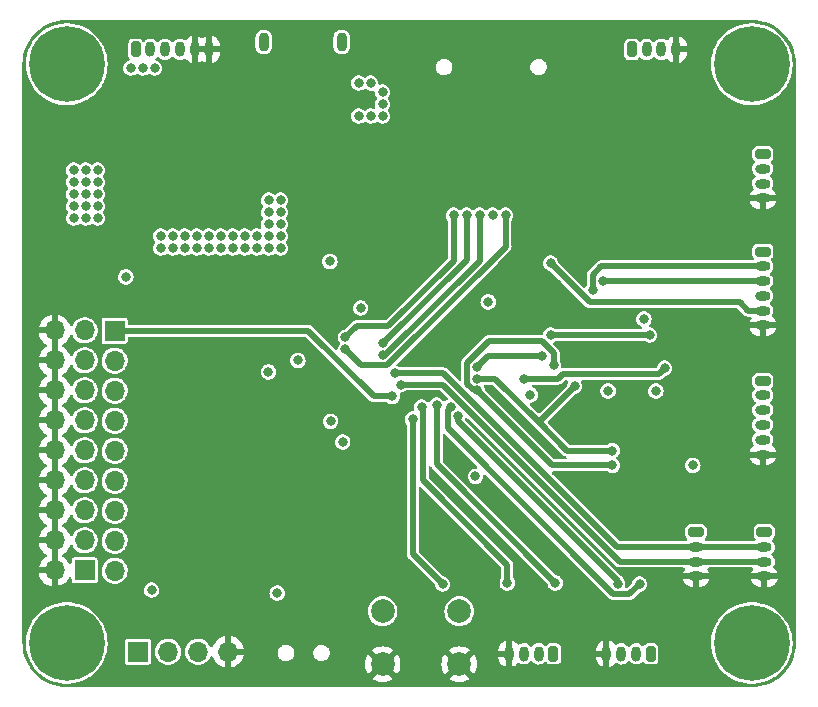
<source format=gbr>
%TF.GenerationSoftware,KiCad,Pcbnew,(6.0.6)*%
%TF.CreationDate,2022-09-02T11:51:31+03:00*%
%TF.ProjectId,FC0,4643302e-6b69-4636-9164-5f7063625858,rev?*%
%TF.SameCoordinates,Original*%
%TF.FileFunction,Copper,L4,Bot*%
%TF.FilePolarity,Positive*%
%FSLAX46Y46*%
G04 Gerber Fmt 4.6, Leading zero omitted, Abs format (unit mm)*
G04 Created by KiCad (PCBNEW (6.0.6)) date 2022-09-02 11:51:31*
%MOMM*%
%LPD*%
G01*
G04 APERTURE LIST*
G04 Aperture macros list*
%AMRoundRect*
0 Rectangle with rounded corners*
0 $1 Rounding radius*
0 $2 $3 $4 $5 $6 $7 $8 $9 X,Y pos of 4 corners*
0 Add a 4 corners polygon primitive as box body*
4,1,4,$2,$3,$4,$5,$6,$7,$8,$9,$2,$3,0*
0 Add four circle primitives for the rounded corners*
1,1,$1+$1,$2,$3*
1,1,$1+$1,$4,$5*
1,1,$1+$1,$6,$7*
1,1,$1+$1,$8,$9*
0 Add four rect primitives between the rounded corners*
20,1,$1+$1,$2,$3,$4,$5,0*
20,1,$1+$1,$4,$5,$6,$7,0*
20,1,$1+$1,$6,$7,$8,$9,0*
20,1,$1+$1,$8,$9,$2,$3,0*%
G04 Aperture macros list end*
%TA.AperFunction,ComponentPad*%
%ADD10C,0.800000*%
%TD*%
%TA.AperFunction,ComponentPad*%
%ADD11C,6.400000*%
%TD*%
%TA.AperFunction,ComponentPad*%
%ADD12C,2.000000*%
%TD*%
%TA.AperFunction,ComponentPad*%
%ADD13RoundRect,0.200000X0.200000X0.450000X-0.200000X0.450000X-0.200000X-0.450000X0.200000X-0.450000X0*%
%TD*%
%TA.AperFunction,ComponentPad*%
%ADD14O,0.800000X1.300000*%
%TD*%
%TA.AperFunction,ComponentPad*%
%ADD15RoundRect,0.200000X-0.450000X0.200000X-0.450000X-0.200000X0.450000X-0.200000X0.450000X0.200000X0*%
%TD*%
%TA.AperFunction,ComponentPad*%
%ADD16O,1.300000X0.800000*%
%TD*%
%TA.AperFunction,ComponentPad*%
%ADD17RoundRect,0.200000X-0.200000X-0.450000X0.200000X-0.450000X0.200000X0.450000X-0.200000X0.450000X0*%
%TD*%
%TA.AperFunction,ComponentPad*%
%ADD18R,1.700000X1.700000*%
%TD*%
%TA.AperFunction,ComponentPad*%
%ADD19O,1.700000X1.700000*%
%TD*%
%TA.AperFunction,ComponentPad*%
%ADD20O,0.900000X1.600000*%
%TD*%
%TA.AperFunction,ViaPad*%
%ADD21C,0.800000*%
%TD*%
%TA.AperFunction,Conductor*%
%ADD22C,0.500000*%
%TD*%
G04 APERTURE END LIST*
D10*
%TO.P,H1,1*%
%TO.N,N/C*%
X160400000Y-149000000D03*
X159697056Y-150697056D03*
X155600000Y-149000000D03*
X158000000Y-146600000D03*
X159697056Y-147302944D03*
X158000000Y-151400000D03*
X156302944Y-150697056D03*
D11*
X158000000Y-149000000D03*
D10*
X156302944Y-147302944D03*
%TD*%
D12*
%TO.P,SW1,1,1*%
%TO.N,GND*%
X126746000Y-150804000D03*
X133246000Y-150804000D03*
%TO.P,SW1,2,2*%
%TO.N,RESET_MCU*%
X126746000Y-146304000D03*
X133246000Y-146304000D03*
%TD*%
D13*
%TO.P,J4,1,Pin_1*%
%TO.N,+5V*%
X149449000Y-149918000D03*
D14*
%TO.P,J4,2,Pin_2*%
%TO.N,Net-(J4-Pad2)*%
X148199000Y-149918000D03*
%TO.P,J4,3,Pin_3*%
%TO.N,Net-(J4-Pad3)*%
X146949000Y-149918000D03*
%TO.P,J4,4,Pin_4*%
%TO.N,GND*%
X145699000Y-149918000D03*
%TD*%
D13*
%TO.P,J3,1,Pin_1*%
%TO.N,+5V*%
X141204000Y-149917750D03*
D14*
%TO.P,J3,2,Pin_2*%
%TO.N,Net-(J3-Pad2)*%
X139954000Y-149917750D03*
%TO.P,J3,3,Pin_3*%
%TO.N,Net-(J3-Pad3)*%
X138704000Y-149917750D03*
%TO.P,J3,4,Pin_4*%
%TO.N,GND*%
X137454000Y-149917750D03*
%TD*%
D15*
%TO.P,J12,1,Pin_1*%
%TO.N,+5V*%
X153294000Y-139603000D03*
D16*
%TO.P,J12,2,Pin_2*%
%TO.N,I2C1_SCL*%
X153294000Y-140853000D03*
%TO.P,J12,3,Pin_3*%
%TO.N,I2C1_SDA*%
X153294000Y-142103000D03*
%TO.P,J12,4,Pin_4*%
%TO.N,GND*%
X153294000Y-143353000D03*
%TD*%
D15*
%TO.P,J11,1,Pin_1*%
%TO.N,+5V*%
X159062000Y-139603000D03*
D16*
%TO.P,J11,2,Pin_2*%
%TO.N,I2C1_SCL*%
X159062000Y-140853000D03*
%TO.P,J11,3,Pin_3*%
%TO.N,I2C1_SDA*%
X159062000Y-142103000D03*
%TO.P,J11,4,Pin_4*%
%TO.N,GND*%
X159062000Y-143353000D03*
%TD*%
D15*
%TO.P,J7,1,Pin_1*%
%TO.N,+5V*%
X158935000Y-115864000D03*
D16*
%TO.P,J7,2,Pin_2*%
%TO.N,UART3_TX*%
X158935000Y-117114000D03*
%TO.P,J7,3,Pin_3*%
%TO.N,UART3_RX*%
X158935000Y-118364000D03*
%TO.P,J7,4,Pin_4*%
%TO.N,UART3_CTS*%
X158935000Y-119614000D03*
%TO.P,J7,5,Pin_5*%
%TO.N,UART3_RTS*%
X158935000Y-120864000D03*
%TO.P,J7,6,Pin_6*%
%TO.N,GND*%
X158935000Y-122114000D03*
%TD*%
D17*
%TO.P,J9,1,Pin_1*%
%TO.N,+5V*%
X147848000Y-98748000D03*
D14*
%TO.P,J9,2,Pin_2*%
%TO.N,UART1_TX*%
X149098000Y-98748000D03*
%TO.P,J9,3,Pin_3*%
%TO.N,UART1_RX*%
X150348000Y-98748000D03*
%TO.P,J9,4,Pin_4*%
%TO.N,GND*%
X151598000Y-98748000D03*
%TD*%
D18*
%TO.P,J6,1,Pin_1*%
%TO.N,PWM_5V*%
X101519000Y-142855000D03*
D19*
%TO.P,J6,2,Pin_2*%
%TO.N,GND*%
X98979000Y-142855000D03*
%TO.P,J6,3,Pin_3*%
%TO.N,PWM_5V*%
X101519000Y-140315000D03*
%TO.P,J6,4,Pin_4*%
%TO.N,GND*%
X98979000Y-140315000D03*
%TO.P,J6,5,Pin_5*%
%TO.N,PWM_5V*%
X101519000Y-137775000D03*
%TO.P,J6,6,Pin_6*%
%TO.N,GND*%
X98979000Y-137775000D03*
%TO.P,J6,7,Pin_7*%
%TO.N,PWM_5V*%
X101519000Y-135235000D03*
%TO.P,J6,8,Pin_8*%
%TO.N,GND*%
X98979000Y-135235000D03*
%TO.P,J6,9,Pin_9*%
%TO.N,PWM_5V*%
X101519000Y-132695000D03*
%TO.P,J6,10,Pin_10*%
%TO.N,GND*%
X98979000Y-132695000D03*
%TO.P,J6,11,Pin_11*%
%TO.N,PWM_5V*%
X101519000Y-130155000D03*
%TO.P,J6,12,Pin_12*%
%TO.N,GND*%
X98979000Y-130155000D03*
%TO.P,J6,13,Pin_13*%
%TO.N,PWM_5V*%
X101519000Y-127615000D03*
%TO.P,J6,14,Pin_14*%
%TO.N,GND*%
X98979000Y-127615000D03*
%TO.P,J6,15,Pin_15*%
%TO.N,PWM_5V*%
X101519000Y-125075000D03*
%TO.P,J6,16,Pin_16*%
%TO.N,GND*%
X98979000Y-125075000D03*
%TO.P,J6,17,Pin_17*%
%TO.N,PWM_5V*%
X101519000Y-122535000D03*
%TO.P,J6,18,Pin_18*%
%TO.N,GND*%
X98979000Y-122535000D03*
%TD*%
D20*
%TO.P,J14,6,Shield*%
%TO.N,unconnected-(J14-Pad6)*%
X123285000Y-98116000D03*
X116685000Y-98116000D03*
%TD*%
D10*
%TO.P,H2,1*%
%TO.N,N/C*%
X101697056Y-98302944D03*
X100000000Y-102400000D03*
X100000000Y-97600000D03*
X98302944Y-98302944D03*
X98302944Y-101697056D03*
D11*
X100000000Y-100000000D03*
D10*
X102400000Y-100000000D03*
X97600000Y-100000000D03*
X101697056Y-101697056D03*
%TD*%
D15*
%TO.P,J8,1,Pin_1*%
%TO.N,+5V*%
X158935000Y-107599000D03*
D16*
%TO.P,J8,2,Pin_2*%
%TO.N,UART6_TX*%
X158935000Y-108849000D03*
%TO.P,J8,3,Pin_3*%
%TO.N,UART6_RX*%
X158935000Y-110099000D03*
%TO.P,J8,4,Pin_4*%
%TO.N,GND*%
X158935000Y-111349000D03*
%TD*%
D11*
%TO.P,H4,1*%
%TO.N,N/C*%
X100000000Y-149000000D03*
D10*
X100000000Y-151400000D03*
X102400000Y-149000000D03*
X101697056Y-150697056D03*
X98302944Y-150697056D03*
X101697056Y-147302944D03*
X97600000Y-149000000D03*
X100000000Y-146600000D03*
X98302944Y-147302944D03*
%TD*%
D15*
%TO.P,J10,1,Pin_1*%
%TO.N,+5V*%
X158935000Y-126796000D03*
D16*
%TO.P,J10,2,Pin_2*%
%TO.N,UART2_TX*%
X158935000Y-128046000D03*
%TO.P,J10,3,Pin_3*%
%TO.N,UART2_RX*%
X158935000Y-129296000D03*
%TO.P,J10,4,Pin_4*%
%TO.N,unconnected-(J10-Pad4)*%
X158935000Y-130546000D03*
%TO.P,J10,5,Pin_5*%
%TO.N,unconnected-(J10-Pad5)*%
X158935000Y-131796000D03*
%TO.P,J10,6,Pin_6*%
%TO.N,GND*%
X158935000Y-133046000D03*
%TD*%
D18*
%TO.P,J13,1,Pin_1*%
%TO.N,+3V3*%
X106045000Y-149733000D03*
D19*
%TO.P,J13,2,Pin_2*%
%TO.N,Net-(J13-Pad2)*%
X108585000Y-149733000D03*
%TO.P,J13,3,Pin_3*%
%TO.N,Net-(J13-Pad3)*%
X111125000Y-149733000D03*
%TO.P,J13,4,Pin_4*%
%TO.N,GND*%
X113665000Y-149733000D03*
%TD*%
D17*
%TO.P,J2,1,Pin_1*%
%TO.N,5V_CONN_INPUT*%
X105841000Y-98748000D03*
D14*
%TO.P,J2,2,Pin_2*%
X107091000Y-98748000D03*
%TO.P,J2,3,Pin_3*%
%TO.N,unconnected-(J2-Pad3)*%
X108341000Y-98748000D03*
%TO.P,J2,4,Pin_4*%
%TO.N,unconnected-(J2-Pad4)*%
X109591000Y-98748000D03*
%TO.P,J2,5,Pin_5*%
%TO.N,GND*%
X110841000Y-98748000D03*
%TO.P,J2,6,Pin_6*%
X112091000Y-98748000D03*
%TD*%
D18*
%TO.P,J5,1,Pin_1*%
%TO.N,UART4_RX*%
X104059000Y-122555000D03*
D19*
%TO.P,J5,2,Pin_2*%
%TO.N,PWM_0*%
X104059000Y-125095000D03*
%TO.P,J5,3,Pin_3*%
%TO.N,PWM_1*%
X104059000Y-127635000D03*
%TO.P,J5,4,Pin_4*%
%TO.N,PWM_2*%
X104059000Y-130175000D03*
%TO.P,J5,5,Pin_5*%
%TO.N,PWM_3*%
X104059000Y-132715000D03*
%TO.P,J5,6,Pin_6*%
%TO.N,PWM_4*%
X104059000Y-135255000D03*
%TO.P,J5,7,Pin_7*%
%TO.N,PWM_5*%
X104059000Y-137795000D03*
%TO.P,J5,8,Pin_8*%
%TO.N,PWM_6*%
X104059000Y-140335000D03*
%TO.P,J5,9,Pin_9*%
%TO.N,PWM_7*%
X104059000Y-142875000D03*
%TD*%
D10*
%TO.P,H3,1*%
%TO.N,N/C*%
X160400000Y-100000000D03*
X155600000Y-100000000D03*
X159697056Y-98302944D03*
X156302944Y-101697056D03*
X158000000Y-97600000D03*
X156302944Y-98302944D03*
X158000000Y-102400000D03*
X159697056Y-101697056D03*
D11*
X158000000Y-100000000D03*
%TD*%
D21*
%TO.N,GND*%
X105867200Y-119253000D03*
X133223000Y-142748000D03*
X150368000Y-135763000D03*
X111506000Y-116840000D03*
X121031000Y-120869500D03*
X112903000Y-127990600D03*
X125984000Y-116967000D03*
X110109000Y-143002000D03*
X115316000Y-135926284D03*
X112903000Y-131749800D03*
X119253000Y-134093856D03*
X105664000Y-107569000D03*
X122347000Y-128506500D03*
X115062000Y-144653000D03*
X154559000Y-126746000D03*
X136652000Y-137160000D03*
X115316000Y-134093856D03*
X113411000Y-144653000D03*
X117856000Y-117094000D03*
X109093000Y-109093000D03*
X112903000Y-129870200D03*
X122428000Y-145034000D03*
X132206000Y-139872000D03*
X119253000Y-135926284D03*
X123370000Y-133703000D03*
X154559000Y-128549400D03*
X150876000Y-122047000D03*
X130917000Y-140888000D03*
X133858000Y-141732000D03*
X108458000Y-116840000D03*
X119634000Y-110907284D03*
X114096800Y-119253000D03*
X135001000Y-141732000D03*
X138254000Y-112776000D03*
X139319000Y-130937000D03*
X119253000Y-132261428D03*
X127985000Y-136073000D03*
X104140000Y-112395000D03*
X139954000Y-118618000D03*
X139065000Y-139573000D03*
X126746000Y-129667000D03*
X154559000Y-135763000D03*
X150138000Y-123860000D03*
X111252000Y-138557000D03*
X122809000Y-110871000D03*
X135509000Y-136017000D03*
X122301000Y-120869500D03*
X124714000Y-116967000D03*
X114808000Y-117094000D03*
X124587000Y-145034000D03*
X118364000Y-104140000D03*
X118872000Y-128270000D03*
X112903000Y-135509000D03*
X142621000Y-143002000D03*
X121920000Y-134493000D03*
X119253000Y-130429000D03*
X120396000Y-118110000D03*
X135382000Y-145669000D03*
X121920000Y-133096000D03*
X121920000Y-131699000D03*
X112903000Y-133629400D03*
X106807000Y-108966000D03*
X148653500Y-135763000D03*
X127127000Y-144018000D03*
X122809000Y-114499568D03*
X119634000Y-116295710D03*
X105029000Y-108712000D03*
X111252000Y-127127000D03*
X113411000Y-101600000D03*
X107061000Y-107569000D03*
X108610400Y-119253000D03*
X123952000Y-147193000D03*
X154559000Y-133959600D03*
X137795000Y-138303000D03*
X154559000Y-130352800D03*
X154559000Y-132156200D03*
X112903000Y-126111000D03*
X108712000Y-104648000D03*
X143510000Y-135763000D03*
X112395000Y-101600000D03*
X123571000Y-120869500D03*
X105410000Y-115443000D03*
X127127000Y-142367000D03*
X123444000Y-116967000D03*
X119634000Y-107315000D03*
X111125000Y-104648000D03*
X139954000Y-129100624D03*
X140208000Y-140716000D03*
X146939000Y-135763000D03*
X109855000Y-104648000D03*
X118283000Y-125476000D03*
X154813000Y-122047000D03*
X115062000Y-146685000D03*
X104140000Y-114300000D03*
X111379000Y-140716000D03*
X123528666Y-145034000D03*
X143129000Y-121539000D03*
X119634000Y-109111142D03*
X122301000Y-146431000D03*
X127889000Y-129667000D03*
X144296000Y-123860000D03*
X120396000Y-119761000D03*
X141478000Y-118618000D03*
X152844500Y-122047000D03*
X113411000Y-103759000D03*
X112395000Y-103759000D03*
X111353600Y-119253000D03*
X115316000Y-130429000D03*
X113411000Y-146685000D03*
X115316000Y-132261428D03*
X122809000Y-112703426D03*
X145224500Y-135763000D03*
X131940500Y-135800500D03*
X119634000Y-112703426D03*
X103124000Y-119253000D03*
X116840000Y-119253000D03*
X112776000Y-138557000D03*
X119634000Y-114499568D03*
X144526000Y-121539000D03*
X139954000Y-120142000D03*
%TO.N,+3V3*%
X117094000Y-112522000D03*
X124887627Y-120650744D03*
X118110000Y-112522000D03*
X118110000Y-114554000D03*
X119577000Y-125077000D03*
X107188000Y-144526000D03*
X134613000Y-134886000D03*
X107950000Y-114554000D03*
X117094000Y-113538000D03*
X109982000Y-115570000D03*
X117081500Y-126042500D03*
X112014000Y-114554000D03*
X123370000Y-131991500D03*
X113030000Y-114554000D03*
X112014000Y-115570000D03*
X108966000Y-114554000D03*
X136054000Y-112776000D03*
X139245000Y-127988000D03*
X149884000Y-127670000D03*
X110998000Y-115570000D03*
X153005000Y-133955000D03*
X116078000Y-115570000D03*
X114046000Y-114554000D03*
X117094000Y-111506000D03*
X148868000Y-121574000D03*
X118110000Y-111506000D03*
X117094000Y-115570000D03*
X122347000Y-130231500D03*
X117823000Y-144780000D03*
X122287000Y-116699000D03*
X110998000Y-114554000D03*
X115062000Y-114554000D03*
X114046000Y-115570000D03*
X116078000Y-114554000D03*
X118110000Y-115570000D03*
X108966000Y-115570000D03*
X135689000Y-120114000D03*
X115062000Y-115570000D03*
X113030000Y-115570000D03*
X109982000Y-114554000D03*
X145836000Y-127654000D03*
X107950000Y-115570000D03*
X118110000Y-113538000D03*
X117094000Y-114554000D03*
%TO.N,RESET_MCU*%
X131826000Y-144018000D03*
X129286000Y-130048000D03*
%TO.N,+5V*%
X101600000Y-113030000D03*
X100584000Y-108966000D03*
X102616000Y-110998000D03*
X105000000Y-118000000D03*
X101600000Y-108966000D03*
X102616000Y-109982000D03*
X101600000Y-110998000D03*
X100584000Y-109982000D03*
X101600000Y-112014000D03*
X100584000Y-113030000D03*
X102616000Y-112014000D03*
X102616000Y-108966000D03*
X100584000Y-110998000D03*
X100584000Y-112014000D03*
X102616000Y-113030000D03*
X101600000Y-109982000D03*
%TO.N,5V_CONN_INPUT*%
X126746000Y-104394000D03*
X126746000Y-102362000D03*
X125730000Y-101600000D03*
X124714000Y-104394000D03*
X126746000Y-103378000D03*
X125730000Y-104394000D03*
X106426000Y-100330000D03*
X107442000Y-100330000D03*
X124714000Y-101600000D03*
X105410000Y-100330000D03*
%TO.N,SDIO_D2*%
X132754000Y-112776000D03*
X123604000Y-123119000D03*
%TO.N,SDIO_D3*%
X133854000Y-112776000D03*
X126779000Y-123619000D03*
%TO.N,SDIO_CMD*%
X134954000Y-112776000D03*
X126779000Y-124619000D03*
%TO.N,SDIO_CK*%
X123604000Y-124119000D03*
X137154000Y-112776000D03*
%TO.N,UART4_RX*%
X127554000Y-128118503D03*
%TO.N,UART3_TX*%
X144526000Y-119126000D03*
%TO.N,UART3_RX*%
X145375500Y-118364000D03*
%TO.N,UART3_RTS*%
X140970000Y-116840000D03*
%TO.N,I2C1_SCL*%
X127762000Y-126171967D03*
%TO.N,I2C1_SDA*%
X128270000Y-127119000D03*
%TO.N,ADC1_11*%
X141374250Y-143914250D03*
X131318000Y-128868003D03*
%TO.N,ADC1_10*%
X137310250Y-143914250D03*
X130048000Y-129032000D03*
%TO.N,ADC1_12*%
X148499000Y-144018000D03*
X132502115Y-128990069D03*
%TO.N,ADC1_13*%
X133096000Y-129794000D03*
X146649000Y-144018000D03*
%TO.N,SPI1_MISO*%
X138757000Y-126619000D03*
X150622000Y-125730000D03*
%TO.N,IMU_INT*%
X140970000Y-122936000D03*
X149352000Y-122936000D03*
%TO.N,SPI1_SCK*%
X146207000Y-133955000D03*
X134763000Y-127619000D03*
X141224000Y-125476000D03*
%TO.N,SPI1_MOSI*%
X134763000Y-126619000D03*
X143002000Y-127254000D03*
X146187000Y-132705000D03*
%TO.N,SPI1_CS1*%
X140208000Y-124714000D03*
X134763000Y-125619000D03*
%TD*%
D22*
%TO.N,RESET_MCU*%
X129286000Y-141478000D02*
X129286000Y-130048000D01*
X131826000Y-144018000D02*
X129286000Y-141478000D01*
%TO.N,SDIO_D2*%
X132754000Y-116654050D02*
X132754000Y-112776000D01*
X127234050Y-122174000D02*
X132754000Y-116654050D01*
X124549000Y-122174000D02*
X127234050Y-122174000D01*
X123604000Y-123119000D02*
X124549000Y-122174000D01*
%TO.N,SDIO_D3*%
X133854000Y-116544000D02*
X126779000Y-123619000D01*
X133854000Y-112776000D02*
X133854000Y-116544000D01*
%TO.N,SDIO_CMD*%
X126981082Y-124619000D02*
X134954000Y-116646082D01*
X134954000Y-116646082D02*
X134954000Y-112776000D01*
X126779000Y-124619000D02*
X126981082Y-124619000D01*
%TO.N,SDIO_CK*%
X127131082Y-125469000D02*
X137154000Y-115446082D01*
X123604000Y-124119000D02*
X124954000Y-125469000D01*
X137154000Y-115446082D02*
X137154000Y-112776000D01*
X124954000Y-125469000D02*
X127131082Y-125469000D01*
%TO.N,UART4_RX*%
X120442000Y-122555000D02*
X104059000Y-122555000D01*
X126005503Y-128118503D02*
X120442000Y-122555000D01*
X127554000Y-128118503D02*
X126005503Y-128118503D01*
%TO.N,UART3_TX*%
X144526000Y-117856000D02*
X145268000Y-117114000D01*
X145268000Y-117114000D02*
X158935000Y-117114000D01*
X144526000Y-119126000D02*
X144526000Y-117856000D01*
%TO.N,UART3_RX*%
X145375500Y-118364000D02*
X158935000Y-118364000D01*
%TO.N,UART3_RTS*%
X157694000Y-120864000D02*
X158935000Y-120864000D01*
X156972000Y-120142000D02*
X157694000Y-120864000D01*
X144272000Y-120142000D02*
X156972000Y-120142000D01*
X140970000Y-116840000D02*
X144272000Y-120142000D01*
%TO.N,I2C1_SCL*%
X127762000Y-126171967D02*
X131876045Y-126171967D01*
X146557078Y-140853000D02*
X153294000Y-140853000D01*
X159062000Y-140853000D02*
X153294000Y-140853000D01*
X131876045Y-126171967D02*
X146557078Y-140853000D01*
%TO.N,I2C1_SDA*%
X153294000Y-142103000D02*
X146817128Y-142103000D01*
X146817128Y-142103000D02*
X131833128Y-127119000D01*
X131833128Y-127119000D02*
X128270000Y-127119000D01*
X159062000Y-142103000D02*
X153294000Y-142103000D01*
%TO.N,ADC1_11*%
X131318000Y-128868003D02*
X131318000Y-133858000D01*
X131318000Y-133858000D02*
X141374250Y-143914250D01*
%TO.N,ADC1_10*%
X137310250Y-142390250D02*
X130136000Y-135216000D01*
X130136000Y-129120000D02*
X130048000Y-129032000D01*
X130136000Y-135216000D02*
X130136000Y-129120000D01*
X137310250Y-143914250D02*
X137310250Y-142390250D01*
%TO.N,ADC1_12*%
X132502115Y-128990069D02*
X132548184Y-128944000D01*
X146296918Y-144868000D02*
X147649000Y-144868000D01*
X147649000Y-144868000D02*
X148499000Y-144018000D01*
X132246000Y-129246184D02*
X132246000Y-130817082D01*
X132246000Y-130817082D02*
X146296918Y-144868000D01*
X132502115Y-128990069D02*
X132246000Y-129246184D01*
%TO.N,ADC1_13*%
X133096000Y-130175000D02*
X133096000Y-129794000D01*
X146649000Y-144018000D02*
X146649000Y-143728000D01*
X146649000Y-143728000D02*
X133096000Y-130175000D01*
%TO.N,SPI1_MISO*%
X141605000Y-126619000D02*
X141986000Y-126238000D01*
X141986000Y-126238000D02*
X150114000Y-126238000D01*
X150114000Y-126238000D02*
X150622000Y-125730000D01*
X138757000Y-126619000D02*
X141605000Y-126619000D01*
%TO.N,IMU_INT*%
X140970000Y-122936000D02*
X149352000Y-122936000D01*
%TO.N,SPI1_SCK*%
X146207000Y-133955000D02*
X141099000Y-133955000D01*
X134477000Y-127619000D02*
X134763000Y-127619000D01*
X133913000Y-127055000D02*
X134477000Y-127619000D01*
X141224000Y-124460000D02*
X140208000Y-123444000D01*
X141224000Y-125476000D02*
X141224000Y-124460000D01*
X133913000Y-125266918D02*
X133913000Y-127055000D01*
X141099000Y-133955000D02*
X134763000Y-127619000D01*
X140208000Y-123444000D02*
X135735918Y-123444000D01*
X135735918Y-123444000D02*
X133913000Y-125266918D01*
%TO.N,SPI1_MOSI*%
X143002000Y-127254000D02*
X139954000Y-130302000D01*
X146187000Y-132705000D02*
X142357000Y-132705000D01*
X139954000Y-130302000D02*
X136271000Y-126619000D01*
X142357000Y-132705000D02*
X139954000Y-130302000D01*
X136271000Y-126619000D02*
X134763000Y-126619000D01*
%TO.N,SPI1_CS1*%
X135668000Y-124714000D02*
X134763000Y-125619000D01*
X140208000Y-124714000D02*
X135668000Y-124714000D01*
%TD*%
%TA.AperFunction,Conductor*%
%TO.N,GND*%
G36*
X157987103Y-96256921D02*
G01*
X158000000Y-96259486D01*
X158012169Y-96257066D01*
X158024569Y-96257066D01*
X158035624Y-96256251D01*
X158245747Y-96266573D01*
X158360945Y-96272232D01*
X158373241Y-96273443D01*
X158724595Y-96325562D01*
X158736701Y-96327969D01*
X159081253Y-96414275D01*
X159093085Y-96417864D01*
X159427513Y-96537524D01*
X159438937Y-96542256D01*
X159760021Y-96694118D01*
X159770926Y-96699947D01*
X160075582Y-96882551D01*
X160085863Y-96889421D01*
X160156063Y-96941484D01*
X160371153Y-97101006D01*
X160380691Y-97108832D01*
X160643887Y-97347380D01*
X160652620Y-97356113D01*
X160891168Y-97619309D01*
X160898994Y-97628847D01*
X161037517Y-97815624D01*
X161110579Y-97914137D01*
X161117449Y-97924418D01*
X161300053Y-98229074D01*
X161305882Y-98239979D01*
X161457744Y-98561063D01*
X161462476Y-98572487D01*
X161582136Y-98906915D01*
X161585725Y-98918746D01*
X161672031Y-99263299D01*
X161674438Y-99275405D01*
X161726556Y-99626754D01*
X161727768Y-99639055D01*
X161731220Y-99709337D01*
X161743749Y-99964376D01*
X161742934Y-99975431D01*
X161742934Y-99987831D01*
X161740514Y-100000000D01*
X161743079Y-100012894D01*
X161745500Y-100037476D01*
X161745500Y-148962524D01*
X161743079Y-148987103D01*
X161740514Y-149000000D01*
X161742934Y-149012169D01*
X161742934Y-149024569D01*
X161743749Y-149035624D01*
X161735031Y-149213084D01*
X161728309Y-149349936D01*
X161727768Y-149360940D01*
X161726557Y-149373241D01*
X161676644Y-149709730D01*
X161674440Y-149724586D01*
X161672031Y-149736701D01*
X161604835Y-150004962D01*
X161585725Y-150081253D01*
X161582136Y-150093085D01*
X161462476Y-150427513D01*
X161457744Y-150438937D01*
X161305882Y-150760021D01*
X161300053Y-150770926D01*
X161117449Y-151075582D01*
X161110579Y-151085863D01*
X161090134Y-151113430D01*
X160898994Y-151371153D01*
X160891168Y-151380691D01*
X160668148Y-151626755D01*
X160652625Y-151643882D01*
X160643887Y-151652620D01*
X160380691Y-151891168D01*
X160371153Y-151898994D01*
X160202211Y-152024290D01*
X160085863Y-152110579D01*
X160075582Y-152117449D01*
X159770926Y-152300053D01*
X159760021Y-152305882D01*
X159438937Y-152457744D01*
X159427513Y-152462476D01*
X159093085Y-152582136D01*
X159081254Y-152585725D01*
X158736701Y-152672031D01*
X158724595Y-152674438D01*
X158373241Y-152726557D01*
X158360945Y-152727768D01*
X158245747Y-152733427D01*
X158035624Y-152743749D01*
X158024569Y-152742934D01*
X158012169Y-152742934D01*
X158000000Y-152740514D01*
X157987103Y-152743079D01*
X157962524Y-152745500D01*
X100037476Y-152745500D01*
X100012897Y-152743079D01*
X100000000Y-152740514D01*
X99987831Y-152742934D01*
X99975431Y-152742934D01*
X99964376Y-152743749D01*
X99754253Y-152733427D01*
X99639055Y-152727768D01*
X99626759Y-152726557D01*
X99275405Y-152674438D01*
X99263299Y-152672031D01*
X98918746Y-152585725D01*
X98906915Y-152582136D01*
X98572487Y-152462476D01*
X98561063Y-152457744D01*
X98239979Y-152305882D01*
X98229074Y-152300053D01*
X97924418Y-152117449D01*
X97914137Y-152110579D01*
X97797789Y-152024290D01*
X97628847Y-151898994D01*
X97619309Y-151891168D01*
X97356113Y-151652620D01*
X97347375Y-151643882D01*
X97331852Y-151626755D01*
X97108832Y-151380691D01*
X97101006Y-151371153D01*
X96909866Y-151113430D01*
X96889421Y-151085863D01*
X96882551Y-151075582D01*
X96699947Y-150770926D01*
X96694118Y-150760021D01*
X96542256Y-150438937D01*
X96537524Y-150427513D01*
X96417864Y-150093085D01*
X96414275Y-150081253D01*
X96395165Y-150004962D01*
X96327969Y-149736701D01*
X96325560Y-149724586D01*
X96323357Y-149709730D01*
X96273443Y-149373241D01*
X96272232Y-149360940D01*
X96271692Y-149349936D01*
X96264969Y-149213084D01*
X96256251Y-149035624D01*
X96257066Y-149024569D01*
X96257066Y-149012169D01*
X96259486Y-149000000D01*
X96257084Y-148987924D01*
X96540447Y-148987924D01*
X96540619Y-148991319D01*
X96540619Y-148991320D01*
X96548933Y-149155442D01*
X96559378Y-149361624D01*
X96559915Y-149364979D01*
X96559916Y-149364985D01*
X96596699Y-149594627D01*
X96618557Y-149731094D01*
X96717293Y-150092011D01*
X96854430Y-150440154D01*
X96856016Y-150443174D01*
X96856016Y-150443175D01*
X96901274Y-150529378D01*
X97028365Y-150771450D01*
X97030262Y-150774274D01*
X97030265Y-150774278D01*
X97113685Y-150898420D01*
X97237061Y-151082024D01*
X97239256Y-151084630D01*
X97239260Y-151084636D01*
X97313493Y-151172790D01*
X97478079Y-151368241D01*
X97748598Y-151626755D01*
X98045455Y-151854541D01*
X98365176Y-152048935D01*
X98704021Y-152207661D01*
X98707239Y-152208763D01*
X98707242Y-152208764D01*
X99054803Y-152327761D01*
X99054811Y-152327763D01*
X99058026Y-152328864D01*
X99423051Y-152411126D01*
X99510200Y-152421056D01*
X99791442Y-152453100D01*
X99791450Y-152453100D01*
X99794825Y-152453485D01*
X99798229Y-152453503D01*
X99798232Y-152453503D01*
X100001556Y-152454567D01*
X100168999Y-152455444D01*
X100172385Y-152455094D01*
X100172387Y-152455094D01*
X100537805Y-152417332D01*
X100537814Y-152417331D01*
X100541197Y-152416981D01*
X100544530Y-152416267D01*
X100544533Y-152416266D01*
X100724820Y-152377616D01*
X100907063Y-152338546D01*
X101262318Y-152221056D01*
X101602807Y-152065887D01*
X101652014Y-152036670D01*
X125878160Y-152036670D01*
X125883887Y-152044320D01*
X126055042Y-152149205D01*
X126063837Y-152153687D01*
X126273988Y-152240734D01*
X126283373Y-152243783D01*
X126504554Y-152296885D01*
X126514301Y-152298428D01*
X126741070Y-152316275D01*
X126750930Y-152316275D01*
X126977699Y-152298428D01*
X126987446Y-152296885D01*
X127208627Y-152243783D01*
X127218012Y-152240734D01*
X127428163Y-152153687D01*
X127436958Y-152149205D01*
X127604445Y-152046568D01*
X127613400Y-152036670D01*
X132378160Y-152036670D01*
X132383887Y-152044320D01*
X132555042Y-152149205D01*
X132563837Y-152153687D01*
X132773988Y-152240734D01*
X132783373Y-152243783D01*
X133004554Y-152296885D01*
X133014301Y-152298428D01*
X133241070Y-152316275D01*
X133250930Y-152316275D01*
X133477699Y-152298428D01*
X133487446Y-152296885D01*
X133708627Y-152243783D01*
X133718012Y-152240734D01*
X133928163Y-152153687D01*
X133936958Y-152149205D01*
X134104445Y-152046568D01*
X134113907Y-152036110D01*
X134110124Y-152027334D01*
X133258812Y-151176022D01*
X133244868Y-151168408D01*
X133243035Y-151168539D01*
X133236420Y-151172790D01*
X132384920Y-152024290D01*
X132378160Y-152036670D01*
X127613400Y-152036670D01*
X127613907Y-152036110D01*
X127610124Y-152027334D01*
X126758812Y-151176022D01*
X126744868Y-151168408D01*
X126743035Y-151168539D01*
X126736420Y-151172790D01*
X125884920Y-152024290D01*
X125878160Y-152036670D01*
X101652014Y-152036670D01*
X101700707Y-152007758D01*
X101921601Y-151876601D01*
X101921606Y-151876598D01*
X101924546Y-151874852D01*
X101954354Y-151852472D01*
X102026828Y-151798056D01*
X102223771Y-151650187D01*
X102496983Y-151394521D01*
X102740985Y-151110842D01*
X102762737Y-151079192D01*
X102950992Y-150805280D01*
X102950997Y-150805273D01*
X102952922Y-150802471D01*
X102954534Y-150799477D01*
X102954539Y-150799469D01*
X103128694Y-150476027D01*
X103130316Y-150473015D01*
X103237550Y-150208928D01*
X103269811Y-150129480D01*
X103269813Y-150129475D01*
X103271091Y-150126327D01*
X103273162Y-150119059D01*
X103372667Y-149769741D01*
X103373601Y-149766463D01*
X103405360Y-149580666D01*
X103436075Y-149400981D01*
X103436075Y-149400979D01*
X103436647Y-149397634D01*
X103437144Y-149389522D01*
X103456375Y-149075081D01*
X103459490Y-149024152D01*
X103459528Y-149013149D01*
X103459568Y-149001821D01*
X103459568Y-149001809D01*
X103459574Y-149000000D01*
X103451880Y-148857933D01*
X104940500Y-148857933D01*
X104940501Y-150608066D01*
X104955266Y-150682301D01*
X104962161Y-150692620D01*
X104962162Y-150692622D01*
X105002516Y-150753015D01*
X105011516Y-150766484D01*
X105095699Y-150822734D01*
X105169933Y-150837500D01*
X106044858Y-150837500D01*
X106920066Y-150837499D01*
X106955818Y-150830388D01*
X106982126Y-150825156D01*
X106982128Y-150825155D01*
X106994301Y-150822734D01*
X107004621Y-150815839D01*
X107004622Y-150815838D01*
X107068168Y-150773377D01*
X107078484Y-150766484D01*
X107134734Y-150682301D01*
X107149500Y-150608067D01*
X107149499Y-149703964D01*
X107476148Y-149703964D01*
X107489424Y-149906522D01*
X107490845Y-149912118D01*
X107490846Y-149912123D01*
X107512508Y-149997414D01*
X107539392Y-150103269D01*
X107541809Y-150108512D01*
X107577208Y-150185298D01*
X107624377Y-150287616D01*
X107627710Y-150292332D01*
X107736652Y-150446482D01*
X107741533Y-150453389D01*
X107745675Y-150457424D01*
X107835651Y-150545074D01*
X107886938Y-150595035D01*
X108055720Y-150707812D01*
X108061023Y-150710090D01*
X108061026Y-150710092D01*
X108216946Y-150777080D01*
X108242228Y-150787942D01*
X108300091Y-150801035D01*
X108434579Y-150831467D01*
X108434584Y-150831468D01*
X108440216Y-150832742D01*
X108445987Y-150832969D01*
X108445989Y-150832969D01*
X108505756Y-150835317D01*
X108643053Y-150840712D01*
X108753727Y-150824665D01*
X108838231Y-150812413D01*
X108838236Y-150812412D01*
X108843945Y-150811584D01*
X108849409Y-150809729D01*
X108849414Y-150809728D01*
X109030693Y-150748192D01*
X109030698Y-150748190D01*
X109036165Y-150746334D01*
X109063534Y-150731007D01*
X109121263Y-150698677D01*
X109213276Y-150647147D01*
X109241756Y-150623461D01*
X109343855Y-150538545D01*
X109369345Y-150517345D01*
X109408847Y-150469849D01*
X109495453Y-150365718D01*
X109495455Y-150365715D01*
X109499147Y-150361276D01*
X109563133Y-150247021D01*
X109595510Y-150189208D01*
X109595511Y-150189206D01*
X109598334Y-150184165D01*
X109600190Y-150178698D01*
X109600192Y-150178693D01*
X109661728Y-149997414D01*
X109661729Y-149997409D01*
X109663584Y-149991945D01*
X109664412Y-149986236D01*
X109664413Y-149986231D01*
X109692179Y-149794727D01*
X109692712Y-149791053D01*
X109694232Y-149733000D01*
X109691564Y-149703964D01*
X110016148Y-149703964D01*
X110029424Y-149906522D01*
X110030845Y-149912118D01*
X110030846Y-149912123D01*
X110052508Y-149997414D01*
X110079392Y-150103269D01*
X110081809Y-150108512D01*
X110117208Y-150185298D01*
X110164377Y-150287616D01*
X110167710Y-150292332D01*
X110276652Y-150446482D01*
X110281533Y-150453389D01*
X110285675Y-150457424D01*
X110375651Y-150545074D01*
X110426938Y-150595035D01*
X110595720Y-150707812D01*
X110601023Y-150710090D01*
X110601026Y-150710092D01*
X110756946Y-150777080D01*
X110782228Y-150787942D01*
X110840091Y-150801035D01*
X110974579Y-150831467D01*
X110974584Y-150831468D01*
X110980216Y-150832742D01*
X110985987Y-150832969D01*
X110985989Y-150832969D01*
X111045756Y-150835317D01*
X111183053Y-150840712D01*
X111293727Y-150824665D01*
X111378231Y-150812413D01*
X111378236Y-150812412D01*
X111383945Y-150811584D01*
X111389409Y-150809729D01*
X111389414Y-150809728D01*
X111570693Y-150748192D01*
X111570698Y-150748190D01*
X111576165Y-150746334D01*
X111603534Y-150731007D01*
X111661263Y-150698677D01*
X111753276Y-150647147D01*
X111781756Y-150623461D01*
X111883855Y-150538545D01*
X111909345Y-150517345D01*
X111948847Y-150469849D01*
X112035453Y-150365718D01*
X112035455Y-150365715D01*
X112039147Y-150361276D01*
X112103133Y-150247021D01*
X112135510Y-150189208D01*
X112135511Y-150189206D01*
X112138334Y-150184165D01*
X112140720Y-150177135D01*
X112141170Y-150176496D01*
X112142541Y-150173416D01*
X112143146Y-150173685D01*
X112181553Y-150119059D01*
X112247305Y-150092278D01*
X112317098Y-150105295D01*
X112368773Y-150153980D01*
X112376777Y-150170229D01*
X112446770Y-150342603D01*
X112451413Y-150351794D01*
X112562694Y-150533388D01*
X112568777Y-150541699D01*
X112708213Y-150702667D01*
X112715580Y-150709883D01*
X112879434Y-150845916D01*
X112887881Y-150851831D01*
X113071756Y-150959279D01*
X113081042Y-150963729D01*
X113280001Y-151039703D01*
X113289899Y-151042579D01*
X113393250Y-151063606D01*
X113407299Y-151062410D01*
X113411000Y-151052065D01*
X113411000Y-151051517D01*
X113919000Y-151051517D01*
X113923064Y-151065359D01*
X113936478Y-151067393D01*
X113943184Y-151066534D01*
X113953262Y-151064392D01*
X114157255Y-151003191D01*
X114166842Y-150999433D01*
X114358095Y-150905739D01*
X114366945Y-150900464D01*
X114495272Y-150808930D01*
X125233725Y-150808930D01*
X125251572Y-151035699D01*
X125253115Y-151045446D01*
X125306217Y-151266627D01*
X125309266Y-151276012D01*
X125396313Y-151486163D01*
X125400795Y-151494958D01*
X125503432Y-151662445D01*
X125513890Y-151671907D01*
X125522666Y-151668124D01*
X126373978Y-150816812D01*
X126380356Y-150805132D01*
X127110408Y-150805132D01*
X127110539Y-150806965D01*
X127114790Y-150813580D01*
X127966290Y-151665080D01*
X127978670Y-151671840D01*
X127986320Y-151666113D01*
X128091205Y-151494958D01*
X128095687Y-151486163D01*
X128182734Y-151276012D01*
X128185783Y-151266627D01*
X128238885Y-151045446D01*
X128240428Y-151035699D01*
X128258275Y-150808930D01*
X131733725Y-150808930D01*
X131751572Y-151035699D01*
X131753115Y-151045446D01*
X131806217Y-151266627D01*
X131809266Y-151276012D01*
X131896313Y-151486163D01*
X131900795Y-151494958D01*
X132003432Y-151662445D01*
X132013890Y-151671907D01*
X132022666Y-151668124D01*
X132873978Y-150816812D01*
X132880356Y-150805132D01*
X133610408Y-150805132D01*
X133610539Y-150806965D01*
X133614790Y-150813580D01*
X134466290Y-151665080D01*
X134478670Y-151671840D01*
X134486320Y-151666113D01*
X134591205Y-151494958D01*
X134595687Y-151486163D01*
X134682734Y-151276012D01*
X134685783Y-151266627D01*
X134738885Y-151045446D01*
X134740428Y-151035699D01*
X134758275Y-150808930D01*
X134758275Y-150799070D01*
X134740428Y-150572301D01*
X134738885Y-150562554D01*
X134685783Y-150341373D01*
X134682734Y-150331988D01*
X134633055Y-150212052D01*
X136546000Y-150212052D01*
X136546344Y-150218612D01*
X136560259Y-150351011D01*
X136562989Y-150363852D01*
X136617889Y-150532816D01*
X136623235Y-150544824D01*
X136712062Y-150698677D01*
X136719786Y-150709308D01*
X136838663Y-150841335D01*
X136848426Y-150850126D01*
X136992157Y-150954552D01*
X137003529Y-150961118D01*
X137165839Y-151033383D01*
X137178325Y-151037440D01*
X137182278Y-151038280D01*
X137196341Y-151037207D01*
X137200000Y-151027253D01*
X137200000Y-151023932D01*
X137708000Y-151023932D01*
X137711973Y-151037463D01*
X137722468Y-151038972D01*
X137729675Y-151037440D01*
X137742161Y-151033383D01*
X137904471Y-150961118D01*
X137915843Y-150954552D01*
X138059574Y-150850126D01*
X138069337Y-150841335D01*
X138168676Y-150731007D01*
X138229122Y-150693767D01*
X138300106Y-150695118D01*
X138337659Y-150715531D01*
X138337709Y-150715453D01*
X138338864Y-150716186D01*
X138342628Y-150718232D01*
X138344391Y-150719689D01*
X138350514Y-150724755D01*
X138500141Y-150795164D01*
X138595298Y-150813316D01*
X138654791Y-150824665D01*
X138654793Y-150824665D01*
X138662577Y-150826150D01*
X138827616Y-150815767D01*
X138886455Y-150796649D01*
X138977351Y-150767115D01*
X138977354Y-150767114D01*
X138984887Y-150764666D01*
X138991577Y-150760420D01*
X138991580Y-150760419D01*
X139082582Y-150702667D01*
X139124510Y-150676059D01*
X139130082Y-150670126D01*
X139237710Y-150555513D01*
X139239569Y-150557258D01*
X139285891Y-150521541D01*
X139356627Y-150515467D01*
X139419418Y-150548601D01*
X139433537Y-150564896D01*
X139473098Y-150619347D01*
X139600514Y-150724755D01*
X139750141Y-150795164D01*
X139845298Y-150813316D01*
X139904791Y-150824665D01*
X139904793Y-150824665D01*
X139912577Y-150826150D01*
X140077616Y-150815767D01*
X140136455Y-150796649D01*
X140227351Y-150767115D01*
X140227354Y-150767114D01*
X140234887Y-150764666D01*
X140241577Y-150760420D01*
X140241580Y-150760419D01*
X140332582Y-150702667D01*
X140374510Y-150676059D01*
X140380080Y-150670128D01*
X140434603Y-150612067D01*
X140495816Y-150576101D01*
X140566756Y-150578940D01*
X140627804Y-150623461D01*
X140673395Y-150685186D01*
X140673398Y-150685189D01*
X140678990Y-150692760D01*
X140788924Y-150773959D01*
X140917873Y-150819243D01*
X140925515Y-150819965D01*
X140925518Y-150819966D01*
X140940421Y-150821374D01*
X140949685Y-150822250D01*
X141203828Y-150822250D01*
X141458314Y-150822249D01*
X141461262Y-150821970D01*
X141461271Y-150821970D01*
X141482478Y-150819966D01*
X141482480Y-150819966D01*
X141490127Y-150819243D01*
X141619076Y-150773959D01*
X141729010Y-150692760D01*
X141810209Y-150582826D01*
X141855493Y-150453877D01*
X141856779Y-150440278D01*
X141857985Y-150427513D01*
X141858500Y-150422065D01*
X141858500Y-150212302D01*
X144791000Y-150212302D01*
X144791344Y-150218862D01*
X144805259Y-150351261D01*
X144807989Y-150364102D01*
X144862889Y-150533066D01*
X144868235Y-150545074D01*
X144957062Y-150698927D01*
X144964786Y-150709558D01*
X145083663Y-150841585D01*
X145093426Y-150850376D01*
X145237157Y-150954802D01*
X145248529Y-150961368D01*
X145410839Y-151033633D01*
X145423325Y-151037690D01*
X145427278Y-151038530D01*
X145441341Y-151037457D01*
X145445000Y-151027503D01*
X145445000Y-151024182D01*
X145953000Y-151024182D01*
X145956973Y-151037713D01*
X145967468Y-151039222D01*
X145974675Y-151037690D01*
X145987161Y-151033633D01*
X146149471Y-150961368D01*
X146160843Y-150954802D01*
X146304574Y-150850376D01*
X146314337Y-150841585D01*
X146413676Y-150731257D01*
X146474122Y-150694017D01*
X146545106Y-150695368D01*
X146582659Y-150715781D01*
X146582709Y-150715703D01*
X146583864Y-150716436D01*
X146587628Y-150718482D01*
X146589104Y-150719702D01*
X146595514Y-150725005D01*
X146745141Y-150795414D01*
X146829908Y-150811584D01*
X146899791Y-150824915D01*
X146899793Y-150824915D01*
X146907577Y-150826400D01*
X147072616Y-150816017D01*
X147136025Y-150795414D01*
X147222351Y-150767365D01*
X147222354Y-150767364D01*
X147229887Y-150764916D01*
X147236577Y-150760670D01*
X147236580Y-150760669D01*
X147316276Y-150710092D01*
X147369510Y-150676309D01*
X147375315Y-150670128D01*
X147482710Y-150555763D01*
X147484569Y-150557508D01*
X147530891Y-150521791D01*
X147601627Y-150515717D01*
X147664418Y-150548851D01*
X147678537Y-150565146D01*
X147718098Y-150619597D01*
X147845514Y-150725005D01*
X147995141Y-150795414D01*
X148079908Y-150811584D01*
X148149791Y-150824915D01*
X148149793Y-150824915D01*
X148157577Y-150826400D01*
X148322616Y-150816017D01*
X148386025Y-150795414D01*
X148472351Y-150767365D01*
X148472354Y-150767364D01*
X148479887Y-150764916D01*
X148486577Y-150760670D01*
X148486580Y-150760669D01*
X148566276Y-150710092D01*
X148619510Y-150676309D01*
X148625173Y-150670279D01*
X148679603Y-150612317D01*
X148740816Y-150576351D01*
X148811756Y-150579190D01*
X148872804Y-150623711D01*
X148918395Y-150685436D01*
X148918398Y-150685439D01*
X148923990Y-150693010D01*
X149033924Y-150774209D01*
X149162873Y-150819493D01*
X149170515Y-150820215D01*
X149170518Y-150820216D01*
X149185421Y-150821624D01*
X149194685Y-150822500D01*
X149448828Y-150822500D01*
X149703314Y-150822499D01*
X149706262Y-150822220D01*
X149706271Y-150822220D01*
X149727478Y-150820216D01*
X149727480Y-150820216D01*
X149735127Y-150819493D01*
X149864076Y-150774209D01*
X149974010Y-150693010D01*
X150055209Y-150583076D01*
X150100493Y-150454127D01*
X150101240Y-150446232D01*
X150103221Y-150425265D01*
X150103500Y-150422315D01*
X150103499Y-149413686D01*
X150102008Y-149397900D01*
X150101216Y-149389522D01*
X150101216Y-149389520D01*
X150100493Y-149381873D01*
X150055209Y-149252924D01*
X149974010Y-149142990D01*
X149864076Y-149061791D01*
X149735127Y-149016507D01*
X149727485Y-149015785D01*
X149727482Y-149015784D01*
X149712579Y-149014376D01*
X149703315Y-149013500D01*
X149449172Y-149013500D01*
X149194686Y-149013501D01*
X149191738Y-149013780D01*
X149191729Y-149013780D01*
X149170522Y-149015784D01*
X149170520Y-149015784D01*
X149162873Y-149016507D01*
X149033924Y-149061791D01*
X148923990Y-149142990D01*
X148918398Y-149150561D01*
X148875345Y-149208849D01*
X148818783Y-149251760D01*
X148748002Y-149257279D01*
X148683068Y-149220760D01*
X148679902Y-149216403D01*
X148552486Y-149110995D01*
X148402859Y-149040586D01*
X148289973Y-149019052D01*
X148248209Y-149011085D01*
X148248207Y-149011085D01*
X148240423Y-149009600D01*
X148075384Y-149019983D01*
X148061270Y-149024569D01*
X147925649Y-149068635D01*
X147925646Y-149068636D01*
X147918113Y-149071084D01*
X147911423Y-149075330D01*
X147911420Y-149075331D01*
X147855617Y-149110745D01*
X147778490Y-149159691D01*
X147773063Y-149165470D01*
X147773062Y-149165471D01*
X147719212Y-149222816D01*
X147665290Y-149280237D01*
X147663431Y-149278492D01*
X147617109Y-149314209D01*
X147546373Y-149320283D01*
X147483582Y-149287149D01*
X147469463Y-149270854D01*
X147459600Y-149257279D01*
X147429902Y-149216403D01*
X147302486Y-149110995D01*
X147152859Y-149040586D01*
X147039973Y-149019052D01*
X146998209Y-149011085D01*
X146998207Y-149011085D01*
X146990423Y-149009600D01*
X146825384Y-149019983D01*
X146811270Y-149024569D01*
X146675649Y-149068635D01*
X146675646Y-149068636D01*
X146668113Y-149071084D01*
X146580883Y-149126442D01*
X146576814Y-149129024D01*
X146508580Y-149148637D01*
X146440575Y-149128246D01*
X146415664Y-149106949D01*
X146314343Y-148994420D01*
X146307128Y-148987924D01*
X154540447Y-148987924D01*
X154540619Y-148991319D01*
X154540619Y-148991320D01*
X154548933Y-149155442D01*
X154559378Y-149361624D01*
X154559915Y-149364979D01*
X154559916Y-149364985D01*
X154596699Y-149594627D01*
X154618557Y-149731094D01*
X154717293Y-150092011D01*
X154854430Y-150440154D01*
X154856016Y-150443174D01*
X154856016Y-150443175D01*
X154901274Y-150529378D01*
X155028365Y-150771450D01*
X155030262Y-150774274D01*
X155030265Y-150774278D01*
X155113685Y-150898420D01*
X155237061Y-151082024D01*
X155239256Y-151084630D01*
X155239260Y-151084636D01*
X155313493Y-151172790D01*
X155478079Y-151368241D01*
X155748598Y-151626755D01*
X156045455Y-151854541D01*
X156365176Y-152048935D01*
X156704021Y-152207661D01*
X156707239Y-152208763D01*
X156707242Y-152208764D01*
X157054803Y-152327761D01*
X157054811Y-152327763D01*
X157058026Y-152328864D01*
X157423051Y-152411126D01*
X157510200Y-152421056D01*
X157791442Y-152453100D01*
X157791450Y-152453100D01*
X157794825Y-152453485D01*
X157798229Y-152453503D01*
X157798232Y-152453503D01*
X158001556Y-152454567D01*
X158168999Y-152455444D01*
X158172385Y-152455094D01*
X158172387Y-152455094D01*
X158537805Y-152417332D01*
X158537814Y-152417331D01*
X158541197Y-152416981D01*
X158544530Y-152416267D01*
X158544533Y-152416266D01*
X158724820Y-152377616D01*
X158907063Y-152338546D01*
X159262318Y-152221056D01*
X159602807Y-152065887D01*
X159700707Y-152007758D01*
X159921601Y-151876601D01*
X159921606Y-151876598D01*
X159924546Y-151874852D01*
X159954354Y-151852472D01*
X160026828Y-151798056D01*
X160223771Y-151650187D01*
X160496983Y-151394521D01*
X160740985Y-151110842D01*
X160762737Y-151079192D01*
X160950992Y-150805280D01*
X160950997Y-150805273D01*
X160952922Y-150802471D01*
X160954534Y-150799477D01*
X160954539Y-150799469D01*
X161128694Y-150476027D01*
X161130316Y-150473015D01*
X161237550Y-150208928D01*
X161269811Y-150129480D01*
X161269813Y-150129475D01*
X161271091Y-150126327D01*
X161273162Y-150119059D01*
X161372667Y-149769741D01*
X161373601Y-149766463D01*
X161405360Y-149580666D01*
X161436075Y-149400981D01*
X161436075Y-149400979D01*
X161436647Y-149397634D01*
X161437144Y-149389522D01*
X161456375Y-149075081D01*
X161459490Y-149024152D01*
X161459528Y-149013149D01*
X161459568Y-149001821D01*
X161459568Y-149001809D01*
X161459574Y-149000000D01*
X161439339Y-148626368D01*
X161378870Y-148257107D01*
X161278875Y-147896537D01*
X161275627Y-147888373D01*
X161141783Y-147552039D01*
X161141779Y-147552031D01*
X161140523Y-147548874D01*
X160965434Y-147218188D01*
X160963534Y-147215382D01*
X160963530Y-147215375D01*
X160772784Y-146933646D01*
X160755654Y-146908345D01*
X160513639Y-146622970D01*
X160242219Y-146365402D01*
X160239512Y-146363340D01*
X160239504Y-146363333D01*
X159947281Y-146140720D01*
X159944569Y-146138654D01*
X159624172Y-145945377D01*
X159621082Y-145943943D01*
X159621077Y-145943940D01*
X159287871Y-145789272D01*
X159287869Y-145789271D01*
X159284775Y-145787835D01*
X159281540Y-145786740D01*
X159281535Y-145786738D01*
X158933583Y-145668963D01*
X158930348Y-145667868D01*
X158565038Y-145586881D01*
X158432294Y-145572226D01*
X158196500Y-145546193D01*
X158196495Y-145546193D01*
X158193119Y-145545820D01*
X158189720Y-145545814D01*
X158189719Y-145545814D01*
X158012987Y-145545506D01*
X157818940Y-145545167D01*
X157680079Y-145560007D01*
X157450263Y-145584567D01*
X157450257Y-145584568D01*
X157446879Y-145584929D01*
X157081289Y-145664641D01*
X156726446Y-145783369D01*
X156386501Y-145939727D01*
X156383567Y-145941483D01*
X156383565Y-145941484D01*
X156374110Y-145947143D01*
X156065431Y-146131883D01*
X155766991Y-146357591D01*
X155764509Y-146359930D01*
X155764503Y-146359935D01*
X155513598Y-146596377D01*
X155494674Y-146614210D01*
X155251664Y-146898738D01*
X155249736Y-146901565D01*
X155249734Y-146901567D01*
X155105193Y-147113457D01*
X155040804Y-147207847D01*
X155039197Y-147210857D01*
X155039195Y-147210860D01*
X154942784Y-147391422D01*
X154864561Y-147537921D01*
X154863288Y-147541089D01*
X154863287Y-147541090D01*
X154861368Y-147545865D01*
X154724997Y-147885098D01*
X154623744Y-148245317D01*
X154623182Y-148248674D01*
X154623182Y-148248675D01*
X154584604Y-148479209D01*
X154561986Y-148614365D01*
X154540447Y-148987924D01*
X146307128Y-148987924D01*
X146304574Y-148985624D01*
X146160843Y-148881198D01*
X146149471Y-148874632D01*
X145987161Y-148802367D01*
X145974675Y-148798310D01*
X145970722Y-148797470D01*
X145956659Y-148798543D01*
X145953000Y-148808497D01*
X145953000Y-151024182D01*
X145445000Y-151024182D01*
X145445000Y-150190115D01*
X145440525Y-150174876D01*
X145439135Y-150173671D01*
X145431452Y-150172000D01*
X144809115Y-150172000D01*
X144793876Y-150176475D01*
X144792671Y-150177865D01*
X144791000Y-150185548D01*
X144791000Y-150212302D01*
X141858500Y-150212302D01*
X141858499Y-149645885D01*
X144791000Y-149645885D01*
X144795475Y-149661124D01*
X144796865Y-149662329D01*
X144804548Y-149664000D01*
X145426885Y-149664000D01*
X145442124Y-149659525D01*
X145443329Y-149658135D01*
X145445000Y-149650452D01*
X145445000Y-148811818D01*
X145441027Y-148798287D01*
X145430532Y-148796778D01*
X145423325Y-148798310D01*
X145410839Y-148802367D01*
X145248529Y-148874632D01*
X145237157Y-148881198D01*
X145093426Y-148985624D01*
X145083663Y-148994415D01*
X144964786Y-149126442D01*
X144957062Y-149137073D01*
X144868235Y-149290926D01*
X144862889Y-149302934D01*
X144807989Y-149471898D01*
X144805259Y-149484739D01*
X144791344Y-149617138D01*
X144791000Y-149623698D01*
X144791000Y-149645885D01*
X141858499Y-149645885D01*
X141858499Y-149413436D01*
X141857008Y-149397650D01*
X141856216Y-149389272D01*
X141856216Y-149389270D01*
X141855493Y-149381623D01*
X141810209Y-149252674D01*
X141729010Y-149142740D01*
X141619076Y-149061541D01*
X141490127Y-149016257D01*
X141482485Y-149015535D01*
X141482482Y-149015534D01*
X141467579Y-149014126D01*
X141458315Y-149013250D01*
X141204172Y-149013250D01*
X140949686Y-149013251D01*
X140946738Y-149013530D01*
X140946729Y-149013530D01*
X140925522Y-149015534D01*
X140925520Y-149015534D01*
X140917873Y-149016257D01*
X140788924Y-149061541D01*
X140678990Y-149142740D01*
X140670214Y-149154622D01*
X140630345Y-149208599D01*
X140573783Y-149251510D01*
X140503002Y-149257029D01*
X140438068Y-149220510D01*
X140434902Y-149216153D01*
X140307486Y-149110745D01*
X140157859Y-149040336D01*
X140047243Y-149019235D01*
X140003209Y-149010835D01*
X140003207Y-149010835D01*
X139995423Y-149009350D01*
X139830384Y-149019733D01*
X139792167Y-149032151D01*
X139680649Y-149068385D01*
X139680646Y-149068386D01*
X139673113Y-149070834D01*
X139666423Y-149075080D01*
X139666420Y-149075081D01*
X139596364Y-149119540D01*
X139533490Y-149159441D01*
X139420290Y-149279987D01*
X139418431Y-149278242D01*
X139372109Y-149313959D01*
X139301373Y-149320033D01*
X139238582Y-149286899D01*
X139224463Y-149270604D01*
X139189561Y-149222566D01*
X139184902Y-149216153D01*
X139057486Y-149110745D01*
X138907859Y-149040336D01*
X138797243Y-149019235D01*
X138753209Y-149010835D01*
X138753207Y-149010835D01*
X138745423Y-149009350D01*
X138580384Y-149019733D01*
X138542167Y-149032151D01*
X138430649Y-149068385D01*
X138430646Y-149068386D01*
X138423113Y-149070834D01*
X138335489Y-149126442D01*
X138331814Y-149128774D01*
X138263580Y-149148387D01*
X138195575Y-149127996D01*
X138170664Y-149106699D01*
X138069343Y-148994170D01*
X138059574Y-148985374D01*
X137915843Y-148880948D01*
X137904471Y-148874382D01*
X137742161Y-148802117D01*
X137729675Y-148798060D01*
X137725722Y-148797220D01*
X137711659Y-148798293D01*
X137708000Y-148808247D01*
X137708000Y-151023932D01*
X137200000Y-151023932D01*
X137200000Y-150189865D01*
X137195525Y-150174626D01*
X137194135Y-150173421D01*
X137186452Y-150171750D01*
X136564115Y-150171750D01*
X136548876Y-150176225D01*
X136547671Y-150177615D01*
X136546000Y-150185298D01*
X136546000Y-150212052D01*
X134633055Y-150212052D01*
X134595687Y-150121837D01*
X134591205Y-150113042D01*
X134488568Y-149945555D01*
X134478110Y-149936093D01*
X134469334Y-149939876D01*
X133618022Y-150791188D01*
X133610408Y-150805132D01*
X132880356Y-150805132D01*
X132881592Y-150802868D01*
X132881461Y-150801035D01*
X132877210Y-150794420D01*
X132025710Y-149942920D01*
X132013330Y-149936160D01*
X132005680Y-149941887D01*
X131900795Y-150113042D01*
X131896313Y-150121837D01*
X131809266Y-150331988D01*
X131806217Y-150341373D01*
X131753115Y-150562554D01*
X131751572Y-150572301D01*
X131733725Y-150799070D01*
X131733725Y-150808930D01*
X128258275Y-150808930D01*
X128258275Y-150799070D01*
X128240428Y-150572301D01*
X128238885Y-150562554D01*
X128185783Y-150341373D01*
X128182734Y-150331988D01*
X128095687Y-150121837D01*
X128091205Y-150113042D01*
X127988568Y-149945555D01*
X127978110Y-149936093D01*
X127969334Y-149939876D01*
X127118022Y-150791188D01*
X127110408Y-150805132D01*
X126380356Y-150805132D01*
X126381592Y-150802868D01*
X126381461Y-150801035D01*
X126377210Y-150794420D01*
X125525710Y-149942920D01*
X125513330Y-149936160D01*
X125505680Y-149941887D01*
X125400795Y-150113042D01*
X125396313Y-150121837D01*
X125309266Y-150331988D01*
X125306217Y-150341373D01*
X125253115Y-150562554D01*
X125251572Y-150572301D01*
X125233725Y-150799070D01*
X125233725Y-150808930D01*
X114495272Y-150808930D01*
X114540328Y-150776792D01*
X114548200Y-150770139D01*
X114699052Y-150619812D01*
X114705730Y-150611965D01*
X114830003Y-150439020D01*
X114835313Y-150430183D01*
X114929670Y-150239267D01*
X114933469Y-150229672D01*
X114995377Y-150025910D01*
X114997555Y-150015837D01*
X114998986Y-150004962D01*
X114996775Y-149990778D01*
X114983617Y-149987000D01*
X113937115Y-149987000D01*
X113921876Y-149991475D01*
X113920671Y-149992865D01*
X113919000Y-150000548D01*
X113919000Y-151051517D01*
X113411000Y-151051517D01*
X113411000Y-149923568D01*
X117868029Y-149923568D01*
X117869801Y-149930948D01*
X117869801Y-149930950D01*
X117905886Y-150081253D01*
X117907835Y-150089373D01*
X117951345Y-150173671D01*
X117971284Y-150212302D01*
X117986042Y-150240896D01*
X118098135Y-150369391D01*
X118237643Y-150467438D01*
X118333512Y-150504816D01*
X118389431Y-150526618D01*
X118389434Y-150526619D01*
X118396511Y-150529378D01*
X118404044Y-150530370D01*
X118404045Y-150530370D01*
X118522477Y-150545962D01*
X118522478Y-150545962D01*
X118526564Y-150546500D01*
X118615756Y-150546500D01*
X118742281Y-150531189D01*
X118901789Y-150470916D01*
X118927291Y-150453389D01*
X119036057Y-150378636D01*
X119036058Y-150378635D01*
X119042316Y-150374334D01*
X119047369Y-150368663D01*
X119150695Y-150252693D01*
X119150697Y-150252690D01*
X119155748Y-150247021D01*
X119164934Y-150229672D01*
X119231984Y-150103037D01*
X119231985Y-150103035D01*
X119235538Y-150096324D01*
X119237448Y-150088720D01*
X119275227Y-149938317D01*
X119275227Y-149938313D01*
X119277078Y-149930946D01*
X119277117Y-149923568D01*
X120868029Y-149923568D01*
X120869801Y-149930948D01*
X120869801Y-149930950D01*
X120905886Y-150081253D01*
X120907835Y-150089373D01*
X120951345Y-150173671D01*
X120971284Y-150212302D01*
X120986042Y-150240896D01*
X121098135Y-150369391D01*
X121237643Y-150467438D01*
X121333512Y-150504816D01*
X121389431Y-150526618D01*
X121389434Y-150526619D01*
X121396511Y-150529378D01*
X121404044Y-150530370D01*
X121404045Y-150530370D01*
X121522477Y-150545962D01*
X121522478Y-150545962D01*
X121526564Y-150546500D01*
X121615756Y-150546500D01*
X121742281Y-150531189D01*
X121901789Y-150470916D01*
X121927291Y-150453389D01*
X122036057Y-150378636D01*
X122036058Y-150378635D01*
X122042316Y-150374334D01*
X122047369Y-150368663D01*
X122150695Y-150252693D01*
X122150697Y-150252690D01*
X122155748Y-150247021D01*
X122164934Y-150229672D01*
X122231984Y-150103037D01*
X122231985Y-150103035D01*
X122235538Y-150096324D01*
X122237448Y-150088720D01*
X122275227Y-149938317D01*
X122275227Y-149938313D01*
X122277078Y-149930946D01*
X122277157Y-149915974D01*
X122277791Y-149794727D01*
X122277971Y-149760432D01*
X122272277Y-149736714D01*
X122239937Y-149602006D01*
X122239936Y-149602002D01*
X122238165Y-149594627D01*
X122226430Y-149571890D01*
X125878093Y-149571890D01*
X125881876Y-149580666D01*
X126733188Y-150431978D01*
X126747132Y-150439592D01*
X126748965Y-150439461D01*
X126755580Y-150435210D01*
X127607080Y-149583710D01*
X127613534Y-149571890D01*
X132378093Y-149571890D01*
X132381876Y-149580666D01*
X133233188Y-150431978D01*
X133247132Y-150439592D01*
X133248965Y-150439461D01*
X133255580Y-150435210D01*
X134045155Y-149645635D01*
X136546000Y-149645635D01*
X136550475Y-149660874D01*
X136551865Y-149662079D01*
X136559548Y-149663750D01*
X137181885Y-149663750D01*
X137197124Y-149659275D01*
X137198329Y-149657885D01*
X137200000Y-149650202D01*
X137200000Y-148811568D01*
X137196027Y-148798037D01*
X137185532Y-148796528D01*
X137178325Y-148798060D01*
X137165839Y-148802117D01*
X137003529Y-148874382D01*
X136992157Y-148880948D01*
X136848426Y-148985374D01*
X136838663Y-148994165D01*
X136719786Y-149126192D01*
X136712062Y-149136823D01*
X136623235Y-149290676D01*
X136617889Y-149302684D01*
X136562989Y-149471648D01*
X136560259Y-149484489D01*
X136546344Y-149616888D01*
X136546000Y-149623448D01*
X136546000Y-149645635D01*
X134045155Y-149645635D01*
X134107080Y-149583710D01*
X134113840Y-149571330D01*
X134108113Y-149563680D01*
X133936958Y-149458795D01*
X133928163Y-149454313D01*
X133718012Y-149367266D01*
X133708627Y-149364217D01*
X133487446Y-149311115D01*
X133477699Y-149309572D01*
X133250930Y-149291725D01*
X133241070Y-149291725D01*
X133014301Y-149309572D01*
X133004554Y-149311115D01*
X132783373Y-149364217D01*
X132773988Y-149367266D01*
X132563837Y-149454313D01*
X132555042Y-149458795D01*
X132387555Y-149561432D01*
X132378093Y-149571890D01*
X127613534Y-149571890D01*
X127613840Y-149571330D01*
X127608113Y-149563680D01*
X127436958Y-149458795D01*
X127428163Y-149454313D01*
X127218012Y-149367266D01*
X127208627Y-149364217D01*
X126987446Y-149311115D01*
X126977699Y-149309572D01*
X126750930Y-149291725D01*
X126741070Y-149291725D01*
X126514301Y-149309572D01*
X126504554Y-149311115D01*
X126283373Y-149364217D01*
X126273988Y-149367266D01*
X126063837Y-149454313D01*
X126055042Y-149458795D01*
X125887555Y-149561432D01*
X125878093Y-149571890D01*
X122226430Y-149571890D01*
X122171748Y-149465947D01*
X122163441Y-149449852D01*
X122163441Y-149449851D01*
X122159958Y-149443104D01*
X122136885Y-149416654D01*
X122052861Y-149320336D01*
X122047865Y-149314609D01*
X121908357Y-149216562D01*
X121812488Y-149179184D01*
X121756569Y-149157382D01*
X121756566Y-149157381D01*
X121749489Y-149154622D01*
X121741956Y-149153630D01*
X121741955Y-149153630D01*
X121623523Y-149138038D01*
X121623522Y-149138038D01*
X121619436Y-149137500D01*
X121530244Y-149137500D01*
X121403719Y-149152811D01*
X121244211Y-149213084D01*
X121237953Y-149217385D01*
X121113843Y-149302684D01*
X121103684Y-149309666D01*
X121098632Y-149315336D01*
X121098631Y-149315337D01*
X120995305Y-149431307D01*
X120995303Y-149431310D01*
X120990252Y-149436979D01*
X120986697Y-149443692D01*
X120986697Y-149443693D01*
X120914174Y-149580666D01*
X120910462Y-149587676D01*
X120908612Y-149595041D01*
X120873029Y-149736704D01*
X120868922Y-149753054D01*
X120868882Y-149760653D01*
X120868882Y-149760655D01*
X120868767Y-149782597D01*
X120868029Y-149923568D01*
X119277117Y-149923568D01*
X119277157Y-149915974D01*
X119277791Y-149794727D01*
X119277971Y-149760432D01*
X119272277Y-149736714D01*
X119239937Y-149602006D01*
X119239936Y-149602002D01*
X119238165Y-149594627D01*
X119171748Y-149465947D01*
X119163441Y-149449852D01*
X119163441Y-149449851D01*
X119159958Y-149443104D01*
X119136885Y-149416654D01*
X119052861Y-149320336D01*
X119047865Y-149314609D01*
X118908357Y-149216562D01*
X118812488Y-149179184D01*
X118756569Y-149157382D01*
X118756566Y-149157381D01*
X118749489Y-149154622D01*
X118741956Y-149153630D01*
X118741955Y-149153630D01*
X118623523Y-149138038D01*
X118623522Y-149138038D01*
X118619436Y-149137500D01*
X118530244Y-149137500D01*
X118403719Y-149152811D01*
X118244211Y-149213084D01*
X118237953Y-149217385D01*
X118113843Y-149302684D01*
X118103684Y-149309666D01*
X118098632Y-149315336D01*
X118098631Y-149315337D01*
X117995305Y-149431307D01*
X117995303Y-149431310D01*
X117990252Y-149436979D01*
X117986697Y-149443692D01*
X117986697Y-149443693D01*
X117914174Y-149580666D01*
X117910462Y-149587676D01*
X117908612Y-149595041D01*
X117873029Y-149736704D01*
X117868922Y-149753054D01*
X117868882Y-149760653D01*
X117868882Y-149760655D01*
X117868767Y-149782597D01*
X117868029Y-149923568D01*
X113411000Y-149923568D01*
X113411000Y-149460885D01*
X113919000Y-149460885D01*
X113923475Y-149476124D01*
X113924865Y-149477329D01*
X113932548Y-149479000D01*
X114983344Y-149479000D01*
X114996875Y-149475027D01*
X114998180Y-149465947D01*
X114956214Y-149298875D01*
X114952894Y-149289124D01*
X114867972Y-149093814D01*
X114863105Y-149084739D01*
X114747426Y-148905926D01*
X114741136Y-148897757D01*
X114597806Y-148740240D01*
X114590273Y-148733215D01*
X114423139Y-148601222D01*
X114414552Y-148595517D01*
X114228117Y-148492599D01*
X114218705Y-148488369D01*
X114017959Y-148417280D01*
X114007988Y-148414646D01*
X113936837Y-148401972D01*
X113923540Y-148403432D01*
X113919000Y-148417989D01*
X113919000Y-149460885D01*
X113411000Y-149460885D01*
X113411000Y-148416102D01*
X113407082Y-148402758D01*
X113392806Y-148400771D01*
X113354324Y-148406660D01*
X113344288Y-148409051D01*
X113141868Y-148475212D01*
X113132359Y-148479209D01*
X112943463Y-148577542D01*
X112934738Y-148583036D01*
X112764433Y-148710905D01*
X112756726Y-148717748D01*
X112609590Y-148871717D01*
X112603104Y-148879727D01*
X112483098Y-149055649D01*
X112478000Y-149064623D01*
X112388338Y-149257783D01*
X112384777Y-149267464D01*
X112380291Y-149283640D01*
X112342813Y-149343939D01*
X112278684Y-149374403D01*
X112208266Y-149365360D01*
X112153915Y-149319682D01*
X112145867Y-149305698D01*
X112073331Y-149158609D01*
X112070776Y-149153428D01*
X112067199Y-149148637D01*
X112002347Y-149061791D01*
X111949320Y-148990779D01*
X111800258Y-148852987D01*
X111795375Y-148849906D01*
X111795371Y-148849903D01*
X111633464Y-148747748D01*
X111628581Y-148744667D01*
X111440039Y-148669446D01*
X111434379Y-148668320D01*
X111434375Y-148668319D01*
X111246613Y-148630971D01*
X111246610Y-148630971D01*
X111240946Y-148629844D01*
X111235171Y-148629768D01*
X111235167Y-148629768D01*
X111133793Y-148628441D01*
X111037971Y-148627187D01*
X111032274Y-148628166D01*
X111032273Y-148628166D01*
X110944397Y-148643266D01*
X110837910Y-148661564D01*
X110647463Y-148731824D01*
X110473010Y-148835612D01*
X110468670Y-148839418D01*
X110468666Y-148839421D01*
X110328295Y-148962524D01*
X110320392Y-148969455D01*
X110316817Y-148973990D01*
X110316816Y-148973991D01*
X110288941Y-149009350D01*
X110194720Y-149128869D01*
X110192031Y-149133980D01*
X110192029Y-149133983D01*
X110152772Y-149208599D01*
X110100203Y-149308515D01*
X110040007Y-149502378D01*
X110016148Y-149703964D01*
X109691564Y-149703964D01*
X109682195Y-149602006D01*
X109676187Y-149536613D01*
X109676186Y-149536610D01*
X109675658Y-149530859D01*
X109674090Y-149525299D01*
X109622125Y-149341046D01*
X109622124Y-149341044D01*
X109620557Y-149335487D01*
X109613086Y-149320336D01*
X109533331Y-149158609D01*
X109530776Y-149153428D01*
X109527199Y-149148637D01*
X109462347Y-149061791D01*
X109409320Y-148990779D01*
X109260258Y-148852987D01*
X109255375Y-148849906D01*
X109255371Y-148849903D01*
X109093464Y-148747748D01*
X109088581Y-148744667D01*
X108900039Y-148669446D01*
X108894379Y-148668320D01*
X108894375Y-148668319D01*
X108706613Y-148630971D01*
X108706610Y-148630971D01*
X108700946Y-148629844D01*
X108695171Y-148629768D01*
X108695167Y-148629768D01*
X108593793Y-148628441D01*
X108497971Y-148627187D01*
X108492274Y-148628166D01*
X108492273Y-148628166D01*
X108404397Y-148643266D01*
X108297910Y-148661564D01*
X108107463Y-148731824D01*
X107933010Y-148835612D01*
X107928670Y-148839418D01*
X107928666Y-148839421D01*
X107788295Y-148962524D01*
X107780392Y-148969455D01*
X107776817Y-148973990D01*
X107776816Y-148973991D01*
X107748941Y-149009350D01*
X107654720Y-149128869D01*
X107652031Y-149133980D01*
X107652029Y-149133983D01*
X107612772Y-149208599D01*
X107560203Y-149308515D01*
X107500007Y-149502378D01*
X107476148Y-149703964D01*
X107149499Y-149703964D01*
X107149499Y-148857934D01*
X107139666Y-148808497D01*
X107137156Y-148795874D01*
X107137155Y-148795872D01*
X107134734Y-148783699D01*
X107108654Y-148744667D01*
X107085377Y-148709832D01*
X107078484Y-148699516D01*
X106994301Y-148643266D01*
X106920067Y-148628500D01*
X106045142Y-148628500D01*
X105169934Y-148628501D01*
X105134182Y-148635612D01*
X105107874Y-148640844D01*
X105107872Y-148640845D01*
X105095699Y-148643266D01*
X105085379Y-148650161D01*
X105085378Y-148650162D01*
X105024985Y-148690516D01*
X105011516Y-148699516D01*
X104955266Y-148783699D01*
X104940500Y-148857933D01*
X103451880Y-148857933D01*
X103439339Y-148626368D01*
X103378870Y-148257107D01*
X103278875Y-147896537D01*
X103275627Y-147888373D01*
X103141783Y-147552039D01*
X103141779Y-147552031D01*
X103140523Y-147548874D01*
X102965434Y-147218188D01*
X102963534Y-147215382D01*
X102963530Y-147215375D01*
X102772784Y-146933646D01*
X102755654Y-146908345D01*
X102513639Y-146622970D01*
X102242219Y-146365402D01*
X102239512Y-146363340D01*
X102239504Y-146363333D01*
X102161618Y-146304000D01*
X125486708Y-146304000D01*
X125505839Y-146522674D01*
X125562653Y-146734703D01*
X125564978Y-146739688D01*
X125653095Y-146928659D01*
X125653098Y-146928664D01*
X125655421Y-146933646D01*
X125781326Y-147113457D01*
X125936543Y-147268674D01*
X125941051Y-147271831D01*
X125941054Y-147271833D01*
X126111845Y-147391422D01*
X126116354Y-147394579D01*
X126121336Y-147396902D01*
X126121341Y-147396905D01*
X126222116Y-147443896D01*
X126315297Y-147487347D01*
X126527326Y-147544161D01*
X126746000Y-147563292D01*
X126964674Y-147544161D01*
X127176703Y-147487347D01*
X127269884Y-147443896D01*
X127370659Y-147396905D01*
X127370664Y-147396902D01*
X127375646Y-147394579D01*
X127380155Y-147391422D01*
X127550946Y-147271833D01*
X127550949Y-147271831D01*
X127555457Y-147268674D01*
X127710674Y-147113457D01*
X127836579Y-146933646D01*
X127838902Y-146928664D01*
X127838905Y-146928659D01*
X127927022Y-146739688D01*
X127929347Y-146734703D01*
X127986161Y-146522674D01*
X128005292Y-146304000D01*
X131986708Y-146304000D01*
X132005839Y-146522674D01*
X132062653Y-146734703D01*
X132064978Y-146739688D01*
X132153095Y-146928659D01*
X132153098Y-146928664D01*
X132155421Y-146933646D01*
X132281326Y-147113457D01*
X132436543Y-147268674D01*
X132441051Y-147271831D01*
X132441054Y-147271833D01*
X132611845Y-147391422D01*
X132616354Y-147394579D01*
X132621336Y-147396902D01*
X132621341Y-147396905D01*
X132722116Y-147443896D01*
X132815297Y-147487347D01*
X133027326Y-147544161D01*
X133246000Y-147563292D01*
X133464674Y-147544161D01*
X133676703Y-147487347D01*
X133769884Y-147443896D01*
X133870659Y-147396905D01*
X133870664Y-147396902D01*
X133875646Y-147394579D01*
X133880155Y-147391422D01*
X134050946Y-147271833D01*
X134050949Y-147271831D01*
X134055457Y-147268674D01*
X134210674Y-147113457D01*
X134336579Y-146933646D01*
X134338902Y-146928664D01*
X134338905Y-146928659D01*
X134427022Y-146739688D01*
X134429347Y-146734703D01*
X134486161Y-146522674D01*
X134505292Y-146304000D01*
X134486161Y-146085326D01*
X134429347Y-145873297D01*
X134385896Y-145780116D01*
X134338905Y-145679341D01*
X134338902Y-145679336D01*
X134336579Y-145674354D01*
X134332804Y-145668963D01*
X134213833Y-145499054D01*
X134213831Y-145499051D01*
X134210674Y-145494543D01*
X134055457Y-145339326D01*
X134050949Y-145336169D01*
X134050946Y-145336167D01*
X133880155Y-145216578D01*
X133880153Y-145216577D01*
X133875646Y-145213421D01*
X133870664Y-145211098D01*
X133870659Y-145211095D01*
X133769884Y-145164104D01*
X133676703Y-145120653D01*
X133464674Y-145063839D01*
X133246000Y-145044708D01*
X133027326Y-145063839D01*
X132815297Y-145120653D01*
X132722116Y-145164104D01*
X132621341Y-145211095D01*
X132621336Y-145211098D01*
X132616354Y-145213421D01*
X132611847Y-145216577D01*
X132611845Y-145216578D01*
X132441054Y-145336167D01*
X132441051Y-145336169D01*
X132436543Y-145339326D01*
X132281326Y-145494543D01*
X132278169Y-145499051D01*
X132278167Y-145499054D01*
X132159196Y-145668963D01*
X132155421Y-145674354D01*
X132153098Y-145679336D01*
X132153095Y-145679341D01*
X132106104Y-145780116D01*
X132062653Y-145873297D01*
X132005839Y-146085326D01*
X131986708Y-146304000D01*
X128005292Y-146304000D01*
X127986161Y-146085326D01*
X127929347Y-145873297D01*
X127885896Y-145780116D01*
X127838905Y-145679341D01*
X127838902Y-145679336D01*
X127836579Y-145674354D01*
X127832804Y-145668963D01*
X127713833Y-145499054D01*
X127713831Y-145499051D01*
X127710674Y-145494543D01*
X127555457Y-145339326D01*
X127550949Y-145336169D01*
X127550946Y-145336167D01*
X127380155Y-145216578D01*
X127380153Y-145216577D01*
X127375646Y-145213421D01*
X127370664Y-145211098D01*
X127370659Y-145211095D01*
X127269884Y-145164104D01*
X127176703Y-145120653D01*
X126964674Y-145063839D01*
X126746000Y-145044708D01*
X126527326Y-145063839D01*
X126315297Y-145120653D01*
X126222116Y-145164104D01*
X126121341Y-145211095D01*
X126121336Y-145211098D01*
X126116354Y-145213421D01*
X126111847Y-145216577D01*
X126111845Y-145216578D01*
X125941054Y-145336167D01*
X125941051Y-145336169D01*
X125936543Y-145339326D01*
X125781326Y-145494543D01*
X125778169Y-145499051D01*
X125778167Y-145499054D01*
X125659196Y-145668963D01*
X125655421Y-145674354D01*
X125653098Y-145679336D01*
X125653095Y-145679341D01*
X125606104Y-145780116D01*
X125562653Y-145873297D01*
X125505839Y-146085326D01*
X125486708Y-146304000D01*
X102161618Y-146304000D01*
X101947281Y-146140720D01*
X101944569Y-146138654D01*
X101624172Y-145945377D01*
X101621082Y-145943943D01*
X101621077Y-145943940D01*
X101287871Y-145789272D01*
X101287869Y-145789271D01*
X101284775Y-145787835D01*
X101281540Y-145786740D01*
X101281535Y-145786738D01*
X100933583Y-145668963D01*
X100930348Y-145667868D01*
X100565038Y-145586881D01*
X100432294Y-145572226D01*
X100196500Y-145546193D01*
X100196495Y-145546193D01*
X100193119Y-145545820D01*
X100189720Y-145545814D01*
X100189719Y-145545814D01*
X100012987Y-145545506D01*
X99818940Y-145545167D01*
X99680079Y-145560007D01*
X99450263Y-145584567D01*
X99450257Y-145584568D01*
X99446879Y-145584929D01*
X99081289Y-145664641D01*
X98726446Y-145783369D01*
X98386501Y-145939727D01*
X98383567Y-145941483D01*
X98383565Y-145941484D01*
X98374110Y-145947143D01*
X98065431Y-146131883D01*
X97766991Y-146357591D01*
X97764509Y-146359930D01*
X97764503Y-146359935D01*
X97513598Y-146596377D01*
X97494674Y-146614210D01*
X97251664Y-146898738D01*
X97249736Y-146901565D01*
X97249734Y-146901567D01*
X97105193Y-147113457D01*
X97040804Y-147207847D01*
X97039197Y-147210857D01*
X97039195Y-147210860D01*
X96942784Y-147391422D01*
X96864561Y-147537921D01*
X96863288Y-147541089D01*
X96863287Y-147541090D01*
X96861368Y-147545865D01*
X96724997Y-147885098D01*
X96623744Y-148245317D01*
X96623182Y-148248674D01*
X96623182Y-148248675D01*
X96584604Y-148479209D01*
X96561986Y-148614365D01*
X96540447Y-148987924D01*
X96257084Y-148987924D01*
X96256921Y-148987103D01*
X96254500Y-148962524D01*
X96254500Y-144519096D01*
X106528729Y-144519096D01*
X106534156Y-144568249D01*
X106541085Y-144631008D01*
X106546113Y-144676553D01*
X106548723Y-144683684D01*
X106548723Y-144683686D01*
X106585482Y-144784134D01*
X106600553Y-144825319D01*
X106604789Y-144831622D01*
X106604789Y-144831623D01*
X106679709Y-144943115D01*
X106688908Y-144956805D01*
X106694527Y-144961918D01*
X106694528Y-144961919D01*
X106705903Y-144972269D01*
X106806076Y-145063419D01*
X106945293Y-145139008D01*
X107098522Y-145179207D01*
X107182477Y-145180526D01*
X107249319Y-145181576D01*
X107249322Y-145181576D01*
X107256916Y-145181695D01*
X107411332Y-145146329D01*
X107508172Y-145097624D01*
X107546072Y-145078563D01*
X107546075Y-145078561D01*
X107552855Y-145075151D01*
X107558626Y-145070222D01*
X107558629Y-145070220D01*
X107667536Y-144977204D01*
X107667536Y-144977203D01*
X107673314Y-144972269D01*
X107765755Y-144843624D01*
X107794107Y-144773096D01*
X117163729Y-144773096D01*
X117181113Y-144930553D01*
X117183723Y-144937684D01*
X117183723Y-144937686D01*
X117227865Y-145058309D01*
X117235553Y-145079319D01*
X117239789Y-145085622D01*
X117239789Y-145085623D01*
X117299710Y-145174794D01*
X117323908Y-145210805D01*
X117329527Y-145215918D01*
X117329528Y-145215919D01*
X117430809Y-145308077D01*
X117441076Y-145317419D01*
X117580293Y-145393008D01*
X117733522Y-145433207D01*
X117817477Y-145434526D01*
X117884319Y-145435576D01*
X117884322Y-145435576D01*
X117891916Y-145435695D01*
X118046332Y-145400329D01*
X118116742Y-145364917D01*
X118181072Y-145332563D01*
X118181075Y-145332561D01*
X118187855Y-145329151D01*
X118193626Y-145324222D01*
X118193629Y-145324220D01*
X118302536Y-145231204D01*
X118302536Y-145231203D01*
X118308314Y-145226269D01*
X118400755Y-145097624D01*
X118459842Y-144950641D01*
X118482162Y-144793807D01*
X118482307Y-144780000D01*
X118463276Y-144622733D01*
X118407280Y-144474546D01*
X118394047Y-144455292D01*
X118321855Y-144350251D01*
X118321854Y-144350249D01*
X118317553Y-144343992D01*
X118311670Y-144338750D01*
X118224018Y-144260656D01*
X118199275Y-144238611D01*
X118191889Y-144234700D01*
X118098405Y-144185203D01*
X118059274Y-144164484D01*
X117905633Y-144125892D01*
X117898034Y-144125852D01*
X117898033Y-144125852D01*
X117832181Y-144125507D01*
X117747221Y-144125062D01*
X117739841Y-144126834D01*
X117739839Y-144126834D01*
X117600563Y-144160271D01*
X117600560Y-144160272D01*
X117593184Y-144162043D01*
X117452414Y-144234700D01*
X117333039Y-144338838D01*
X117241950Y-144468444D01*
X117218269Y-144529184D01*
X117202136Y-144570563D01*
X117184406Y-144616037D01*
X117183414Y-144623570D01*
X117183414Y-144623571D01*
X117172866Y-144703695D01*
X117163729Y-144773096D01*
X107794107Y-144773096D01*
X107824842Y-144696641D01*
X107843271Y-144567151D01*
X107846581Y-144543891D01*
X107846581Y-144543888D01*
X107847162Y-144539807D01*
X107847307Y-144526000D01*
X107828276Y-144368733D01*
X107772280Y-144220546D01*
X107748807Y-144186392D01*
X107686855Y-144096251D01*
X107686854Y-144096249D01*
X107682553Y-144089992D01*
X107564275Y-143984611D01*
X107556889Y-143980700D01*
X107493533Y-143947155D01*
X107424274Y-143910484D01*
X107270633Y-143871892D01*
X107263034Y-143871852D01*
X107263033Y-143871852D01*
X107197181Y-143871507D01*
X107112221Y-143871062D01*
X107104841Y-143872834D01*
X107104839Y-143872834D01*
X106965563Y-143906271D01*
X106965560Y-143906272D01*
X106958184Y-143908043D01*
X106817414Y-143980700D01*
X106698039Y-144084838D01*
X106606950Y-144214444D01*
X106589920Y-144258124D01*
X106558411Y-144338941D01*
X106549406Y-144362037D01*
X106548414Y-144369570D01*
X106548414Y-144369571D01*
X106536216Y-144462228D01*
X106528729Y-144519096D01*
X96254500Y-144519096D01*
X96254500Y-143122966D01*
X97647257Y-143122966D01*
X97677565Y-143257446D01*
X97680645Y-143267275D01*
X97760770Y-143464603D01*
X97765413Y-143473794D01*
X97876694Y-143655388D01*
X97882777Y-143663699D01*
X98022213Y-143824667D01*
X98029580Y-143831883D01*
X98193434Y-143967916D01*
X98201881Y-143973831D01*
X98385756Y-144081279D01*
X98395042Y-144085729D01*
X98594001Y-144161703D01*
X98603899Y-144164579D01*
X98707250Y-144185606D01*
X98721299Y-144184410D01*
X98725000Y-144174065D01*
X98725000Y-144173517D01*
X99233000Y-144173517D01*
X99237064Y-144187359D01*
X99250478Y-144189393D01*
X99257184Y-144188534D01*
X99267262Y-144186392D01*
X99471255Y-144125191D01*
X99480842Y-144121433D01*
X99672095Y-144027739D01*
X99680945Y-144022464D01*
X99854328Y-143898792D01*
X99862200Y-143892139D01*
X100013052Y-143741812D01*
X100019730Y-143733965D01*
X100144003Y-143561020D01*
X100149310Y-143552188D01*
X100175544Y-143499109D01*
X100223658Y-143446903D01*
X100292360Y-143428996D01*
X100359836Y-143451075D01*
X100404664Y-143506129D01*
X100414501Y-143554937D01*
X100414501Y-143730066D01*
X100417115Y-143743207D01*
X100426814Y-143791972D01*
X100429266Y-143804301D01*
X100436161Y-143814620D01*
X100436162Y-143814622D01*
X100442874Y-143824667D01*
X100485516Y-143888484D01*
X100569699Y-143944734D01*
X100643933Y-143959500D01*
X101518858Y-143959500D01*
X102394066Y-143959499D01*
X102433137Y-143951728D01*
X102456126Y-143947156D01*
X102456128Y-143947155D01*
X102468301Y-143944734D01*
X102478621Y-143937839D01*
X102478622Y-143937838D01*
X102542168Y-143895377D01*
X102552484Y-143888484D01*
X102608734Y-143804301D01*
X102623500Y-143730067D01*
X102623499Y-142845964D01*
X102950148Y-142845964D01*
X102963424Y-143048522D01*
X102964845Y-143054118D01*
X102964846Y-143054123D01*
X102985119Y-143133945D01*
X103013392Y-143245269D01*
X103015809Y-143250512D01*
X103053010Y-143331208D01*
X103098377Y-143429616D01*
X103122951Y-143464387D01*
X103206951Y-143583245D01*
X103215533Y-143595389D01*
X103219675Y-143599424D01*
X103232046Y-143611475D01*
X103360938Y-143737035D01*
X103365742Y-143740245D01*
X103433400Y-143785453D01*
X103529720Y-143849812D01*
X103535023Y-143852090D01*
X103535026Y-143852092D01*
X103679648Y-143914226D01*
X103716228Y-143929942D01*
X103781648Y-143944745D01*
X103908579Y-143973467D01*
X103908584Y-143973468D01*
X103914216Y-143974742D01*
X103919987Y-143974969D01*
X103919989Y-143974969D01*
X103977256Y-143977219D01*
X104117053Y-143982712D01*
X104219099Y-143967916D01*
X104312231Y-143954413D01*
X104312236Y-143954412D01*
X104317945Y-143953584D01*
X104323409Y-143951729D01*
X104323414Y-143951728D01*
X104504693Y-143890192D01*
X104504698Y-143890190D01*
X104510165Y-143888334D01*
X104539525Y-143871892D01*
X104610965Y-143831883D01*
X104687276Y-143789147D01*
X104724942Y-143757821D01*
X104838913Y-143663031D01*
X104843345Y-143659345D01*
X104886880Y-143607000D01*
X104969453Y-143507718D01*
X104969455Y-143507715D01*
X104973147Y-143503276D01*
X105046183Y-143372861D01*
X105069510Y-143331208D01*
X105069511Y-143331206D01*
X105072334Y-143326165D01*
X105074190Y-143320698D01*
X105074192Y-143320693D01*
X105135728Y-143139414D01*
X105135729Y-143139409D01*
X105137584Y-143133945D01*
X105138412Y-143128236D01*
X105138413Y-143128231D01*
X105166179Y-142936727D01*
X105166712Y-142933053D01*
X105168232Y-142875000D01*
X105150421Y-142681158D01*
X105150187Y-142678613D01*
X105150186Y-142678610D01*
X105149658Y-142672859D01*
X105143609Y-142651410D01*
X105096125Y-142483046D01*
X105096124Y-142483044D01*
X105094557Y-142477487D01*
X105090516Y-142469291D01*
X105007331Y-142300609D01*
X105004776Y-142295428D01*
X104883320Y-142132779D01*
X104753710Y-142012968D01*
X104738503Y-141998911D01*
X104734258Y-141994987D01*
X104729375Y-141991906D01*
X104729371Y-141991903D01*
X104567464Y-141889748D01*
X104562581Y-141886667D01*
X104374039Y-141811446D01*
X104368379Y-141810320D01*
X104368375Y-141810319D01*
X104180613Y-141772971D01*
X104180610Y-141772971D01*
X104174946Y-141771844D01*
X104169171Y-141771768D01*
X104169167Y-141771768D01*
X104067793Y-141770441D01*
X103971971Y-141769187D01*
X103966274Y-141770166D01*
X103966273Y-141770166D01*
X103777607Y-141802585D01*
X103771910Y-141803564D01*
X103581463Y-141873824D01*
X103407010Y-141977612D01*
X103402670Y-141981418D01*
X103402666Y-141981421D01*
X103307098Y-142065233D01*
X103254392Y-142111455D01*
X103128720Y-142270869D01*
X103126031Y-142275980D01*
X103126029Y-142275983D01*
X103078128Y-142367027D01*
X103034203Y-142450515D01*
X102974007Y-142644378D01*
X102950148Y-142845964D01*
X102623499Y-142845964D01*
X102623499Y-141979934D01*
X102608734Y-141905699D01*
X102586101Y-141871826D01*
X102559377Y-141831832D01*
X102552484Y-141821516D01*
X102468301Y-141765266D01*
X102394067Y-141750500D01*
X101519142Y-141750500D01*
X100643934Y-141750501D01*
X100608182Y-141757612D01*
X100581874Y-141762844D01*
X100581872Y-141762845D01*
X100569699Y-141765266D01*
X100559379Y-141772161D01*
X100559378Y-141772162D01*
X100523586Y-141796078D01*
X100485516Y-141821516D01*
X100478623Y-141831832D01*
X100451900Y-141871826D01*
X100429266Y-141905699D01*
X100414500Y-141979933D01*
X100414500Y-142147852D01*
X100394498Y-142215973D01*
X100340842Y-142262466D01*
X100270568Y-142272570D01*
X100205988Y-142243076D01*
X100180235Y-142210868D01*
X100179912Y-142211077D01*
X100177836Y-142207868D01*
X100177453Y-142207389D01*
X100177099Y-142206729D01*
X100061426Y-142027926D01*
X100055136Y-142019757D01*
X99911806Y-141862240D01*
X99904273Y-141855215D01*
X99737139Y-141723222D01*
X99728552Y-141717517D01*
X99691116Y-141696851D01*
X99641146Y-141646419D01*
X99626374Y-141576976D01*
X99651490Y-141510571D01*
X99678842Y-141483964D01*
X99854327Y-141358792D01*
X99862200Y-141352139D01*
X100013052Y-141201812D01*
X100019730Y-141193965D01*
X100144003Y-141021020D01*
X100149313Y-141012183D01*
X100243670Y-140821267D01*
X100247469Y-140811672D01*
X100264066Y-140757047D01*
X100303007Y-140697683D01*
X100367862Y-140668796D01*
X100438038Y-140679558D01*
X100491256Y-140726551D01*
X100499048Y-140740922D01*
X100558377Y-140869616D01*
X100675533Y-141035389D01*
X100679675Y-141039424D01*
X100696064Y-141055389D01*
X100820938Y-141177035D01*
X100989720Y-141289812D01*
X100995023Y-141292090D01*
X100995026Y-141292092D01*
X101170921Y-141367662D01*
X101176228Y-141369942D01*
X101249244Y-141386464D01*
X101368579Y-141413467D01*
X101368584Y-141413468D01*
X101374216Y-141414742D01*
X101379987Y-141414969D01*
X101379989Y-141414969D01*
X101439756Y-141417317D01*
X101577053Y-141422712D01*
X101677499Y-141408148D01*
X101772231Y-141394413D01*
X101772236Y-141394412D01*
X101777945Y-141393584D01*
X101783409Y-141391729D01*
X101783414Y-141391728D01*
X101964693Y-141330192D01*
X101964698Y-141330190D01*
X101970165Y-141328334D01*
X102003239Y-141309812D01*
X102048138Y-141284667D01*
X102147276Y-141229147D01*
X102185887Y-141197035D01*
X102279298Y-141119345D01*
X102303345Y-141099345D01*
X102433147Y-140943276D01*
X102518309Y-140791208D01*
X102529510Y-140771208D01*
X102529511Y-140771206D01*
X102532334Y-140766165D01*
X102534190Y-140760698D01*
X102534192Y-140760693D01*
X102595728Y-140579414D01*
X102595729Y-140579409D01*
X102597584Y-140573945D01*
X102598412Y-140568236D01*
X102598413Y-140568231D01*
X102626179Y-140376727D01*
X102626712Y-140373053D01*
X102628232Y-140315000D01*
X102627402Y-140305964D01*
X102950148Y-140305964D01*
X102963424Y-140508522D01*
X102964845Y-140514118D01*
X102964846Y-140514123D01*
X102985119Y-140593945D01*
X103013392Y-140705269D01*
X103015809Y-140710512D01*
X103053010Y-140791208D01*
X103098377Y-140889616D01*
X103101710Y-140894332D01*
X103211069Y-141049072D01*
X103215533Y-141055389D01*
X103219675Y-141059424D01*
X103264439Y-141103031D01*
X103360938Y-141197035D01*
X103529720Y-141309812D01*
X103535023Y-141312090D01*
X103535026Y-141312092D01*
X103672644Y-141371217D01*
X103716228Y-141389942D01*
X103789244Y-141406464D01*
X103908579Y-141433467D01*
X103908584Y-141433468D01*
X103914216Y-141434742D01*
X103919987Y-141434969D01*
X103919989Y-141434969D01*
X103974838Y-141437124D01*
X104117053Y-141442712D01*
X104219099Y-141427916D01*
X104312231Y-141414413D01*
X104312236Y-141414412D01*
X104317945Y-141413584D01*
X104323409Y-141411729D01*
X104323414Y-141411728D01*
X104504693Y-141350192D01*
X104504698Y-141350190D01*
X104510165Y-141348334D01*
X104687276Y-141249147D01*
X104693920Y-141243622D01*
X104838913Y-141123031D01*
X104843345Y-141119345D01*
X104913171Y-141035389D01*
X104969453Y-140967718D01*
X104969455Y-140967715D01*
X104973147Y-140963276D01*
X105052676Y-140821267D01*
X105069510Y-140791208D01*
X105069511Y-140791206D01*
X105072334Y-140786165D01*
X105074190Y-140780698D01*
X105074192Y-140780693D01*
X105135728Y-140599414D01*
X105135729Y-140599409D01*
X105137584Y-140593945D01*
X105138412Y-140588236D01*
X105138413Y-140588231D01*
X105166179Y-140396727D01*
X105166712Y-140393053D01*
X105168232Y-140335000D01*
X105149658Y-140132859D01*
X105144017Y-140112859D01*
X105096125Y-139943046D01*
X105096124Y-139943044D01*
X105094557Y-139937487D01*
X105090538Y-139929336D01*
X105007331Y-139760609D01*
X105004776Y-139755428D01*
X104883320Y-139592779D01*
X104734258Y-139454987D01*
X104729375Y-139451906D01*
X104729371Y-139451903D01*
X104567464Y-139349748D01*
X104562581Y-139346667D01*
X104374039Y-139271446D01*
X104368379Y-139270320D01*
X104368375Y-139270319D01*
X104180613Y-139232971D01*
X104180610Y-139232971D01*
X104174946Y-139231844D01*
X104169171Y-139231768D01*
X104169167Y-139231768D01*
X104067793Y-139230441D01*
X103971971Y-139229187D01*
X103966274Y-139230166D01*
X103966273Y-139230166D01*
X103842432Y-139251446D01*
X103771910Y-139263564D01*
X103581463Y-139333824D01*
X103407010Y-139437612D01*
X103402670Y-139441418D01*
X103402666Y-139441421D01*
X103272025Y-139555991D01*
X103254392Y-139571455D01*
X103128720Y-139730869D01*
X103126031Y-139735980D01*
X103126029Y-139735983D01*
X103113073Y-139760609D01*
X103034203Y-139910515D01*
X102974007Y-140104378D01*
X102950148Y-140305964D01*
X102627402Y-140305964D01*
X102616797Y-140190551D01*
X102610187Y-140118613D01*
X102610186Y-140118610D01*
X102609658Y-140112859D01*
X102605710Y-140098861D01*
X102556125Y-139923046D01*
X102556124Y-139923044D01*
X102554557Y-139917487D01*
X102544146Y-139896374D01*
X102467331Y-139740609D01*
X102464776Y-139735428D01*
X102343320Y-139572779D01*
X102194258Y-139434987D01*
X102189375Y-139431906D01*
X102189371Y-139431903D01*
X102033924Y-139333824D01*
X102022581Y-139326667D01*
X101834039Y-139251446D01*
X101828379Y-139250320D01*
X101828375Y-139250319D01*
X101640613Y-139212971D01*
X101640610Y-139212971D01*
X101634946Y-139211844D01*
X101629171Y-139211768D01*
X101629167Y-139211768D01*
X101527793Y-139210441D01*
X101431971Y-139209187D01*
X101426274Y-139210166D01*
X101426273Y-139210166D01*
X101293557Y-139232971D01*
X101231910Y-139243564D01*
X101041463Y-139313824D01*
X100867010Y-139417612D01*
X100862670Y-139421418D01*
X100862666Y-139421421D01*
X100718733Y-139547648D01*
X100714392Y-139551455D01*
X100588720Y-139710869D01*
X100586031Y-139715980D01*
X100586029Y-139715983D01*
X100496589Y-139885980D01*
X100447170Y-139936952D01*
X100378037Y-139953115D01*
X100311141Y-139929336D01*
X100271003Y-139874973D01*
X100268955Y-139875863D01*
X100181972Y-139675814D01*
X100177105Y-139666739D01*
X100061426Y-139487926D01*
X100055136Y-139479757D01*
X99911806Y-139322240D01*
X99904273Y-139315215D01*
X99737139Y-139183222D01*
X99728552Y-139177517D01*
X99691116Y-139156851D01*
X99641146Y-139106419D01*
X99626374Y-139036976D01*
X99651490Y-138970571D01*
X99678842Y-138943964D01*
X99854327Y-138818792D01*
X99862200Y-138812139D01*
X100013052Y-138661812D01*
X100019730Y-138653965D01*
X100144003Y-138481020D01*
X100149313Y-138472183D01*
X100243670Y-138281267D01*
X100247469Y-138271672D01*
X100264066Y-138217047D01*
X100303007Y-138157683D01*
X100367862Y-138128796D01*
X100438038Y-138139558D01*
X100491256Y-138186551D01*
X100499048Y-138200922D01*
X100558377Y-138329616D01*
X100675533Y-138495389D01*
X100679675Y-138499424D01*
X100696064Y-138515389D01*
X100820938Y-138637035D01*
X100989720Y-138749812D01*
X100995023Y-138752090D01*
X100995026Y-138752092D01*
X101170921Y-138827662D01*
X101176228Y-138829942D01*
X101249244Y-138846464D01*
X101368579Y-138873467D01*
X101368584Y-138873468D01*
X101374216Y-138874742D01*
X101379987Y-138874969D01*
X101379989Y-138874969D01*
X101439756Y-138877317D01*
X101577053Y-138882712D01*
X101677499Y-138868148D01*
X101772231Y-138854413D01*
X101772236Y-138854412D01*
X101777945Y-138853584D01*
X101783409Y-138851729D01*
X101783414Y-138851728D01*
X101964693Y-138790192D01*
X101964698Y-138790190D01*
X101970165Y-138788334D01*
X102003239Y-138769812D01*
X102111563Y-138709147D01*
X102147276Y-138689147D01*
X102185887Y-138657035D01*
X102279298Y-138579345D01*
X102303345Y-138559345D01*
X102433147Y-138403276D01*
X102518309Y-138251208D01*
X102529510Y-138231208D01*
X102529511Y-138231206D01*
X102532334Y-138226165D01*
X102534190Y-138220698D01*
X102534192Y-138220693D01*
X102595728Y-138039414D01*
X102595729Y-138039409D01*
X102597584Y-138033945D01*
X102598412Y-138028236D01*
X102598413Y-138028231D01*
X102626179Y-137836727D01*
X102626712Y-137833053D01*
X102628232Y-137775000D01*
X102627402Y-137765964D01*
X102950148Y-137765964D01*
X102963424Y-137968522D01*
X102964845Y-137974118D01*
X102964846Y-137974123D01*
X102985119Y-138053945D01*
X103013392Y-138165269D01*
X103015809Y-138170512D01*
X103053010Y-138251208D01*
X103098377Y-138349616D01*
X103101710Y-138354332D01*
X103191244Y-138481020D01*
X103215533Y-138515389D01*
X103219675Y-138519424D01*
X103264439Y-138563031D01*
X103360938Y-138657035D01*
X103529720Y-138769812D01*
X103535023Y-138772090D01*
X103535026Y-138772092D01*
X103672644Y-138831217D01*
X103716228Y-138849942D01*
X103789244Y-138866464D01*
X103908579Y-138893467D01*
X103908584Y-138893468D01*
X103914216Y-138894742D01*
X103919987Y-138894969D01*
X103919989Y-138894969D01*
X103979756Y-138897317D01*
X104117053Y-138902712D01*
X104219099Y-138887916D01*
X104312231Y-138874413D01*
X104312236Y-138874412D01*
X104317945Y-138873584D01*
X104323409Y-138871729D01*
X104323414Y-138871728D01*
X104504693Y-138810192D01*
X104504698Y-138810190D01*
X104510165Y-138808334D01*
X104687276Y-138709147D01*
X104711324Y-138689147D01*
X104838913Y-138583031D01*
X104843345Y-138579345D01*
X104913171Y-138495389D01*
X104969453Y-138427718D01*
X104969455Y-138427715D01*
X104973147Y-138423276D01*
X105052676Y-138281267D01*
X105069510Y-138251208D01*
X105069511Y-138251206D01*
X105072334Y-138246165D01*
X105074190Y-138240698D01*
X105074192Y-138240693D01*
X105135728Y-138059414D01*
X105135729Y-138059409D01*
X105137584Y-138053945D01*
X105138412Y-138048236D01*
X105138413Y-138048231D01*
X105166179Y-137856727D01*
X105166712Y-137853053D01*
X105168232Y-137795000D01*
X105149658Y-137592859D01*
X105144017Y-137572859D01*
X105096125Y-137403046D01*
X105096124Y-137403044D01*
X105094557Y-137397487D01*
X105090538Y-137389336D01*
X105007331Y-137220609D01*
X105004776Y-137215428D01*
X104883320Y-137052779D01*
X104734258Y-136914987D01*
X104729375Y-136911906D01*
X104729371Y-136911903D01*
X104567464Y-136809748D01*
X104562581Y-136806667D01*
X104374039Y-136731446D01*
X104368379Y-136730320D01*
X104368375Y-136730319D01*
X104180613Y-136692971D01*
X104180610Y-136692971D01*
X104174946Y-136691844D01*
X104169171Y-136691768D01*
X104169167Y-136691768D01*
X104067793Y-136690441D01*
X103971971Y-136689187D01*
X103966274Y-136690166D01*
X103966273Y-136690166D01*
X103842432Y-136711446D01*
X103771910Y-136723564D01*
X103581463Y-136793824D01*
X103407010Y-136897612D01*
X103402670Y-136901418D01*
X103402666Y-136901421D01*
X103272025Y-137015991D01*
X103254392Y-137031455D01*
X103128720Y-137190869D01*
X103126031Y-137195980D01*
X103126029Y-137195983D01*
X103113073Y-137220609D01*
X103034203Y-137370515D01*
X102974007Y-137564378D01*
X102950148Y-137765964D01*
X102627402Y-137765964D01*
X102616797Y-137650551D01*
X102610187Y-137578613D01*
X102610186Y-137578610D01*
X102609658Y-137572859D01*
X102605710Y-137558861D01*
X102556125Y-137383046D01*
X102556124Y-137383044D01*
X102554557Y-137377487D01*
X102534031Y-137335863D01*
X102467331Y-137200609D01*
X102464776Y-137195428D01*
X102343320Y-137032779D01*
X102194258Y-136894987D01*
X102189375Y-136891906D01*
X102189371Y-136891903D01*
X102033924Y-136793824D01*
X102022581Y-136786667D01*
X101834039Y-136711446D01*
X101828379Y-136710320D01*
X101828375Y-136710319D01*
X101640613Y-136672971D01*
X101640610Y-136672971D01*
X101634946Y-136671844D01*
X101629171Y-136671768D01*
X101629167Y-136671768D01*
X101527793Y-136670441D01*
X101431971Y-136669187D01*
X101426274Y-136670166D01*
X101426273Y-136670166D01*
X101293557Y-136692971D01*
X101231910Y-136703564D01*
X101041463Y-136773824D01*
X100867010Y-136877612D01*
X100862670Y-136881418D01*
X100862666Y-136881421D01*
X100718733Y-137007648D01*
X100714392Y-137011455D01*
X100588720Y-137170869D01*
X100586031Y-137175980D01*
X100586029Y-137175983D01*
X100496589Y-137345980D01*
X100447170Y-137396952D01*
X100378037Y-137413115D01*
X100311141Y-137389336D01*
X100271003Y-137334973D01*
X100268955Y-137335863D01*
X100181972Y-137135814D01*
X100177105Y-137126739D01*
X100061426Y-136947926D01*
X100055136Y-136939757D01*
X99911806Y-136782240D01*
X99904273Y-136775215D01*
X99737139Y-136643222D01*
X99728552Y-136637517D01*
X99691116Y-136616851D01*
X99641146Y-136566419D01*
X99626374Y-136496976D01*
X99651490Y-136430571D01*
X99678842Y-136403964D01*
X99854327Y-136278792D01*
X99862200Y-136272139D01*
X100013052Y-136121812D01*
X100019730Y-136113965D01*
X100144003Y-135941020D01*
X100149313Y-135932183D01*
X100243670Y-135741267D01*
X100247469Y-135731672D01*
X100264066Y-135677047D01*
X100303007Y-135617683D01*
X100367862Y-135588796D01*
X100438038Y-135599558D01*
X100491256Y-135646551D01*
X100499048Y-135660922D01*
X100558377Y-135789616D01*
X100675533Y-135955389D01*
X100679675Y-135959424D01*
X100696064Y-135975389D01*
X100820938Y-136097035D01*
X100989720Y-136209812D01*
X100995023Y-136212090D01*
X100995026Y-136212092D01*
X101170921Y-136287662D01*
X101176228Y-136289942D01*
X101249244Y-136306464D01*
X101368579Y-136333467D01*
X101368584Y-136333468D01*
X101374216Y-136334742D01*
X101379987Y-136334969D01*
X101379989Y-136334969D01*
X101439756Y-136337317D01*
X101577053Y-136342712D01*
X101677499Y-136328148D01*
X101772231Y-136314413D01*
X101772236Y-136314412D01*
X101777945Y-136313584D01*
X101783409Y-136311729D01*
X101783414Y-136311728D01*
X101964693Y-136250192D01*
X101964698Y-136250190D01*
X101970165Y-136248334D01*
X102003239Y-136229812D01*
X102111563Y-136169147D01*
X102147276Y-136149147D01*
X102185887Y-136117035D01*
X102279298Y-136039345D01*
X102303345Y-136019345D01*
X102375837Y-135932183D01*
X102429453Y-135867718D01*
X102429455Y-135867715D01*
X102433147Y-135863276D01*
X102518309Y-135711208D01*
X102529510Y-135691208D01*
X102529511Y-135691206D01*
X102532334Y-135686165D01*
X102534190Y-135680698D01*
X102534192Y-135680693D01*
X102595728Y-135499414D01*
X102595729Y-135499409D01*
X102597584Y-135493945D01*
X102598412Y-135488236D01*
X102598413Y-135488231D01*
X102621921Y-135326095D01*
X102626712Y-135293053D01*
X102628232Y-135235000D01*
X102627402Y-135225964D01*
X102950148Y-135225964D01*
X102963424Y-135428522D01*
X102964845Y-135434118D01*
X102964846Y-135434123D01*
X103003917Y-135587961D01*
X103013392Y-135625269D01*
X103015809Y-135630512D01*
X103053010Y-135711208D01*
X103098377Y-135809616D01*
X103101710Y-135814332D01*
X103191244Y-135941020D01*
X103215533Y-135975389D01*
X103219675Y-135979424D01*
X103264439Y-136023031D01*
X103360938Y-136117035D01*
X103529720Y-136229812D01*
X103535023Y-136232090D01*
X103535026Y-136232092D01*
X103672644Y-136291217D01*
X103716228Y-136309942D01*
X103789244Y-136326464D01*
X103908579Y-136353467D01*
X103908584Y-136353468D01*
X103914216Y-136354742D01*
X103919987Y-136354969D01*
X103919989Y-136354969D01*
X103979756Y-136357317D01*
X104117053Y-136362712D01*
X104219099Y-136347916D01*
X104312231Y-136334413D01*
X104312236Y-136334412D01*
X104317945Y-136333584D01*
X104323409Y-136331729D01*
X104323414Y-136331728D01*
X104504693Y-136270192D01*
X104504698Y-136270190D01*
X104510165Y-136268334D01*
X104687276Y-136169147D01*
X104711324Y-136149147D01*
X104838913Y-136043031D01*
X104843345Y-136039345D01*
X104913171Y-135955389D01*
X104969453Y-135887718D01*
X104969455Y-135887715D01*
X104973147Y-135883276D01*
X105052676Y-135741267D01*
X105069510Y-135711208D01*
X105069511Y-135711206D01*
X105072334Y-135706165D01*
X105074190Y-135700698D01*
X105074192Y-135700693D01*
X105135728Y-135519414D01*
X105135729Y-135519409D01*
X105137584Y-135513945D01*
X105138412Y-135508236D01*
X105138413Y-135508231D01*
X105166179Y-135316727D01*
X105166712Y-135313053D01*
X105168232Y-135255000D01*
X105149658Y-135052859D01*
X105144017Y-135032859D01*
X105096125Y-134863046D01*
X105096124Y-134863044D01*
X105094557Y-134857487D01*
X105090538Y-134849336D01*
X105007331Y-134680609D01*
X105004776Y-134675428D01*
X104883320Y-134512779D01*
X104734258Y-134374987D01*
X104729375Y-134371906D01*
X104729371Y-134371903D01*
X104570279Y-134271524D01*
X104562581Y-134266667D01*
X104374039Y-134191446D01*
X104368379Y-134190320D01*
X104368375Y-134190319D01*
X104180613Y-134152971D01*
X104180610Y-134152971D01*
X104174946Y-134151844D01*
X104169171Y-134151768D01*
X104169167Y-134151768D01*
X104067793Y-134150441D01*
X103971971Y-134149187D01*
X103966274Y-134150166D01*
X103966273Y-134150166D01*
X103777607Y-134182585D01*
X103771910Y-134183564D01*
X103581463Y-134253824D01*
X103407010Y-134357612D01*
X103402670Y-134361418D01*
X103402666Y-134361421D01*
X103272025Y-134475991D01*
X103254392Y-134491455D01*
X103250817Y-134495990D01*
X103250816Y-134495991D01*
X103244383Y-134504151D01*
X103128720Y-134650869D01*
X103126031Y-134655980D01*
X103126029Y-134655983D01*
X103113073Y-134680609D01*
X103034203Y-134830515D01*
X102974007Y-135024378D01*
X102950148Y-135225964D01*
X102627402Y-135225964D01*
X102616797Y-135110551D01*
X102610187Y-135038613D01*
X102610186Y-135038610D01*
X102609658Y-135032859D01*
X102602373Y-135007029D01*
X102556125Y-134843046D01*
X102556124Y-134843044D01*
X102554557Y-134837487D01*
X102537930Y-134803769D01*
X102467331Y-134660609D01*
X102464776Y-134655428D01*
X102343320Y-134492779D01*
X102194258Y-134354987D01*
X102189375Y-134351906D01*
X102189371Y-134351903D01*
X102031861Y-134252522D01*
X102022581Y-134246667D01*
X101834039Y-134171446D01*
X101828379Y-134170320D01*
X101828375Y-134170319D01*
X101640613Y-134132971D01*
X101640610Y-134132971D01*
X101634946Y-134131844D01*
X101629171Y-134131768D01*
X101629167Y-134131768D01*
X101527793Y-134130441D01*
X101431971Y-134129187D01*
X101426274Y-134130166D01*
X101426273Y-134130166D01*
X101293557Y-134152971D01*
X101231910Y-134163564D01*
X101041463Y-134233824D01*
X100867010Y-134337612D01*
X100862670Y-134341418D01*
X100862666Y-134341421D01*
X100772701Y-134420319D01*
X100714392Y-134471455D01*
X100710817Y-134475990D01*
X100710816Y-134475991D01*
X100685927Y-134507563D01*
X100588720Y-134630869D01*
X100586031Y-134635980D01*
X100586029Y-134635983D01*
X100496589Y-134805980D01*
X100447170Y-134856952D01*
X100378037Y-134873115D01*
X100311141Y-134849336D01*
X100271003Y-134794973D01*
X100268955Y-134795863D01*
X100181972Y-134595814D01*
X100177105Y-134586739D01*
X100061426Y-134407926D01*
X100055136Y-134399757D01*
X99911806Y-134242240D01*
X99904273Y-134235215D01*
X99737139Y-134103222D01*
X99728552Y-134097517D01*
X99691116Y-134076851D01*
X99641146Y-134026419D01*
X99626374Y-133956976D01*
X99651490Y-133890571D01*
X99678842Y-133863964D01*
X99854327Y-133738792D01*
X99862200Y-133732139D01*
X100013052Y-133581812D01*
X100019730Y-133573965D01*
X100144003Y-133401020D01*
X100149313Y-133392183D01*
X100243670Y-133201267D01*
X100247469Y-133191672D01*
X100264066Y-133137047D01*
X100303007Y-133077683D01*
X100367862Y-133048796D01*
X100438038Y-133059558D01*
X100491256Y-133106551D01*
X100499048Y-133120922D01*
X100558377Y-133249616D01*
X100588707Y-133292532D01*
X100642605Y-133368796D01*
X100675533Y-133415389D01*
X100679675Y-133419424D01*
X100696064Y-133435389D01*
X100820938Y-133557035D01*
X100989720Y-133669812D01*
X100995023Y-133672090D01*
X100995026Y-133672092D01*
X101170921Y-133747662D01*
X101176228Y-133749942D01*
X101249244Y-133766464D01*
X101368579Y-133793467D01*
X101368584Y-133793468D01*
X101374216Y-133794742D01*
X101379987Y-133794969D01*
X101379989Y-133794969D01*
X101439756Y-133797317D01*
X101577053Y-133802712D01*
X101678947Y-133787938D01*
X101772231Y-133774413D01*
X101772236Y-133774412D01*
X101777945Y-133773584D01*
X101783409Y-133771729D01*
X101783414Y-133771728D01*
X101964693Y-133710192D01*
X101964698Y-133710190D01*
X101970165Y-133708334D01*
X102003239Y-133689812D01*
X102075138Y-133649546D01*
X102147276Y-133609147D01*
X102185887Y-133577035D01*
X102282753Y-133496471D01*
X102303345Y-133479345D01*
X102357119Y-133414689D01*
X102429453Y-133327718D01*
X102429455Y-133327715D01*
X102433147Y-133323276D01*
X102500618Y-133202798D01*
X102529510Y-133151208D01*
X102529511Y-133151206D01*
X102532334Y-133146165D01*
X102534190Y-133140698D01*
X102534192Y-133140693D01*
X102595728Y-132959414D01*
X102595729Y-132959409D01*
X102597584Y-132953945D01*
X102598412Y-132948236D01*
X102598413Y-132948231D01*
X102623279Y-132776727D01*
X102626712Y-132753053D01*
X102628232Y-132695000D01*
X102627402Y-132685964D01*
X102950148Y-132685964D01*
X102963424Y-132888522D01*
X102964845Y-132894118D01*
X102964846Y-132894123D01*
X103010339Y-133073249D01*
X103013392Y-133085269D01*
X103015809Y-133090512D01*
X103069350Y-133206651D01*
X103098377Y-133269616D01*
X103101710Y-133274332D01*
X103200131Y-133413595D01*
X103215533Y-133435389D01*
X103219675Y-133439424D01*
X103264439Y-133483031D01*
X103360938Y-133577035D01*
X103529720Y-133689812D01*
X103535023Y-133692090D01*
X103535026Y-133692092D01*
X103672644Y-133751217D01*
X103716228Y-133769942D01*
X103761624Y-133780214D01*
X103908579Y-133813467D01*
X103908584Y-133813468D01*
X103914216Y-133814742D01*
X103919987Y-133814969D01*
X103919989Y-133814969D01*
X103974838Y-133817124D01*
X104117053Y-133822712D01*
X104219099Y-133807916D01*
X104312231Y-133794413D01*
X104312236Y-133794412D01*
X104317945Y-133793584D01*
X104323409Y-133791729D01*
X104323414Y-133791728D01*
X104504693Y-133730192D01*
X104504698Y-133730190D01*
X104510165Y-133728334D01*
X104687276Y-133629147D01*
X104693920Y-133623622D01*
X104838913Y-133503031D01*
X104843345Y-133499345D01*
X104913753Y-133414689D01*
X104969453Y-133347718D01*
X104969455Y-133347715D01*
X104973147Y-133343276D01*
X105057632Y-133192417D01*
X105069510Y-133171208D01*
X105069511Y-133171206D01*
X105072334Y-133166165D01*
X105074190Y-133160698D01*
X105074192Y-133160693D01*
X105135728Y-132979414D01*
X105135729Y-132979409D01*
X105137584Y-132973945D01*
X105138412Y-132968236D01*
X105138413Y-132968231D01*
X105164541Y-132788027D01*
X105166712Y-132773053D01*
X105168232Y-132715000D01*
X105153555Y-132555273D01*
X105150187Y-132518613D01*
X105150186Y-132518610D01*
X105149658Y-132512859D01*
X105144017Y-132492859D01*
X105096125Y-132323046D01*
X105096124Y-132323044D01*
X105094557Y-132317487D01*
X105090538Y-132309336D01*
X105007331Y-132140609D01*
X105004776Y-132135428D01*
X104892144Y-131984596D01*
X122710729Y-131984596D01*
X122714378Y-132017649D01*
X122726871Y-132130801D01*
X122728113Y-132142053D01*
X122730723Y-132149184D01*
X122730723Y-132149186D01*
X122775256Y-132270878D01*
X122782553Y-132290819D01*
X122786789Y-132297122D01*
X122786789Y-132297123D01*
X122860388Y-132406649D01*
X122870908Y-132422305D01*
X122876527Y-132427418D01*
X122876528Y-132427419D01*
X122939126Y-132484378D01*
X122988076Y-132528919D01*
X123127293Y-132604508D01*
X123280522Y-132644707D01*
X123364477Y-132646026D01*
X123431319Y-132647076D01*
X123431322Y-132647076D01*
X123438916Y-132647195D01*
X123593332Y-132611829D01*
X123663742Y-132576417D01*
X123728072Y-132544063D01*
X123728075Y-132544061D01*
X123734855Y-132540651D01*
X123740626Y-132535722D01*
X123740629Y-132535720D01*
X123849536Y-132442704D01*
X123849536Y-132442703D01*
X123855314Y-132437769D01*
X123947755Y-132309124D01*
X124006842Y-132162141D01*
X124022411Y-132052743D01*
X124028581Y-132009391D01*
X124028581Y-132009388D01*
X124029162Y-132005307D01*
X124029307Y-131991500D01*
X124010276Y-131834233D01*
X123954280Y-131686046D01*
X123912713Y-131625565D01*
X123868855Y-131561751D01*
X123868854Y-131561749D01*
X123864553Y-131555492D01*
X123746275Y-131450111D01*
X123738889Y-131446200D01*
X123612988Y-131379539D01*
X123612989Y-131379539D01*
X123606274Y-131375984D01*
X123452633Y-131337392D01*
X123445034Y-131337352D01*
X123445033Y-131337352D01*
X123379181Y-131337007D01*
X123294221Y-131336562D01*
X123286841Y-131338334D01*
X123286839Y-131338334D01*
X123147563Y-131371771D01*
X123147560Y-131371772D01*
X123140184Y-131373543D01*
X122999414Y-131446200D01*
X122880039Y-131550338D01*
X122788950Y-131679944D01*
X122760178Y-131753741D01*
X122735276Y-131817612D01*
X122731406Y-131827537D01*
X122730414Y-131835070D01*
X122730414Y-131835071D01*
X122712285Y-131972779D01*
X122710729Y-131984596D01*
X104892144Y-131984596D01*
X104883320Y-131972779D01*
X104734258Y-131834987D01*
X104729375Y-131831906D01*
X104729371Y-131831903D01*
X104567464Y-131729748D01*
X104562581Y-131726667D01*
X104374039Y-131651446D01*
X104368379Y-131650320D01*
X104368375Y-131650319D01*
X104180613Y-131612971D01*
X104180610Y-131612971D01*
X104174946Y-131611844D01*
X104169171Y-131611768D01*
X104169167Y-131611768D01*
X104067793Y-131610441D01*
X103971971Y-131609187D01*
X103966274Y-131610166D01*
X103966273Y-131610166D01*
X103842432Y-131631446D01*
X103771910Y-131643564D01*
X103581463Y-131713824D01*
X103407010Y-131817612D01*
X103402670Y-131821418D01*
X103402666Y-131821421D01*
X103272025Y-131935991D01*
X103254392Y-131951455D01*
X103128720Y-132110869D01*
X103126031Y-132115980D01*
X103126029Y-132115983D01*
X103078128Y-132207027D01*
X103034203Y-132290515D01*
X102974007Y-132484378D01*
X102950148Y-132685964D01*
X102627402Y-132685964D01*
X102614363Y-132544063D01*
X102610187Y-132498613D01*
X102610186Y-132498610D01*
X102609658Y-132492859D01*
X102605710Y-132478861D01*
X102556125Y-132303046D01*
X102556124Y-132303044D01*
X102554557Y-132297487D01*
X102543592Y-132275251D01*
X102467331Y-132120609D01*
X102464776Y-132115428D01*
X102343320Y-131952779D01*
X102209971Y-131829512D01*
X102198503Y-131818911D01*
X102194258Y-131814987D01*
X102189375Y-131811906D01*
X102189371Y-131811903D01*
X102033924Y-131713824D01*
X102022581Y-131706667D01*
X101834039Y-131631446D01*
X101828379Y-131630320D01*
X101828375Y-131630319D01*
X101640613Y-131592971D01*
X101640610Y-131592971D01*
X101634946Y-131591844D01*
X101629171Y-131591768D01*
X101629167Y-131591768D01*
X101527793Y-131590441D01*
X101431971Y-131589187D01*
X101426274Y-131590166D01*
X101426273Y-131590166D01*
X101293557Y-131612971D01*
X101231910Y-131623564D01*
X101041463Y-131693824D01*
X100867010Y-131797612D01*
X100862670Y-131801418D01*
X100862666Y-131801421D01*
X100736919Y-131911699D01*
X100714392Y-131931455D01*
X100588720Y-132090869D01*
X100586031Y-132095980D01*
X100586029Y-132095983D01*
X100496589Y-132265980D01*
X100447170Y-132316952D01*
X100378037Y-132333115D01*
X100311141Y-132309336D01*
X100271003Y-132254973D01*
X100268955Y-132255863D01*
X100181972Y-132055814D01*
X100177105Y-132046739D01*
X100061426Y-131867926D01*
X100055136Y-131859757D01*
X99911806Y-131702240D01*
X99904273Y-131695215D01*
X99737139Y-131563222D01*
X99728552Y-131557517D01*
X99691116Y-131536851D01*
X99641146Y-131486419D01*
X99626374Y-131416976D01*
X99651490Y-131350571D01*
X99678842Y-131323964D01*
X99854327Y-131198792D01*
X99862200Y-131192139D01*
X100013052Y-131041812D01*
X100019730Y-131033965D01*
X100144003Y-130861020D01*
X100149313Y-130852183D01*
X100243670Y-130661267D01*
X100247469Y-130651672D01*
X100264066Y-130597047D01*
X100303007Y-130537683D01*
X100367862Y-130508796D01*
X100438038Y-130519558D01*
X100491256Y-130566551D01*
X100499048Y-130580922D01*
X100558377Y-130709616D01*
X100586818Y-130749859D01*
X100658883Y-130851829D01*
X100675533Y-130875389D01*
X100679675Y-130879424D01*
X100692908Y-130892315D01*
X100820938Y-131017035D01*
X100989720Y-131129812D01*
X100995023Y-131132090D01*
X100995026Y-131132092D01*
X101170921Y-131207662D01*
X101176228Y-131209942D01*
X101249244Y-131226464D01*
X101368579Y-131253467D01*
X101368584Y-131253468D01*
X101374216Y-131254742D01*
X101379987Y-131254969D01*
X101379989Y-131254969D01*
X101439756Y-131257317D01*
X101577053Y-131262712D01*
X101677499Y-131248148D01*
X101772231Y-131234413D01*
X101772236Y-131234412D01*
X101777945Y-131233584D01*
X101783409Y-131231729D01*
X101783414Y-131231728D01*
X101964693Y-131170192D01*
X101964698Y-131170190D01*
X101970165Y-131168334D01*
X101984690Y-131160200D01*
X102049149Y-131124101D01*
X102147276Y-131069147D01*
X102185887Y-131037035D01*
X102279298Y-130959345D01*
X102303345Y-130939345D01*
X102376132Y-130851829D01*
X102429453Y-130787718D01*
X102429455Y-130787715D01*
X102433147Y-130783276D01*
X102506110Y-130652992D01*
X102529510Y-130611208D01*
X102529511Y-130611206D01*
X102532334Y-130606165D01*
X102534190Y-130600698D01*
X102534192Y-130600693D01*
X102595728Y-130419414D01*
X102595729Y-130419409D01*
X102597584Y-130413945D01*
X102598412Y-130408236D01*
X102598413Y-130408231D01*
X102623812Y-130233053D01*
X102626712Y-130213053D01*
X102628232Y-130155000D01*
X102627402Y-130145964D01*
X102950148Y-130145964D01*
X102963424Y-130348522D01*
X102964845Y-130354118D01*
X102964846Y-130354123D01*
X103006862Y-130519558D01*
X103013392Y-130545269D01*
X103015809Y-130550512D01*
X103063053Y-130652992D01*
X103098377Y-130729616D01*
X103101710Y-130734332D01*
X103191244Y-130861020D01*
X103215533Y-130895389D01*
X103219675Y-130899424D01*
X103264439Y-130943031D01*
X103360938Y-131037035D01*
X103529720Y-131149812D01*
X103535023Y-131152090D01*
X103535026Y-131152092D01*
X103688197Y-131217899D01*
X103716228Y-131229942D01*
X103789244Y-131246464D01*
X103908579Y-131273467D01*
X103908584Y-131273468D01*
X103914216Y-131274742D01*
X103919987Y-131274969D01*
X103919989Y-131274969D01*
X103979756Y-131277317D01*
X104117053Y-131282712D01*
X104219099Y-131267916D01*
X104312231Y-131254413D01*
X104312236Y-131254412D01*
X104317945Y-131253584D01*
X104323409Y-131251729D01*
X104323414Y-131251728D01*
X104504693Y-131190192D01*
X104504698Y-131190190D01*
X104510165Y-131188334D01*
X104520360Y-131182625D01*
X104614663Y-131129812D01*
X104687276Y-131089147D01*
X104696388Y-131081569D01*
X104838913Y-130963031D01*
X104843345Y-130959345D01*
X104903451Y-130887076D01*
X104969453Y-130807718D01*
X104969455Y-130807715D01*
X104973147Y-130803276D01*
X105057477Y-130652694D01*
X105069510Y-130631208D01*
X105069511Y-130631206D01*
X105072334Y-130626165D01*
X105074190Y-130620698D01*
X105074192Y-130620693D01*
X105135728Y-130439414D01*
X105135729Y-130439409D01*
X105137584Y-130433945D01*
X105138412Y-130428236D01*
X105138413Y-130428231D01*
X105160971Y-130272649D01*
X105166712Y-130233053D01*
X105166933Y-130224596D01*
X121687729Y-130224596D01*
X121693034Y-130272649D01*
X121700707Y-130342141D01*
X121705113Y-130382053D01*
X121707723Y-130389184D01*
X121707723Y-130389186D01*
X121751494Y-130508796D01*
X121759553Y-130530819D01*
X121763789Y-130537122D01*
X121763789Y-130537123D01*
X121841450Y-130652694D01*
X121847908Y-130662305D01*
X121853527Y-130667418D01*
X121853528Y-130667419D01*
X121899022Y-130708815D01*
X121965076Y-130768919D01*
X122104293Y-130844508D01*
X122257522Y-130884707D01*
X122341477Y-130886026D01*
X122408319Y-130887076D01*
X122408322Y-130887076D01*
X122415916Y-130887195D01*
X122570332Y-130851829D01*
X122676901Y-130798231D01*
X122705072Y-130784063D01*
X122705075Y-130784061D01*
X122711855Y-130780651D01*
X122717626Y-130775722D01*
X122717629Y-130775720D01*
X122826536Y-130682704D01*
X122826536Y-130682703D01*
X122832314Y-130677769D01*
X122924755Y-130549124D01*
X122983842Y-130402141D01*
X123006162Y-130245307D01*
X123006307Y-130231500D01*
X122987276Y-130074233D01*
X122931280Y-129926046D01*
X122914066Y-129901000D01*
X122845855Y-129801751D01*
X122845854Y-129801749D01*
X122841553Y-129795492D01*
X122821345Y-129777487D01*
X122793083Y-129752307D01*
X122723275Y-129690111D01*
X122715889Y-129686200D01*
X122589988Y-129619539D01*
X122589989Y-129619539D01*
X122583274Y-129615984D01*
X122429633Y-129577392D01*
X122422034Y-129577352D01*
X122422033Y-129577352D01*
X122356181Y-129577007D01*
X122271221Y-129576562D01*
X122263841Y-129578334D01*
X122263839Y-129578334D01*
X122124563Y-129611771D01*
X122124560Y-129611772D01*
X122117184Y-129613543D01*
X121976414Y-129686200D01*
X121857039Y-129790338D01*
X121765950Y-129919944D01*
X121708406Y-130067537D01*
X121707414Y-130075070D01*
X121707414Y-130075071D01*
X121688765Y-130216727D01*
X121687729Y-130224596D01*
X105166933Y-130224596D01*
X105168232Y-130175000D01*
X105153201Y-130011418D01*
X105150187Y-129978613D01*
X105150186Y-129978610D01*
X105149658Y-129972859D01*
X105144017Y-129952859D01*
X105096125Y-129783046D01*
X105096124Y-129783044D01*
X105094557Y-129777487D01*
X105091258Y-129770796D01*
X105007331Y-129600609D01*
X105004776Y-129595428D01*
X104883320Y-129432779D01*
X104734258Y-129294987D01*
X104729375Y-129291906D01*
X104729371Y-129291903D01*
X104567464Y-129189748D01*
X104562581Y-129186667D01*
X104374039Y-129111446D01*
X104368379Y-129110320D01*
X104368375Y-129110319D01*
X104180613Y-129072971D01*
X104180610Y-129072971D01*
X104174946Y-129071844D01*
X104169171Y-129071768D01*
X104169167Y-129071768D01*
X104067793Y-129070441D01*
X103971971Y-129069187D01*
X103966274Y-129070166D01*
X103966273Y-129070166D01*
X103842432Y-129091446D01*
X103771910Y-129103564D01*
X103581463Y-129173824D01*
X103407010Y-129277612D01*
X103402670Y-129281418D01*
X103402666Y-129281421D01*
X103272025Y-129395991D01*
X103254392Y-129411455D01*
X103128720Y-129570869D01*
X103126031Y-129575980D01*
X103126029Y-129575983D01*
X103103113Y-129619539D01*
X103034203Y-129750515D01*
X102974007Y-129944378D01*
X102950148Y-130145964D01*
X102627402Y-130145964D01*
X102612410Y-129982809D01*
X102610187Y-129958613D01*
X102610186Y-129958610D01*
X102609658Y-129952859D01*
X102602096Y-129926046D01*
X102556125Y-129763046D01*
X102556124Y-129763044D01*
X102554557Y-129757487D01*
X102547672Y-129743524D01*
X102467331Y-129580609D01*
X102464776Y-129575428D01*
X102343320Y-129412779D01*
X102220139Y-129298911D01*
X102198503Y-129278911D01*
X102194258Y-129274987D01*
X102189375Y-129271906D01*
X102189371Y-129271903D01*
X102031642Y-129172384D01*
X102022581Y-129166667D01*
X101834039Y-129091446D01*
X101828379Y-129090320D01*
X101828375Y-129090319D01*
X101640613Y-129052971D01*
X101640610Y-129052971D01*
X101634946Y-129051844D01*
X101629171Y-129051768D01*
X101629167Y-129051768D01*
X101527793Y-129050441D01*
X101431971Y-129049187D01*
X101426274Y-129050166D01*
X101426273Y-129050166D01*
X101293557Y-129072971D01*
X101231910Y-129083564D01*
X101041463Y-129153824D01*
X100867010Y-129257612D01*
X100862670Y-129261418D01*
X100862666Y-129261421D01*
X100776003Y-129337423D01*
X100714392Y-129391455D01*
X100588720Y-129550869D01*
X100586031Y-129555980D01*
X100586029Y-129555983D01*
X100496589Y-129725980D01*
X100447170Y-129776952D01*
X100378037Y-129793115D01*
X100311141Y-129769336D01*
X100271003Y-129714973D01*
X100268955Y-129715863D01*
X100181972Y-129515814D01*
X100177105Y-129506739D01*
X100061426Y-129327926D01*
X100055136Y-129319757D01*
X99911806Y-129162240D01*
X99904273Y-129155215D01*
X99737139Y-129023222D01*
X99728552Y-129017517D01*
X99691116Y-128996851D01*
X99641146Y-128946419D01*
X99626374Y-128876976D01*
X99651490Y-128810571D01*
X99678842Y-128783964D01*
X99854327Y-128658792D01*
X99862200Y-128652139D01*
X100013052Y-128501812D01*
X100019730Y-128493965D01*
X100144003Y-128321020D01*
X100149313Y-128312183D01*
X100243670Y-128121267D01*
X100247469Y-128111672D01*
X100264066Y-128057047D01*
X100303007Y-127997683D01*
X100367862Y-127968796D01*
X100438038Y-127979558D01*
X100491256Y-128026551D01*
X100499048Y-128040922D01*
X100558377Y-128169616D01*
X100561710Y-128174332D01*
X100666924Y-128323207D01*
X100675533Y-128335389D01*
X100679675Y-128339424D01*
X100693263Y-128352661D01*
X100820938Y-128477035D01*
X100825742Y-128480245D01*
X100858019Y-128501812D01*
X100989720Y-128589812D01*
X100995023Y-128592090D01*
X100995026Y-128592092D01*
X101170921Y-128667662D01*
X101176228Y-128669942D01*
X101232279Y-128682625D01*
X101368579Y-128713467D01*
X101368584Y-128713468D01*
X101374216Y-128714742D01*
X101379987Y-128714969D01*
X101379989Y-128714969D01*
X101439756Y-128717317D01*
X101577053Y-128722712D01*
X101677499Y-128708148D01*
X101772231Y-128694413D01*
X101772236Y-128694412D01*
X101777945Y-128693584D01*
X101783409Y-128691729D01*
X101783414Y-128691728D01*
X101964693Y-128630192D01*
X101964698Y-128630190D01*
X101970165Y-128628334D01*
X101979067Y-128623349D01*
X102076606Y-128568724D01*
X102147276Y-128529147D01*
X102157100Y-128520977D01*
X102282738Y-128416484D01*
X102303345Y-128399345D01*
X102363835Y-128326614D01*
X102429453Y-128247718D01*
X102429455Y-128247715D01*
X102433147Y-128243276D01*
X102516466Y-128094500D01*
X102529510Y-128071208D01*
X102529511Y-128071206D01*
X102532334Y-128066165D01*
X102534190Y-128060698D01*
X102534192Y-128060693D01*
X102595728Y-127879414D01*
X102595729Y-127879409D01*
X102597584Y-127873945D01*
X102598412Y-127868236D01*
X102598413Y-127868231D01*
X102622766Y-127700269D01*
X102626712Y-127673053D01*
X102628232Y-127615000D01*
X102627402Y-127605964D01*
X102950148Y-127605964D01*
X102963424Y-127808522D01*
X102964845Y-127814118D01*
X102964846Y-127814123D01*
X102998386Y-127946185D01*
X103013392Y-128005269D01*
X103015809Y-128010512D01*
X103066839Y-128121204D01*
X103098377Y-128189616D01*
X103123103Y-128224603D01*
X103211074Y-128349079D01*
X103215533Y-128355389D01*
X103219675Y-128359424D01*
X103304751Y-128442301D01*
X103360938Y-128497035D01*
X103365742Y-128500245D01*
X103368087Y-128501812D01*
X103529720Y-128609812D01*
X103535023Y-128612090D01*
X103535026Y-128612092D01*
X103671492Y-128670722D01*
X103716228Y-128689942D01*
X103789244Y-128706464D01*
X103908579Y-128733467D01*
X103908584Y-128733468D01*
X103914216Y-128734742D01*
X103919987Y-128734969D01*
X103919989Y-128734969D01*
X103979756Y-128737317D01*
X104117053Y-128742712D01*
X104228548Y-128726546D01*
X104312231Y-128714413D01*
X104312236Y-128714412D01*
X104317945Y-128713584D01*
X104323409Y-128711729D01*
X104323414Y-128711728D01*
X104504693Y-128650192D01*
X104504698Y-128650190D01*
X104510165Y-128648334D01*
X104519024Y-128643373D01*
X104594672Y-128601008D01*
X104687276Y-128549147D01*
X104697598Y-128540563D01*
X104834332Y-128426841D01*
X104843345Y-128419345D01*
X104913171Y-128335389D01*
X104969453Y-128267718D01*
X104969455Y-128267715D01*
X104973147Y-128263276D01*
X105055475Y-128116269D01*
X105069510Y-128091208D01*
X105069511Y-128091206D01*
X105072334Y-128086165D01*
X105074190Y-128080698D01*
X105074192Y-128080693D01*
X105135728Y-127899414D01*
X105135729Y-127899409D01*
X105137584Y-127893945D01*
X105138412Y-127888236D01*
X105138413Y-127888231D01*
X105158498Y-127749703D01*
X105166712Y-127693053D01*
X105168232Y-127635000D01*
X105155604Y-127497571D01*
X105150187Y-127438613D01*
X105150186Y-127438610D01*
X105149658Y-127432859D01*
X105144017Y-127412859D01*
X105096125Y-127243046D01*
X105096124Y-127243044D01*
X105094557Y-127237487D01*
X105091856Y-127232008D01*
X105007331Y-127060609D01*
X105004776Y-127055428D01*
X104883320Y-126892779D01*
X104769891Y-126787926D01*
X104738503Y-126758911D01*
X104734258Y-126754987D01*
X104729375Y-126751906D01*
X104729371Y-126751903D01*
X104567464Y-126649748D01*
X104562581Y-126646667D01*
X104374039Y-126571446D01*
X104368379Y-126570320D01*
X104368375Y-126570319D01*
X104180613Y-126532971D01*
X104180610Y-126532971D01*
X104174946Y-126531844D01*
X104169171Y-126531768D01*
X104169167Y-126531768D01*
X104067793Y-126530441D01*
X103971971Y-126529187D01*
X103966274Y-126530166D01*
X103966273Y-126530166D01*
X103777607Y-126562585D01*
X103771910Y-126563564D01*
X103581463Y-126633824D01*
X103407010Y-126737612D01*
X103402670Y-126741418D01*
X103402666Y-126741421D01*
X103272025Y-126855991D01*
X103254392Y-126871455D01*
X103128720Y-127030869D01*
X103126031Y-127035980D01*
X103126029Y-127035983D01*
X103097590Y-127090037D01*
X103034203Y-127210515D01*
X102974007Y-127404378D01*
X102950148Y-127605964D01*
X102627402Y-127605964D01*
X102614841Y-127469265D01*
X102610187Y-127418613D01*
X102610186Y-127418610D01*
X102609658Y-127412859D01*
X102605710Y-127398861D01*
X102556125Y-127223046D01*
X102556124Y-127223044D01*
X102554557Y-127217487D01*
X102551396Y-127211076D01*
X102467331Y-127040609D01*
X102464776Y-127035428D01*
X102451581Y-127017757D01*
X102404745Y-126955037D01*
X102343320Y-126872779D01*
X102202647Y-126742742D01*
X102198503Y-126738911D01*
X102194258Y-126734987D01*
X102189375Y-126731906D01*
X102189371Y-126731903D01*
X102033335Y-126633452D01*
X102022581Y-126626667D01*
X101834039Y-126551446D01*
X101828379Y-126550320D01*
X101828375Y-126550319D01*
X101640613Y-126512971D01*
X101640610Y-126512971D01*
X101634946Y-126511844D01*
X101629171Y-126511768D01*
X101629167Y-126511768D01*
X101527793Y-126510441D01*
X101431971Y-126509187D01*
X101426274Y-126510166D01*
X101426273Y-126510166D01*
X101260013Y-126538735D01*
X101231910Y-126543564D01*
X101041463Y-126613824D01*
X100867010Y-126717612D01*
X100862670Y-126721418D01*
X100862666Y-126721421D01*
X100744190Y-126825323D01*
X100714392Y-126851455D01*
X100588720Y-127010869D01*
X100586031Y-127015980D01*
X100586029Y-127015983D01*
X100496589Y-127185980D01*
X100447170Y-127236952D01*
X100378037Y-127253115D01*
X100311141Y-127229336D01*
X100271003Y-127174973D01*
X100268955Y-127175863D01*
X100181972Y-126975814D01*
X100177105Y-126966739D01*
X100061426Y-126787926D01*
X100055136Y-126779757D01*
X99911806Y-126622240D01*
X99904273Y-126615215D01*
X99737139Y-126483222D01*
X99728552Y-126477517D01*
X99691116Y-126456851D01*
X99641146Y-126406419D01*
X99626374Y-126336976D01*
X99651490Y-126270571D01*
X99678842Y-126243964D01*
X99854327Y-126118792D01*
X99862200Y-126112139D01*
X100013052Y-125961812D01*
X100019730Y-125953965D01*
X100144003Y-125781020D01*
X100149313Y-125772183D01*
X100243670Y-125581267D01*
X100247469Y-125571672D01*
X100264066Y-125517047D01*
X100303007Y-125457683D01*
X100367862Y-125428796D01*
X100438038Y-125439558D01*
X100491256Y-125486551D01*
X100499048Y-125500922D01*
X100558377Y-125629616D01*
X100568805Y-125644371D01*
X100671471Y-125789641D01*
X100675533Y-125795389D01*
X100679675Y-125799424D01*
X100781777Y-125898886D01*
X100820938Y-125937035D01*
X100825742Y-125940245D01*
X100876029Y-125973846D01*
X100989720Y-126049812D01*
X100995023Y-126052090D01*
X100995026Y-126052092D01*
X101154337Y-126120537D01*
X101176228Y-126129942D01*
X101228545Y-126141780D01*
X101368579Y-126173467D01*
X101368584Y-126173468D01*
X101374216Y-126174742D01*
X101379987Y-126174969D01*
X101379989Y-126174969D01*
X101439756Y-126177317D01*
X101577053Y-126182712D01*
X101677499Y-126168148D01*
X101772231Y-126154413D01*
X101772236Y-126154412D01*
X101777945Y-126153584D01*
X101783409Y-126151729D01*
X101783414Y-126151728D01*
X101964693Y-126090192D01*
X101964698Y-126090190D01*
X101970165Y-126088334D01*
X101987388Y-126078689D01*
X102113604Y-126008004D01*
X102147276Y-125989147D01*
X102161272Y-125977507D01*
X102280757Y-125878131D01*
X102303345Y-125859345D01*
X102353252Y-125799339D01*
X102429453Y-125707718D01*
X102429455Y-125707715D01*
X102433147Y-125703276D01*
X102518309Y-125551208D01*
X102529510Y-125531208D01*
X102529511Y-125531206D01*
X102532334Y-125526165D01*
X102534190Y-125520698D01*
X102534192Y-125520693D01*
X102595728Y-125339414D01*
X102595729Y-125339409D01*
X102597584Y-125333945D01*
X102598412Y-125328236D01*
X102598413Y-125328231D01*
X102619172Y-125185055D01*
X102626712Y-125133053D01*
X102628232Y-125075000D01*
X102627402Y-125065964D01*
X102950148Y-125065964D01*
X102963424Y-125268522D01*
X102964845Y-125274118D01*
X102964846Y-125274123D01*
X103006862Y-125439558D01*
X103013392Y-125465269D01*
X103015809Y-125470512D01*
X103087745Y-125626553D01*
X103098377Y-125649616D01*
X103101710Y-125654332D01*
X103209107Y-125806296D01*
X103215533Y-125815389D01*
X103219675Y-125819424D01*
X103288091Y-125886071D01*
X103360938Y-125957035D01*
X103365742Y-125960245D01*
X103386097Y-125973846D01*
X103529720Y-126069812D01*
X103535023Y-126072090D01*
X103535026Y-126072092D01*
X103709501Y-126147052D01*
X103716228Y-126149942D01*
X103749767Y-126157531D01*
X103908579Y-126193467D01*
X103908584Y-126193468D01*
X103914216Y-126194742D01*
X103919987Y-126194969D01*
X103919989Y-126194969D01*
X103979756Y-126197317D01*
X104117053Y-126202712D01*
X104227693Y-126186670D01*
X104312231Y-126174413D01*
X104312236Y-126174412D01*
X104317945Y-126173584D01*
X104323409Y-126171729D01*
X104323414Y-126171728D01*
X104504693Y-126110192D01*
X104504698Y-126110190D01*
X104510165Y-126108334D01*
X104534643Y-126094626D01*
X104607546Y-126053798D01*
X104640048Y-126035596D01*
X116422229Y-126035596D01*
X116426436Y-126073700D01*
X116438661Y-126184428D01*
X116439613Y-126193053D01*
X116442223Y-126200184D01*
X116442223Y-126200186D01*
X116486991Y-126322520D01*
X116494053Y-126341819D01*
X116498289Y-126348122D01*
X116498289Y-126348123D01*
X116573160Y-126459542D01*
X116582408Y-126473305D01*
X116588027Y-126478418D01*
X116588028Y-126478419D01*
X116692616Y-126573586D01*
X116699576Y-126579919D01*
X116838793Y-126655508D01*
X116992022Y-126695707D01*
X117075977Y-126697026D01*
X117142819Y-126698076D01*
X117142822Y-126698076D01*
X117150416Y-126698195D01*
X117304832Y-126662829D01*
X117380988Y-126624527D01*
X117439572Y-126595063D01*
X117439575Y-126595061D01*
X117446355Y-126591651D01*
X117452126Y-126586722D01*
X117452129Y-126586720D01*
X117561036Y-126493704D01*
X117561036Y-126493703D01*
X117566814Y-126488769D01*
X117659255Y-126360124D01*
X117718342Y-126213141D01*
X117732380Y-126114500D01*
X117740081Y-126060391D01*
X117740081Y-126060388D01*
X117740662Y-126056307D01*
X117740807Y-126042500D01*
X117721776Y-125885233D01*
X117665780Y-125737046D01*
X117646107Y-125708421D01*
X117580355Y-125612751D01*
X117580354Y-125612749D01*
X117576053Y-125606492D01*
X117457775Y-125501111D01*
X117450389Y-125497200D01*
X117397309Y-125469096D01*
X117317774Y-125426984D01*
X117164133Y-125388392D01*
X117156534Y-125388352D01*
X117156533Y-125388352D01*
X117090681Y-125388007D01*
X117005721Y-125387562D01*
X116998341Y-125389334D01*
X116998339Y-125389334D01*
X116859063Y-125422771D01*
X116859060Y-125422772D01*
X116851684Y-125424543D01*
X116710914Y-125497200D01*
X116591539Y-125601338D01*
X116500450Y-125730944D01*
X116475324Y-125795389D01*
X116448952Y-125863031D01*
X116442906Y-125878537D01*
X116441914Y-125886070D01*
X116441914Y-125886071D01*
X116425149Y-126013419D01*
X116422229Y-126035596D01*
X104640048Y-126035596D01*
X104687276Y-126009147D01*
X104696310Y-126001634D01*
X104838913Y-125883031D01*
X104843345Y-125879345D01*
X104909886Y-125799339D01*
X104969453Y-125727718D01*
X104969455Y-125727715D01*
X104973147Y-125723276D01*
X105053233Y-125580273D01*
X105069510Y-125551208D01*
X105069511Y-125551206D01*
X105072334Y-125546165D01*
X105074190Y-125540698D01*
X105074192Y-125540693D01*
X105135728Y-125359414D01*
X105135729Y-125359409D01*
X105137584Y-125353945D01*
X105138412Y-125348236D01*
X105138413Y-125348231D01*
X105157828Y-125214322D01*
X105166712Y-125153053D01*
X105168232Y-125095000D01*
X105165944Y-125070096D01*
X118917729Y-125070096D01*
X118923007Y-125117900D01*
X118934114Y-125218500D01*
X118935113Y-125227553D01*
X118937723Y-125234684D01*
X118937723Y-125234686D01*
X118986219Y-125367207D01*
X118989553Y-125376319D01*
X118993789Y-125382622D01*
X118993789Y-125382623D01*
X119068443Y-125493719D01*
X119077908Y-125507805D01*
X119083527Y-125512918D01*
X119083528Y-125512919D01*
X119148097Y-125571672D01*
X119195076Y-125614419D01*
X119334293Y-125690008D01*
X119487522Y-125730207D01*
X119570730Y-125731514D01*
X119638319Y-125732576D01*
X119638322Y-125732576D01*
X119645916Y-125732695D01*
X119800332Y-125697329D01*
X119895200Y-125649616D01*
X119935072Y-125629563D01*
X119935075Y-125629561D01*
X119941855Y-125626151D01*
X119947626Y-125621222D01*
X119947629Y-125621220D01*
X120056536Y-125528204D01*
X120056536Y-125528203D01*
X120062314Y-125523269D01*
X120154755Y-125394624D01*
X120213842Y-125247641D01*
X120225401Y-125166421D01*
X120235581Y-125094891D01*
X120235581Y-125094888D01*
X120236162Y-125090807D01*
X120236307Y-125077000D01*
X120217276Y-124919733D01*
X120161280Y-124771546D01*
X120121122Y-124713115D01*
X120075855Y-124647251D01*
X120075854Y-124647249D01*
X120071553Y-124640992D01*
X120064798Y-124634973D01*
X119958946Y-124540664D01*
X119953275Y-124535611D01*
X119945889Y-124531700D01*
X119868644Y-124490801D01*
X119813274Y-124461484D01*
X119659633Y-124422892D01*
X119652034Y-124422852D01*
X119652033Y-124422852D01*
X119586181Y-124422507D01*
X119501221Y-124422062D01*
X119493841Y-124423834D01*
X119493839Y-124423834D01*
X119354563Y-124457271D01*
X119354560Y-124457272D01*
X119347184Y-124459043D01*
X119206414Y-124531700D01*
X119087039Y-124635838D01*
X118995950Y-124765444D01*
X118975613Y-124817607D01*
X118944030Y-124898613D01*
X118938406Y-124913037D01*
X118937414Y-124920570D01*
X118937414Y-124920571D01*
X118919787Y-125054465D01*
X118917729Y-125070096D01*
X105165944Y-125070096D01*
X105152308Y-124921696D01*
X105150187Y-124898613D01*
X105150186Y-124898610D01*
X105149658Y-124892859D01*
X105143267Y-124870197D01*
X105096125Y-124703046D01*
X105096124Y-124703044D01*
X105094557Y-124697487D01*
X105090538Y-124689336D01*
X105007331Y-124520609D01*
X105004776Y-124515428D01*
X104993910Y-124500876D01*
X104954393Y-124447957D01*
X104883320Y-124352779D01*
X104761054Y-124239757D01*
X104738503Y-124218911D01*
X104734258Y-124214987D01*
X104729375Y-124211906D01*
X104729371Y-124211903D01*
X104567464Y-124109748D01*
X104562581Y-124106667D01*
X104374039Y-124031446D01*
X104368379Y-124030320D01*
X104368375Y-124030319D01*
X104180613Y-123992971D01*
X104180610Y-123992971D01*
X104174946Y-123991844D01*
X104169171Y-123991768D01*
X104169167Y-123991768D01*
X104067793Y-123990441D01*
X103971971Y-123989187D01*
X103966274Y-123990166D01*
X103966273Y-123990166D01*
X103842432Y-124011446D01*
X103771910Y-124023564D01*
X103581463Y-124093824D01*
X103407010Y-124197612D01*
X103402670Y-124201418D01*
X103402666Y-124201421D01*
X103273698Y-124314524D01*
X103254392Y-124331455D01*
X103128720Y-124490869D01*
X103126031Y-124495980D01*
X103126029Y-124495983D01*
X103107051Y-124532055D01*
X103034203Y-124670515D01*
X102974007Y-124864378D01*
X102950148Y-125065964D01*
X102627402Y-125065964D01*
X102614738Y-124928145D01*
X102610187Y-124878613D01*
X102610186Y-124878610D01*
X102609658Y-124872859D01*
X102605710Y-124858861D01*
X102556125Y-124683046D01*
X102556124Y-124683044D01*
X102554557Y-124677487D01*
X102539647Y-124647251D01*
X102467331Y-124500609D01*
X102464776Y-124495428D01*
X102440241Y-124462571D01*
X102403624Y-124413536D01*
X102343320Y-124332779D01*
X102194258Y-124194987D01*
X102189375Y-124191906D01*
X102189371Y-124191903D01*
X102031718Y-124092432D01*
X102022581Y-124086667D01*
X101834039Y-124011446D01*
X101828379Y-124010320D01*
X101828375Y-124010319D01*
X101640613Y-123972971D01*
X101640610Y-123972971D01*
X101634946Y-123971844D01*
X101629171Y-123971768D01*
X101629167Y-123971768D01*
X101527793Y-123970441D01*
X101431971Y-123969187D01*
X101426274Y-123970166D01*
X101426273Y-123970166D01*
X101246901Y-124000988D01*
X101231910Y-124003564D01*
X101041463Y-124073824D01*
X100867010Y-124177612D01*
X100862670Y-124181418D01*
X100862666Y-124181421D01*
X100767532Y-124264852D01*
X100714392Y-124311455D01*
X100588720Y-124470869D01*
X100586031Y-124475980D01*
X100586029Y-124475983D01*
X100496589Y-124645980D01*
X100447170Y-124696952D01*
X100378037Y-124713115D01*
X100311141Y-124689336D01*
X100271003Y-124634973D01*
X100268955Y-124635863D01*
X100181972Y-124435814D01*
X100177105Y-124426739D01*
X100061426Y-124247926D01*
X100055136Y-124239757D01*
X99911806Y-124082240D01*
X99904273Y-124075215D01*
X99737139Y-123943222D01*
X99728552Y-123937517D01*
X99691116Y-123916851D01*
X99641146Y-123866419D01*
X99626374Y-123796976D01*
X99651490Y-123730571D01*
X99678842Y-123703964D01*
X99854327Y-123578792D01*
X99862200Y-123572139D01*
X100013052Y-123421812D01*
X100019730Y-123413965D01*
X100144003Y-123241020D01*
X100149313Y-123232183D01*
X100243670Y-123041267D01*
X100247469Y-123031672D01*
X100264066Y-122977047D01*
X100303007Y-122917683D01*
X100367862Y-122888796D01*
X100438038Y-122899558D01*
X100491256Y-122946551D01*
X100499048Y-122960922D01*
X100558377Y-123089616D01*
X100675533Y-123255389D01*
X100679675Y-123259424D01*
X100690073Y-123269553D01*
X100820938Y-123397035D01*
X100989720Y-123509812D01*
X100995023Y-123512090D01*
X100995026Y-123512092D01*
X101167188Y-123586058D01*
X101176228Y-123589942D01*
X101240853Y-123604565D01*
X101368579Y-123633467D01*
X101368584Y-123633468D01*
X101374216Y-123634742D01*
X101379987Y-123634969D01*
X101379989Y-123634969D01*
X101439756Y-123637317D01*
X101577053Y-123642712D01*
X101677499Y-123628148D01*
X101772231Y-123614413D01*
X101772236Y-123614412D01*
X101777945Y-123613584D01*
X101783409Y-123611729D01*
X101783414Y-123611728D01*
X101964693Y-123550192D01*
X101964698Y-123550190D01*
X101970165Y-123548334D01*
X101979585Y-123543059D01*
X102048138Y-123504667D01*
X102147276Y-123449147D01*
X102156281Y-123441658D01*
X102274696Y-123343172D01*
X102303345Y-123319345D01*
X102384599Y-123221648D01*
X102429453Y-123167718D01*
X102429455Y-123167715D01*
X102433147Y-123163276D01*
X102506849Y-123031672D01*
X102529510Y-122991208D01*
X102529511Y-122991206D01*
X102532334Y-122986165D01*
X102534190Y-122980698D01*
X102534192Y-122980693D01*
X102595728Y-122799414D01*
X102595729Y-122799409D01*
X102597584Y-122793945D01*
X102598412Y-122788236D01*
X102598413Y-122788231D01*
X102621276Y-122630546D01*
X102626712Y-122593053D01*
X102628232Y-122535000D01*
X102615809Y-122399802D01*
X102610187Y-122338613D01*
X102610186Y-122338610D01*
X102609658Y-122332859D01*
X102608090Y-122327299D01*
X102556125Y-122143046D01*
X102556124Y-122143044D01*
X102554557Y-122137487D01*
X102550372Y-122128999D01*
X102467331Y-121960609D01*
X102464776Y-121955428D01*
X102343320Y-121792779D01*
X102221245Y-121679933D01*
X102954500Y-121679933D01*
X102954501Y-123430066D01*
X102958296Y-123449147D01*
X102966136Y-123488563D01*
X102969266Y-123504301D01*
X102976161Y-123514620D01*
X102976162Y-123514622D01*
X103000928Y-123551686D01*
X103025516Y-123588484D01*
X103109699Y-123644734D01*
X103183933Y-123659500D01*
X104058858Y-123659500D01*
X104934066Y-123659499D01*
X104969818Y-123652388D01*
X104996126Y-123647156D01*
X104996128Y-123647155D01*
X105008301Y-123644734D01*
X105018621Y-123637839D01*
X105018622Y-123637838D01*
X105082168Y-123595377D01*
X105092484Y-123588484D01*
X105148734Y-123504301D01*
X105163500Y-123430067D01*
X105163500Y-123185500D01*
X105183502Y-123117379D01*
X105237158Y-123070886D01*
X105289500Y-123059500D01*
X120180839Y-123059500D01*
X120248960Y-123079502D01*
X120269934Y-123096405D01*
X125598826Y-128425297D01*
X125606368Y-128434737D01*
X125606748Y-128434414D01*
X125612566Y-128441250D01*
X125617356Y-128448842D01*
X125624084Y-128454784D01*
X125657362Y-128484174D01*
X125663049Y-128489520D01*
X125674383Y-128500854D01*
X125677969Y-128503541D01*
X125677974Y-128503546D01*
X125682662Y-128507060D01*
X125690500Y-128513441D01*
X125705742Y-128526902D01*
X125725673Y-128544504D01*
X125733796Y-128548318D01*
X125736607Y-128550164D01*
X125750606Y-128558575D01*
X125753555Y-128560189D01*
X125760738Y-128565573D01*
X125797526Y-128579364D01*
X125804677Y-128582045D01*
X125813997Y-128585972D01*
X125846023Y-128601008D01*
X125856485Y-128605920D01*
X125865356Y-128607301D01*
X125868578Y-128608286D01*
X125884349Y-128612423D01*
X125887643Y-128613147D01*
X125896055Y-128616301D01*
X125905013Y-128616967D01*
X125905014Y-128616967D01*
X125942853Y-128619779D01*
X125952877Y-128620929D01*
X125966200Y-128623003D01*
X125981565Y-128623003D01*
X125990902Y-128623349D01*
X126040169Y-128627010D01*
X126048944Y-128625137D01*
X126057640Y-128624544D01*
X126072240Y-128623003D01*
X127087153Y-128623003D01*
X127155274Y-128643005D01*
X127160068Y-128646688D01*
X127160266Y-128646410D01*
X127166459Y-128650811D01*
X127172076Y-128655922D01*
X127311293Y-128731511D01*
X127464522Y-128771710D01*
X127548477Y-128773029D01*
X127615319Y-128774079D01*
X127615322Y-128774079D01*
X127622916Y-128774198D01*
X127777332Y-128738832D01*
X127847742Y-128703420D01*
X127912072Y-128671066D01*
X127912075Y-128671064D01*
X127918855Y-128667654D01*
X127924626Y-128662725D01*
X127924629Y-128662723D01*
X128033536Y-128569707D01*
X128033536Y-128569706D01*
X128039314Y-128564772D01*
X128131755Y-128436127D01*
X128190842Y-128289144D01*
X128204750Y-128191419D01*
X128212581Y-128136394D01*
X128212581Y-128136391D01*
X128213162Y-128132310D01*
X128213307Y-128118503D01*
X128211101Y-128100269D01*
X128207584Y-128071208D01*
X128194276Y-127961236D01*
X128191591Y-127954130D01*
X128188039Y-127944729D01*
X128182671Y-127873936D01*
X128216429Y-127811479D01*
X128278595Y-127777187D01*
X128307882Y-127774208D01*
X128331317Y-127774576D01*
X128331320Y-127774576D01*
X128338916Y-127774695D01*
X128493332Y-127739329D01*
X128572156Y-127699685D01*
X128628072Y-127671563D01*
X128628075Y-127671561D01*
X128634855Y-127668151D01*
X128651789Y-127653688D01*
X128716579Y-127624658D01*
X128733619Y-127623500D01*
X131571967Y-127623500D01*
X131640088Y-127643502D01*
X131661062Y-127660405D01*
X132216609Y-128215952D01*
X132250635Y-128278264D01*
X132245570Y-128349079D01*
X132203023Y-128405915D01*
X132185305Y-128417012D01*
X132138277Y-128441285D01*
X132138270Y-128441290D01*
X132131529Y-128444769D01*
X132052810Y-128513441D01*
X132044171Y-128520977D01*
X131979689Y-128550685D01*
X131909381Y-128540816D01*
X131857501Y-128497395D01*
X131816855Y-128438254D01*
X131816854Y-128438252D01*
X131812553Y-128431995D01*
X131793381Y-128414913D01*
X131731100Y-128359424D01*
X131694275Y-128326614D01*
X131686889Y-128322703D01*
X131595526Y-128274329D01*
X131554274Y-128252487D01*
X131400633Y-128213895D01*
X131393034Y-128213855D01*
X131393033Y-128213855D01*
X131327181Y-128213510D01*
X131242221Y-128213065D01*
X131234841Y-128214837D01*
X131234839Y-128214837D01*
X131095563Y-128248274D01*
X131095560Y-128248275D01*
X131088184Y-128250046D01*
X130947414Y-128322703D01*
X130828039Y-128426841D01*
X130736950Y-128556447D01*
X130735174Y-128561003D01*
X130686164Y-128610764D01*
X130616907Y-128626383D01*
X130550200Y-128602079D01*
X130541120Y-128594715D01*
X130429951Y-128495667D01*
X130429945Y-128495663D01*
X130424275Y-128490611D01*
X130416889Y-128486700D01*
X130296639Y-128423031D01*
X130284274Y-128416484D01*
X130130633Y-128377892D01*
X130123034Y-128377852D01*
X130123033Y-128377852D01*
X130057181Y-128377507D01*
X129972221Y-128377062D01*
X129964841Y-128378834D01*
X129964839Y-128378834D01*
X129825563Y-128412271D01*
X129825560Y-128412272D01*
X129818184Y-128414043D01*
X129677414Y-128486700D01*
X129558039Y-128590838D01*
X129466950Y-128720444D01*
X129409406Y-128868037D01*
X129408414Y-128875570D01*
X129408414Y-128875571D01*
X129389727Y-129017517D01*
X129388729Y-129025096D01*
X129389563Y-129032646D01*
X129404929Y-129171826D01*
X129406113Y-129182553D01*
X129408723Y-129189686D01*
X129408724Y-129189689D01*
X129421370Y-129224247D01*
X129425996Y-129295093D01*
X129391586Y-129357193D01*
X129329064Y-129390831D01*
X129302385Y-129393545D01*
X129210221Y-129393062D01*
X129202841Y-129394834D01*
X129202839Y-129394834D01*
X129063563Y-129428271D01*
X129063560Y-129428272D01*
X129056184Y-129430043D01*
X128915414Y-129502700D01*
X128796039Y-129606838D01*
X128704950Y-129736444D01*
X128647406Y-129884037D01*
X128646414Y-129891570D01*
X128646414Y-129891571D01*
X128634403Y-129982809D01*
X128626729Y-130041096D01*
X128630480Y-130075071D01*
X128641922Y-130178704D01*
X128644113Y-130198553D01*
X128646723Y-130205684D01*
X128646723Y-130205686D01*
X128681969Y-130302000D01*
X128698553Y-130347319D01*
X128702789Y-130353622D01*
X128702789Y-130353623D01*
X128760082Y-130438884D01*
X128781500Y-130509160D01*
X128781500Y-141407376D01*
X128780159Y-141419381D01*
X128780655Y-141419421D01*
X128779935Y-141428368D01*
X128777954Y-141437124D01*
X128778510Y-141446084D01*
X128781258Y-141490382D01*
X128781500Y-141498184D01*
X128781500Y-141514226D01*
X128782135Y-141518657D01*
X128782135Y-141518662D01*
X128782965Y-141524453D01*
X128783996Y-141534514D01*
X128786902Y-141581359D01*
X128789949Y-141589799D01*
X128790630Y-141593089D01*
X128794582Y-141608938D01*
X128795527Y-141612168D01*
X128796799Y-141621052D01*
X128800514Y-141629223D01*
X128816218Y-141663763D01*
X128820030Y-141673128D01*
X128832922Y-141708837D01*
X128832924Y-141708840D01*
X128835972Y-141717284D01*
X128841268Y-141724533D01*
X128842840Y-141727490D01*
X128851093Y-141741614D01*
X128852898Y-141744437D01*
X128856612Y-141752605D01*
X128862469Y-141759402D01*
X128862470Y-141759404D01*
X128887243Y-141788153D01*
X128893525Y-141796064D01*
X128901473Y-141806944D01*
X128912335Y-141817806D01*
X128918693Y-141824652D01*
X128950944Y-141862082D01*
X128958479Y-141866966D01*
X128965051Y-141872699D01*
X128976455Y-141881926D01*
X131143024Y-144048495D01*
X131177050Y-144110807D01*
X131179167Y-144123759D01*
X131179403Y-144125892D01*
X131183199Y-144160271D01*
X131184113Y-144168553D01*
X131186723Y-144175684D01*
X131186723Y-144175686D01*
X131234744Y-144306909D01*
X131238553Y-144317319D01*
X131242789Y-144323622D01*
X131242789Y-144323623D01*
X131256477Y-144343992D01*
X131326908Y-144448805D01*
X131332527Y-144453918D01*
X131332528Y-144453919D01*
X131431407Y-144543891D01*
X131444076Y-144555419D01*
X131583293Y-144631008D01*
X131736522Y-144671207D01*
X131820477Y-144672526D01*
X131887319Y-144673576D01*
X131887322Y-144673576D01*
X131894916Y-144673695D01*
X132049332Y-144638329D01*
X132119742Y-144602917D01*
X132184072Y-144570563D01*
X132184075Y-144570561D01*
X132190855Y-144567151D01*
X132196626Y-144562222D01*
X132196629Y-144562220D01*
X132305536Y-144469204D01*
X132305536Y-144469203D01*
X132311314Y-144464269D01*
X132403755Y-144335624D01*
X132462842Y-144188641D01*
X132475991Y-144096251D01*
X132484581Y-144035891D01*
X132484581Y-144035888D01*
X132485162Y-144031807D01*
X132485307Y-144018000D01*
X132466276Y-143860733D01*
X132410280Y-143712546D01*
X132401814Y-143700228D01*
X132324855Y-143588251D01*
X132324854Y-143588249D01*
X132320553Y-143581992D01*
X132202275Y-143476611D01*
X132194889Y-143472700D01*
X132103611Y-143424371D01*
X132062274Y-143402484D01*
X132054911Y-143400635D01*
X132054907Y-143400633D01*
X131911332Y-143364570D01*
X131852932Y-143331461D01*
X129827405Y-141305934D01*
X129793379Y-141243622D01*
X129790500Y-141216839D01*
X129790500Y-135888161D01*
X129810502Y-135820040D01*
X129864158Y-135773547D01*
X129934432Y-135763443D01*
X129999012Y-135792937D01*
X130005595Y-135799066D01*
X136768845Y-142562315D01*
X136802871Y-142624627D01*
X136805750Y-142651410D01*
X136805750Y-143453926D01*
X136782837Y-143526376D01*
X136729200Y-143602694D01*
X136708841Y-143654913D01*
X136676823Y-143737035D01*
X136671656Y-143750287D01*
X136670664Y-143757820D01*
X136670664Y-143757821D01*
X136652555Y-143895377D01*
X136650979Y-143907346D01*
X136656420Y-143956629D01*
X136666563Y-144048495D01*
X136668363Y-144064803D01*
X136670973Y-144071934D01*
X136670973Y-144071936D01*
X136713853Y-144189111D01*
X136722803Y-144213569D01*
X136727039Y-144219872D01*
X136727039Y-144219873D01*
X136804821Y-144335624D01*
X136811158Y-144345055D01*
X136816777Y-144350168D01*
X136816778Y-144350169D01*
X136822040Y-144354957D01*
X136928326Y-144451669D01*
X137067543Y-144527258D01*
X137220772Y-144567457D01*
X137304727Y-144568776D01*
X137371569Y-144569826D01*
X137371572Y-144569826D01*
X137379166Y-144569945D01*
X137533582Y-144534579D01*
X137638823Y-144481649D01*
X137668322Y-144466813D01*
X137668325Y-144466811D01*
X137675105Y-144463401D01*
X137680876Y-144458472D01*
X137680879Y-144458470D01*
X137789786Y-144365454D01*
X137789786Y-144365453D01*
X137795564Y-144360519D01*
X137888005Y-144231874D01*
X137947092Y-144084891D01*
X137960644Y-143989664D01*
X137968831Y-143932141D01*
X137968831Y-143932138D01*
X137969412Y-143928057D01*
X137969557Y-143914250D01*
X137968878Y-143908634D01*
X137963993Y-143868273D01*
X137950526Y-143756983D01*
X137894530Y-143608796D01*
X137836910Y-143524958D01*
X137814750Y-143453591D01*
X137814750Y-142460880D01*
X137816092Y-142448872D01*
X137815596Y-142448832D01*
X137816316Y-142439881D01*
X137818297Y-142431127D01*
X137814992Y-142377857D01*
X137814750Y-142370055D01*
X137814750Y-142354024D01*
X137813285Y-142343791D01*
X137812254Y-142333731D01*
X137809904Y-142295851D01*
X137809904Y-142295850D01*
X137809348Y-142286892D01*
X137806300Y-142278449D01*
X137805621Y-142275170D01*
X137801666Y-142259305D01*
X137800723Y-142256081D01*
X137799451Y-142247198D01*
X137795737Y-142239029D01*
X137795735Y-142239023D01*
X137780025Y-142204471D01*
X137776211Y-142195102D01*
X137773150Y-142186623D01*
X137760278Y-142150966D01*
X137754981Y-142143716D01*
X137753404Y-142140749D01*
X137745157Y-142126636D01*
X137743352Y-142123813D01*
X137739638Y-142115645D01*
X137732748Y-142107648D01*
X137709007Y-142080097D01*
X137702725Y-142072186D01*
X137694777Y-142061306D01*
X137683915Y-142050444D01*
X137677557Y-142043597D01*
X137651165Y-142012968D01*
X137645306Y-142006168D01*
X137637771Y-142001284D01*
X137631199Y-141995551D01*
X137619795Y-141986324D01*
X130677405Y-135043934D01*
X130643379Y-134981622D01*
X130640500Y-134954839D01*
X130640500Y-134171981D01*
X130660502Y-134103860D01*
X130714158Y-134057367D01*
X130784432Y-134047263D01*
X130849012Y-134076757D01*
X130868242Y-134097654D01*
X130872485Y-134103462D01*
X130883090Y-134121610D01*
X130884899Y-134124439D01*
X130888612Y-134132605D01*
X130894469Y-134139402D01*
X130894470Y-134139404D01*
X130903296Y-134149646D01*
X130915289Y-134163564D01*
X130919243Y-134168153D01*
X130925525Y-134176064D01*
X130933473Y-134186944D01*
X130944335Y-134197806D01*
X130950693Y-134204652D01*
X130982944Y-134242082D01*
X130990479Y-134246966D01*
X130997051Y-134252699D01*
X131008455Y-134261926D01*
X140691274Y-143944745D01*
X140725300Y-144007057D01*
X140727417Y-144020009D01*
X140732363Y-144064803D01*
X140734973Y-144071934D01*
X140734973Y-144071936D01*
X140777853Y-144189111D01*
X140786803Y-144213569D01*
X140791039Y-144219872D01*
X140791039Y-144219873D01*
X140868821Y-144335624D01*
X140875158Y-144345055D01*
X140880777Y-144350168D01*
X140880778Y-144350169D01*
X140886040Y-144354957D01*
X140992326Y-144451669D01*
X141131543Y-144527258D01*
X141284772Y-144567457D01*
X141368727Y-144568776D01*
X141435569Y-144569826D01*
X141435572Y-144569826D01*
X141443166Y-144569945D01*
X141597582Y-144534579D01*
X141702823Y-144481649D01*
X141732322Y-144466813D01*
X141732325Y-144466811D01*
X141739105Y-144463401D01*
X141744876Y-144458472D01*
X141744879Y-144458470D01*
X141853786Y-144365454D01*
X141853786Y-144365453D01*
X141859564Y-144360519D01*
X141952005Y-144231874D01*
X142011092Y-144084891D01*
X142024644Y-143989664D01*
X142032831Y-143932141D01*
X142032831Y-143932138D01*
X142033412Y-143928057D01*
X142033557Y-143914250D01*
X142032878Y-143908634D01*
X142027993Y-143868273D01*
X142014526Y-143756983D01*
X141958530Y-143608796D01*
X141887969Y-143506129D01*
X141873105Y-143484501D01*
X141873104Y-143484499D01*
X141868803Y-143478242D01*
X141750525Y-143372861D01*
X141737082Y-143365743D01*
X141617238Y-143302289D01*
X141617239Y-143302289D01*
X141610524Y-143298734D01*
X141603161Y-143296885D01*
X141603157Y-143296883D01*
X141459582Y-143260820D01*
X141401182Y-143227711D01*
X131859405Y-133685934D01*
X131825379Y-133623622D01*
X131822500Y-133596839D01*
X131822500Y-131411243D01*
X131842502Y-131343122D01*
X131896158Y-131296629D01*
X131966432Y-131286525D01*
X132031012Y-131316019D01*
X132037595Y-131322148D01*
X134731966Y-134016519D01*
X134765992Y-134078831D01*
X134760927Y-134149646D01*
X134718380Y-134206482D01*
X134651860Y-134231293D01*
X134642211Y-134231612D01*
X134611925Y-134231453D01*
X134537221Y-134231062D01*
X134529841Y-134232834D01*
X134529839Y-134232834D01*
X134390563Y-134266271D01*
X134390560Y-134266272D01*
X134383184Y-134268043D01*
X134242414Y-134340700D01*
X134123039Y-134444838D01*
X134031950Y-134574444D01*
X133974406Y-134722037D01*
X133973414Y-134729570D01*
X133973414Y-134729571D01*
X133956574Y-134857487D01*
X133953729Y-134879096D01*
X133962091Y-134954839D01*
X133969769Y-135024378D01*
X133971113Y-135036553D01*
X133973723Y-135043684D01*
X133973723Y-135043686D01*
X133979186Y-135058613D01*
X134025553Y-135185319D01*
X134029789Y-135191622D01*
X134029789Y-135191623D01*
X134049012Y-135220229D01*
X134113908Y-135316805D01*
X134119527Y-135321918D01*
X134119528Y-135321919D01*
X134130903Y-135332269D01*
X134231076Y-135423419D01*
X134370293Y-135499008D01*
X134523522Y-135539207D01*
X134607477Y-135540526D01*
X134674319Y-135541576D01*
X134674322Y-135541576D01*
X134681916Y-135541695D01*
X134836332Y-135506329D01*
X134906742Y-135470917D01*
X134971072Y-135438563D01*
X134971075Y-135438561D01*
X134977855Y-135435151D01*
X134983626Y-135430222D01*
X134983629Y-135430220D01*
X135092536Y-135337204D01*
X135092536Y-135337203D01*
X135098314Y-135332269D01*
X135190755Y-135203624D01*
X135249842Y-135056641D01*
X135272162Y-134899807D01*
X135272307Y-134886000D01*
X135270830Y-134873798D01*
X135282502Y-134803769D01*
X135330182Y-134751166D01*
X135398733Y-134732691D01*
X135466390Y-134754211D01*
X135485012Y-134769565D01*
X145890241Y-145174794D01*
X145897783Y-145184234D01*
X145898163Y-145183911D01*
X145903981Y-145190747D01*
X145908771Y-145198339D01*
X145915499Y-145204281D01*
X145948777Y-145233671D01*
X145954464Y-145239017D01*
X145965798Y-145250351D01*
X145969384Y-145253038D01*
X145969389Y-145253043D01*
X145974077Y-145256557D01*
X145981915Y-145262938D01*
X146000576Y-145279418D01*
X146017088Y-145294001D01*
X146025213Y-145297816D01*
X146028034Y-145299669D01*
X146042030Y-145308077D01*
X146044968Y-145309686D01*
X146052154Y-145315071D01*
X146060559Y-145318222D01*
X146060561Y-145318223D01*
X146096096Y-145331544D01*
X146105410Y-145335468D01*
X146147900Y-145355417D01*
X146156771Y-145356798D01*
X146159993Y-145357783D01*
X146175784Y-145361925D01*
X146179062Y-145362646D01*
X146187470Y-145365798D01*
X146201227Y-145366820D01*
X146234275Y-145369276D01*
X146244322Y-145370430D01*
X146252804Y-145371751D01*
X146252807Y-145371751D01*
X146257615Y-145372500D01*
X146272980Y-145372500D01*
X146282318Y-145372846D01*
X146331585Y-145376507D01*
X146340360Y-145374634D01*
X146349056Y-145374041D01*
X146363656Y-145372500D01*
X147578376Y-145372500D01*
X147590381Y-145373841D01*
X147590421Y-145373345D01*
X147599368Y-145374065D01*
X147608124Y-145376046D01*
X147661382Y-145372742D01*
X147669184Y-145372500D01*
X147685226Y-145372500D01*
X147689657Y-145371865D01*
X147689662Y-145371865D01*
X147693687Y-145371288D01*
X147695457Y-145371035D01*
X147705514Y-145370004D01*
X147727976Y-145368611D01*
X147743400Y-145367654D01*
X147743402Y-145367654D01*
X147752359Y-145367098D01*
X147760799Y-145364051D01*
X147764089Y-145363370D01*
X147779938Y-145359418D01*
X147783168Y-145358473D01*
X147792052Y-145357201D01*
X147834763Y-145337782D01*
X147844128Y-145333970D01*
X147879837Y-145321078D01*
X147879840Y-145321076D01*
X147888284Y-145318028D01*
X147895533Y-145312732D01*
X147898490Y-145311160D01*
X147912614Y-145302907D01*
X147915437Y-145301102D01*
X147923605Y-145297388D01*
X147930402Y-145291531D01*
X147930404Y-145291530D01*
X147959153Y-145266757D01*
X147967064Y-145260475D01*
X147977944Y-145252527D01*
X147988805Y-145241666D01*
X147995652Y-145235308D01*
X148026282Y-145208916D01*
X148026284Y-145208913D01*
X148033082Y-145203056D01*
X148037965Y-145195523D01*
X148043699Y-145188949D01*
X148052926Y-145177545D01*
X148527834Y-144702637D01*
X148588800Y-144668912D01*
X148714927Y-144640025D01*
X148722332Y-144638329D01*
X148792742Y-144602917D01*
X148857072Y-144570563D01*
X148857075Y-144570561D01*
X148863855Y-144567151D01*
X148869626Y-144562222D01*
X148869629Y-144562220D01*
X148978536Y-144469204D01*
X148978536Y-144469203D01*
X148984314Y-144464269D01*
X149076755Y-144335624D01*
X149135842Y-144188641D01*
X149148991Y-144096251D01*
X149157581Y-144035891D01*
X149157581Y-144035888D01*
X149158162Y-144031807D01*
X149158307Y-144018000D01*
X149139276Y-143860733D01*
X149083280Y-143712546D01*
X149074814Y-143700228D01*
X149020684Y-143621468D01*
X152172778Y-143621468D01*
X152174310Y-143628675D01*
X152178367Y-143641161D01*
X152250632Y-143803471D01*
X152257198Y-143814843D01*
X152361624Y-143958574D01*
X152370415Y-143968337D01*
X152502442Y-144087214D01*
X152513073Y-144094938D01*
X152666926Y-144183765D01*
X152678934Y-144189111D01*
X152847898Y-144244011D01*
X152860739Y-144246741D01*
X152993138Y-144260656D01*
X152999698Y-144261000D01*
X153021885Y-144261000D01*
X153037124Y-144256525D01*
X153038329Y-144255135D01*
X153040000Y-144247452D01*
X153040000Y-144242885D01*
X153548000Y-144242885D01*
X153552475Y-144258124D01*
X153553865Y-144259329D01*
X153561548Y-144261000D01*
X153588302Y-144261000D01*
X153594862Y-144260656D01*
X153727261Y-144246741D01*
X153740102Y-144244011D01*
X153909066Y-144189111D01*
X153921074Y-144183765D01*
X154074927Y-144094938D01*
X154085558Y-144087214D01*
X154217585Y-143968337D01*
X154226376Y-143958574D01*
X154330802Y-143814843D01*
X154337368Y-143803471D01*
X154409633Y-143641161D01*
X154413690Y-143628675D01*
X154414530Y-143624722D01*
X154414282Y-143621468D01*
X157940778Y-143621468D01*
X157942310Y-143628675D01*
X157946367Y-143641161D01*
X158018632Y-143803471D01*
X158025198Y-143814843D01*
X158129624Y-143958574D01*
X158138415Y-143968337D01*
X158270442Y-144087214D01*
X158281073Y-144094938D01*
X158434926Y-144183765D01*
X158446934Y-144189111D01*
X158615898Y-144244011D01*
X158628739Y-144246741D01*
X158761138Y-144260656D01*
X158767698Y-144261000D01*
X158789885Y-144261000D01*
X158805124Y-144256525D01*
X158806329Y-144255135D01*
X158808000Y-144247452D01*
X158808000Y-144242885D01*
X159316000Y-144242885D01*
X159320475Y-144258124D01*
X159321865Y-144259329D01*
X159329548Y-144261000D01*
X159356302Y-144261000D01*
X159362862Y-144260656D01*
X159495261Y-144246741D01*
X159508102Y-144244011D01*
X159677066Y-144189111D01*
X159689074Y-144183765D01*
X159842927Y-144094938D01*
X159853558Y-144087214D01*
X159985585Y-143968337D01*
X159994376Y-143958574D01*
X160098802Y-143814843D01*
X160105368Y-143803471D01*
X160177633Y-143641161D01*
X160181690Y-143628675D01*
X160182530Y-143624722D01*
X160181457Y-143610659D01*
X160171503Y-143607000D01*
X159334115Y-143607000D01*
X159318876Y-143611475D01*
X159317671Y-143612865D01*
X159316000Y-143620548D01*
X159316000Y-144242885D01*
X158808000Y-144242885D01*
X158808000Y-143625115D01*
X158803525Y-143609876D01*
X158802135Y-143608671D01*
X158794452Y-143607000D01*
X157955818Y-143607000D01*
X157942287Y-143610973D01*
X157940778Y-143621468D01*
X154414282Y-143621468D01*
X154413457Y-143610659D01*
X154403503Y-143607000D01*
X153566115Y-143607000D01*
X153550876Y-143611475D01*
X153549671Y-143612865D01*
X153548000Y-143620548D01*
X153548000Y-144242885D01*
X153040000Y-144242885D01*
X153040000Y-143625115D01*
X153035525Y-143609876D01*
X153034135Y-143608671D01*
X153026452Y-143607000D01*
X152187818Y-143607000D01*
X152174287Y-143610973D01*
X152172778Y-143621468D01*
X149020684Y-143621468D01*
X148997855Y-143588251D01*
X148997854Y-143588249D01*
X148993553Y-143581992D01*
X148875275Y-143476611D01*
X148867889Y-143472700D01*
X148776611Y-143424371D01*
X148735274Y-143402484D01*
X148581633Y-143363892D01*
X148574034Y-143363852D01*
X148574033Y-143363852D01*
X148508181Y-143363507D01*
X148423221Y-143363062D01*
X148415841Y-143364834D01*
X148415839Y-143364834D01*
X148276563Y-143398271D01*
X148276560Y-143398272D01*
X148269184Y-143400043D01*
X148128414Y-143472700D01*
X148009039Y-143576838D01*
X147917950Y-143706444D01*
X147898246Y-143756983D01*
X147863305Y-143846602D01*
X147860406Y-143854037D01*
X147859415Y-143861568D01*
X147859414Y-143861570D01*
X147852482Y-143914226D01*
X147823759Y-143979153D01*
X147816655Y-143986874D01*
X147496620Y-144306909D01*
X147434308Y-144340935D01*
X147363493Y-144335870D01*
X147306657Y-144293323D01*
X147281846Y-144226803D01*
X147285380Y-144189790D01*
X147285842Y-144188641D01*
X147287686Y-144175686D01*
X147307581Y-144035891D01*
X147307581Y-144035888D01*
X147308162Y-144031807D01*
X147308307Y-144018000D01*
X147289276Y-143860733D01*
X147233280Y-143712546D01*
X147224814Y-143700228D01*
X147147855Y-143588251D01*
X147147854Y-143588249D01*
X147143553Y-143581992D01*
X147141371Y-143580048D01*
X147123249Y-143552063D01*
X147118771Y-143542213D01*
X147114969Y-143532875D01*
X147099027Y-143488715D01*
X147093732Y-143481467D01*
X147092147Y-143478486D01*
X147083907Y-143464387D01*
X147082103Y-143461567D01*
X147078388Y-143453395D01*
X147072530Y-143446596D01*
X147047751Y-143417838D01*
X147041469Y-143409926D01*
X147036404Y-143402993D01*
X147036393Y-143402980D01*
X147033526Y-143399056D01*
X147022672Y-143388202D01*
X147016314Y-143381355D01*
X146989916Y-143350718D01*
X146989913Y-143350716D01*
X146984056Y-143343918D01*
X146976523Y-143339036D01*
X146969955Y-143333306D01*
X146958542Y-143324072D01*
X133753357Y-130118886D01*
X133719331Y-130056574D01*
X133725539Y-129982809D01*
X133728350Y-129975814D01*
X133772310Y-129920064D01*
X133839432Y-129896931D01*
X133908406Y-129913759D01*
X133934358Y-129933701D01*
X146410451Y-142409794D01*
X146417993Y-142419234D01*
X146418373Y-142418911D01*
X146424191Y-142425747D01*
X146428981Y-142433339D01*
X146435709Y-142439281D01*
X146468987Y-142468671D01*
X146474674Y-142474017D01*
X146486008Y-142485351D01*
X146489591Y-142488036D01*
X146489593Y-142488038D01*
X146494283Y-142491553D01*
X146502126Y-142497938D01*
X146537298Y-142529001D01*
X146545420Y-142532814D01*
X146548221Y-142534654D01*
X146562216Y-142543063D01*
X146565179Y-142544685D01*
X146572364Y-142550070D01*
X146580774Y-142553223D01*
X146580776Y-142553224D01*
X146616310Y-142566546D01*
X146625623Y-142570470D01*
X146668110Y-142590417D01*
X146676984Y-142591799D01*
X146680211Y-142592785D01*
X146695994Y-142596925D01*
X146699272Y-142597646D01*
X146707680Y-142600798D01*
X146721437Y-142601820D01*
X146754485Y-142604276D01*
X146764532Y-142605430D01*
X146773014Y-142606751D01*
X146773017Y-142606751D01*
X146777825Y-142607500D01*
X146793190Y-142607500D01*
X146802528Y-142607846D01*
X146851795Y-142611507D01*
X146860570Y-142609634D01*
X146869266Y-142609041D01*
X146883866Y-142607500D01*
X152215998Y-142607500D01*
X152284119Y-142627502D01*
X152330612Y-142681158D01*
X152340716Y-142751432D01*
X152317934Y-142807561D01*
X152257198Y-142891157D01*
X152250632Y-142902529D01*
X152178367Y-143064839D01*
X152174310Y-143077325D01*
X152173470Y-143081278D01*
X152174543Y-143095341D01*
X152184497Y-143099000D01*
X154400182Y-143099000D01*
X154413713Y-143095027D01*
X154415222Y-143084532D01*
X154413690Y-143077325D01*
X154409633Y-143064839D01*
X154337368Y-142902529D01*
X154330802Y-142891157D01*
X154270066Y-142807561D01*
X154246207Y-142740693D01*
X154262288Y-142671541D01*
X154313202Y-142622061D01*
X154372002Y-142607500D01*
X157983998Y-142607500D01*
X158052119Y-142627502D01*
X158098612Y-142681158D01*
X158108716Y-142751432D01*
X158085934Y-142807561D01*
X158025198Y-142891157D01*
X158018632Y-142902529D01*
X157946367Y-143064839D01*
X157942310Y-143077325D01*
X157941470Y-143081278D01*
X157942543Y-143095341D01*
X157952497Y-143099000D01*
X160168182Y-143099000D01*
X160181713Y-143095027D01*
X160183222Y-143084532D01*
X160181690Y-143077325D01*
X160177633Y-143064839D01*
X160105368Y-142902529D01*
X160098802Y-142891157D01*
X159994376Y-142747426D01*
X159985585Y-142737663D01*
X159875257Y-142638324D01*
X159838017Y-142577878D01*
X159839368Y-142506894D01*
X159859781Y-142469341D01*
X159859703Y-142469291D01*
X159860436Y-142468136D01*
X159862482Y-142464372D01*
X159863952Y-142462594D01*
X159869005Y-142456486D01*
X159939414Y-142306859D01*
X159970400Y-142144423D01*
X159960017Y-141979384D01*
X159932722Y-141895380D01*
X159911365Y-141829649D01*
X159911364Y-141829646D01*
X159908916Y-141822113D01*
X159901477Y-141810390D01*
X159831130Y-141699542D01*
X159820309Y-141682490D01*
X159810340Y-141673128D01*
X159699763Y-141569290D01*
X159701508Y-141567431D01*
X159665791Y-141521109D01*
X159659717Y-141450373D01*
X159692851Y-141387582D01*
X159709146Y-141373463D01*
X159738496Y-141352139D01*
X159763597Y-141333902D01*
X159869005Y-141206486D01*
X159939414Y-141056859D01*
X159970400Y-140894423D01*
X159960017Y-140729384D01*
X159914153Y-140588231D01*
X159911365Y-140579649D01*
X159911364Y-140579646D01*
X159908916Y-140572113D01*
X159820309Y-140432490D01*
X159814529Y-140427062D01*
X159756317Y-140372397D01*
X159720351Y-140311184D01*
X159723190Y-140240244D01*
X159767711Y-140179196D01*
X159829436Y-140133605D01*
X159829439Y-140133602D01*
X159837010Y-140128010D01*
X159918209Y-140018076D01*
X159963493Y-139889127D01*
X159966500Y-139857315D01*
X159966499Y-139348686D01*
X159964419Y-139326667D01*
X159964216Y-139324522D01*
X159964215Y-139324518D01*
X159963493Y-139316873D01*
X159918209Y-139187924D01*
X159837010Y-139077990D01*
X159727076Y-138996791D01*
X159598127Y-138951507D01*
X159590485Y-138950785D01*
X159590482Y-138950784D01*
X159575579Y-138949376D01*
X159566315Y-138948500D01*
X159062341Y-138948500D01*
X158557686Y-138948501D01*
X158554738Y-138948780D01*
X158554729Y-138948780D01*
X158533522Y-138950784D01*
X158533520Y-138950784D01*
X158525873Y-138951507D01*
X158396924Y-138996791D01*
X158286990Y-139077990D01*
X158205791Y-139187924D01*
X158160507Y-139316873D01*
X158159785Y-139324515D01*
X158159784Y-139324518D01*
X158158905Y-139333824D01*
X158157500Y-139348685D01*
X158157501Y-139857314D01*
X158157780Y-139860262D01*
X158157780Y-139860271D01*
X158159784Y-139881478D01*
X158160507Y-139889127D01*
X158205791Y-140018076D01*
X158286990Y-140128010D01*
X158294411Y-140133491D01*
X158328390Y-140195717D01*
X158323325Y-140266532D01*
X158280778Y-140323368D01*
X158214258Y-140348179D01*
X158205269Y-140348500D01*
X154150731Y-140348500D01*
X154082610Y-140328498D01*
X154036117Y-140274842D01*
X154026013Y-140204568D01*
X154055507Y-140139988D01*
X154061482Y-140133570D01*
X154069010Y-140128010D01*
X154150209Y-140018076D01*
X154195493Y-139889127D01*
X154198500Y-139857315D01*
X154198499Y-139348686D01*
X154196419Y-139326667D01*
X154196216Y-139324522D01*
X154196215Y-139324518D01*
X154195493Y-139316873D01*
X154150209Y-139187924D01*
X154069010Y-139077990D01*
X153959076Y-138996791D01*
X153830127Y-138951507D01*
X153822485Y-138950785D01*
X153822482Y-138950784D01*
X153807579Y-138949376D01*
X153798315Y-138948500D01*
X153294341Y-138948500D01*
X152789686Y-138948501D01*
X152786738Y-138948780D01*
X152786729Y-138948780D01*
X152765522Y-138950784D01*
X152765520Y-138950784D01*
X152757873Y-138951507D01*
X152628924Y-138996791D01*
X152518990Y-139077990D01*
X152437791Y-139187924D01*
X152392507Y-139316873D01*
X152391785Y-139324515D01*
X152391784Y-139324518D01*
X152390905Y-139333824D01*
X152389500Y-139348685D01*
X152389501Y-139857314D01*
X152389780Y-139860262D01*
X152389780Y-139860271D01*
X152391784Y-139881478D01*
X152392507Y-139889127D01*
X152437791Y-140018076D01*
X152518990Y-140128010D01*
X152526411Y-140133491D01*
X152560390Y-140195717D01*
X152555325Y-140266532D01*
X152512778Y-140323368D01*
X152446258Y-140348179D01*
X152437269Y-140348500D01*
X146818239Y-140348500D01*
X146750118Y-140328498D01*
X146729144Y-140311595D01*
X141092144Y-134674595D01*
X141058118Y-134612283D01*
X141063183Y-134541468D01*
X141105730Y-134484632D01*
X141172250Y-134459821D01*
X141181239Y-134459500D01*
X145740153Y-134459500D01*
X145808274Y-134479502D01*
X145813068Y-134483185D01*
X145813266Y-134482907D01*
X145819459Y-134487308D01*
X145825076Y-134492419D01*
X145964293Y-134568008D01*
X146117522Y-134608207D01*
X146201477Y-134609526D01*
X146268319Y-134610576D01*
X146268322Y-134610576D01*
X146275916Y-134610695D01*
X146430332Y-134575329D01*
X146500742Y-134539917D01*
X146565072Y-134507563D01*
X146565075Y-134507561D01*
X146571855Y-134504151D01*
X146577626Y-134499222D01*
X146577629Y-134499220D01*
X146686536Y-134406204D01*
X146686536Y-134406203D01*
X146692314Y-134401269D01*
X146784755Y-134272624D01*
X146843842Y-134125641D01*
X146850799Y-134076757D01*
X146865581Y-133972891D01*
X146865581Y-133972888D01*
X146866162Y-133968807D01*
X146866307Y-133955000D01*
X146865645Y-133949525D01*
X146865472Y-133948096D01*
X152345729Y-133948096D01*
X152349329Y-133980700D01*
X152362241Y-134097654D01*
X152363113Y-134105553D01*
X152365723Y-134112684D01*
X152365723Y-134112686D01*
X152414753Y-134246667D01*
X152417553Y-134254319D01*
X152421789Y-134260622D01*
X152421789Y-134260623D01*
X152498639Y-134374987D01*
X152505908Y-134385805D01*
X152511527Y-134390918D01*
X152511528Y-134390919D01*
X152568124Y-134442417D01*
X152623076Y-134492419D01*
X152762293Y-134568008D01*
X152915522Y-134608207D01*
X152999477Y-134609526D01*
X153066319Y-134610576D01*
X153066322Y-134610576D01*
X153073916Y-134610695D01*
X153228332Y-134575329D01*
X153298742Y-134539917D01*
X153363072Y-134507563D01*
X153363075Y-134507561D01*
X153369855Y-134504151D01*
X153375626Y-134499222D01*
X153375629Y-134499220D01*
X153484536Y-134406204D01*
X153484536Y-134406203D01*
X153490314Y-134401269D01*
X153582755Y-134272624D01*
X153641842Y-134125641D01*
X153648799Y-134076757D01*
X153663581Y-133972891D01*
X153663581Y-133972888D01*
X153664162Y-133968807D01*
X153664307Y-133955000D01*
X153663645Y-133949525D01*
X153654539Y-133874283D01*
X153645276Y-133797733D01*
X153589280Y-133649546D01*
X153536673Y-133573002D01*
X153503855Y-133525251D01*
X153503854Y-133525249D01*
X153499553Y-133518992D01*
X153381275Y-133413611D01*
X153373889Y-133409700D01*
X153335565Y-133389409D01*
X153241274Y-133339484D01*
X153141681Y-133314468D01*
X157813778Y-133314468D01*
X157815310Y-133321675D01*
X157819367Y-133334161D01*
X157891632Y-133496471D01*
X157898198Y-133507843D01*
X158002624Y-133651574D01*
X158011415Y-133661337D01*
X158143442Y-133780214D01*
X158154073Y-133787938D01*
X158307926Y-133876765D01*
X158319934Y-133882111D01*
X158488898Y-133937011D01*
X158501739Y-133939741D01*
X158634138Y-133953656D01*
X158640698Y-133954000D01*
X158662885Y-133954000D01*
X158678124Y-133949525D01*
X158679329Y-133948135D01*
X158681000Y-133940452D01*
X158681000Y-133935885D01*
X159189000Y-133935885D01*
X159193475Y-133951124D01*
X159194865Y-133952329D01*
X159202548Y-133954000D01*
X159229302Y-133954000D01*
X159235862Y-133953656D01*
X159368261Y-133939741D01*
X159381102Y-133937011D01*
X159550066Y-133882111D01*
X159562074Y-133876765D01*
X159715927Y-133787938D01*
X159726558Y-133780214D01*
X159858585Y-133661337D01*
X159867376Y-133651574D01*
X159971802Y-133507843D01*
X159978368Y-133496471D01*
X160050633Y-133334161D01*
X160054690Y-133321675D01*
X160055530Y-133317722D01*
X160054457Y-133303659D01*
X160044503Y-133300000D01*
X159207115Y-133300000D01*
X159191876Y-133304475D01*
X159190671Y-133305865D01*
X159189000Y-133313548D01*
X159189000Y-133935885D01*
X158681000Y-133935885D01*
X158681000Y-133318115D01*
X158676525Y-133302876D01*
X158675135Y-133301671D01*
X158667452Y-133300000D01*
X157828818Y-133300000D01*
X157815287Y-133303973D01*
X157813778Y-133314468D01*
X153141681Y-133314468D01*
X153087633Y-133300892D01*
X153080034Y-133300852D01*
X153080033Y-133300852D01*
X153014181Y-133300507D01*
X152929221Y-133300062D01*
X152921841Y-133301834D01*
X152921839Y-133301834D01*
X152782563Y-133335271D01*
X152782560Y-133335272D01*
X152775184Y-133337043D01*
X152634414Y-133409700D01*
X152515039Y-133513838D01*
X152423950Y-133643444D01*
X152397926Y-133710192D01*
X152370626Y-133780214D01*
X152366406Y-133791037D01*
X152365414Y-133798570D01*
X152365414Y-133798571D01*
X152346829Y-133939741D01*
X152345729Y-133948096D01*
X146865472Y-133948096D01*
X146856539Y-133874283D01*
X146847276Y-133797733D01*
X146791280Y-133649546D01*
X146738673Y-133573002D01*
X146705855Y-133525251D01*
X146705854Y-133525249D01*
X146701553Y-133518992D01*
X146689040Y-133507843D01*
X146584361Y-133414578D01*
X146546805Y-133354327D01*
X146547785Y-133283337D01*
X146586350Y-133224690D01*
X146666532Y-133156208D01*
X146666535Y-133156205D01*
X146672314Y-133151269D01*
X146764755Y-133022624D01*
X146823842Y-132875641D01*
X146829965Y-132832615D01*
X146838268Y-132774278D01*
X157814470Y-132774278D01*
X157815543Y-132788341D01*
X157825497Y-132792000D01*
X160041182Y-132792000D01*
X160054713Y-132788027D01*
X160056222Y-132777532D01*
X160054690Y-132770325D01*
X160050633Y-132757839D01*
X159978368Y-132595529D01*
X159971802Y-132584157D01*
X159867376Y-132440426D01*
X159858585Y-132430663D01*
X159748257Y-132331324D01*
X159711017Y-132270878D01*
X159712368Y-132199894D01*
X159732781Y-132162341D01*
X159732703Y-132162291D01*
X159733436Y-132161136D01*
X159735482Y-132157372D01*
X159736952Y-132155594D01*
X159742005Y-132149486D01*
X159812414Y-131999859D01*
X159843400Y-131837423D01*
X159833017Y-131672384D01*
X159813346Y-131611844D01*
X159784365Y-131522649D01*
X159784364Y-131522646D01*
X159781916Y-131515113D01*
X159773401Y-131501694D01*
X159697558Y-131382186D01*
X159693309Y-131375490D01*
X159651898Y-131336602D01*
X159572763Y-131262290D01*
X159574508Y-131260431D01*
X159538791Y-131214109D01*
X159532717Y-131143373D01*
X159565851Y-131080582D01*
X159582146Y-131066463D01*
X159622650Y-131037035D01*
X159636597Y-131026902D01*
X159742005Y-130899486D01*
X159812414Y-130749859D01*
X159836010Y-130626165D01*
X159841915Y-130595209D01*
X159841915Y-130595207D01*
X159843400Y-130587423D01*
X159833017Y-130422384D01*
X159817459Y-130374503D01*
X159784365Y-130272649D01*
X159784364Y-130272646D01*
X159781916Y-130265113D01*
X159761571Y-130233053D01*
X159714387Y-130158704D01*
X159693309Y-130125490D01*
X159686277Y-130118886D01*
X159572763Y-130012290D01*
X159574508Y-130010431D01*
X159538791Y-129964109D01*
X159532717Y-129893373D01*
X159565851Y-129830582D01*
X159582146Y-129816463D01*
X159611010Y-129795492D01*
X159636597Y-129776902D01*
X159742005Y-129649486D01*
X159812414Y-129499859D01*
X159843400Y-129337423D01*
X159833017Y-129172384D01*
X159806944Y-129092141D01*
X159784365Y-129022649D01*
X159784364Y-129022646D01*
X159781916Y-129015113D01*
X159772035Y-128999542D01*
X159697558Y-128882186D01*
X159693309Y-128875490D01*
X159685373Y-128868037D01*
X159572763Y-128762290D01*
X159574508Y-128760431D01*
X159538791Y-128714109D01*
X159532717Y-128643373D01*
X159565851Y-128580582D01*
X159582146Y-128566463D01*
X159604483Y-128550234D01*
X159636597Y-128526902D01*
X159742005Y-128399486D01*
X159812414Y-128249859D01*
X159834058Y-128136394D01*
X159841915Y-128095209D01*
X159841915Y-128095207D01*
X159843400Y-128087423D01*
X159833017Y-127922384D01*
X159806457Y-127840641D01*
X159784365Y-127772649D01*
X159784364Y-127772646D01*
X159781916Y-127765113D01*
X159693309Y-127625490D01*
X159686083Y-127618704D01*
X159629317Y-127565397D01*
X159593351Y-127504184D01*
X159596190Y-127433244D01*
X159640711Y-127372196D01*
X159702436Y-127326605D01*
X159702439Y-127326602D01*
X159710010Y-127321010D01*
X159791209Y-127211076D01*
X159836493Y-127082127D01*
X159839500Y-127050315D01*
X159839499Y-126541686D01*
X159838411Y-126530166D01*
X159837216Y-126517522D01*
X159837215Y-126517518D01*
X159836493Y-126509873D01*
X159791209Y-126380924D01*
X159710010Y-126270990D01*
X159600076Y-126189791D01*
X159471127Y-126144507D01*
X159463485Y-126143785D01*
X159463482Y-126143784D01*
X159448579Y-126142376D01*
X159439315Y-126141500D01*
X158935341Y-126141500D01*
X158430686Y-126141501D01*
X158427738Y-126141780D01*
X158427729Y-126141780D01*
X158406522Y-126143784D01*
X158406520Y-126143784D01*
X158398873Y-126144507D01*
X158391623Y-126147053D01*
X158379766Y-126151217D01*
X158269924Y-126189791D01*
X158159990Y-126270990D01*
X158078791Y-126380924D01*
X158033507Y-126509873D01*
X158030500Y-126541685D01*
X158030501Y-127050314D01*
X158030780Y-127053262D01*
X158030780Y-127053271D01*
X158031620Y-127062160D01*
X158033507Y-127082127D01*
X158078791Y-127211076D01*
X158159990Y-127321010D01*
X158167561Y-127326602D01*
X158225849Y-127369655D01*
X158268760Y-127426217D01*
X158274279Y-127496998D01*
X158237760Y-127561932D01*
X158233403Y-127565098D01*
X158127995Y-127692514D01*
X158057586Y-127842141D01*
X158049007Y-127887115D01*
X158028974Y-127992134D01*
X158026600Y-128004577D01*
X158036983Y-128169616D01*
X158046277Y-128198220D01*
X158081690Y-128307207D01*
X158088084Y-128326887D01*
X158092330Y-128333577D01*
X158092331Y-128333580D01*
X158121050Y-128378834D01*
X158176691Y-128466510D01*
X158182470Y-128471937D01*
X158182471Y-128471938D01*
X158297237Y-128579710D01*
X158295492Y-128581569D01*
X158331209Y-128627891D01*
X158337283Y-128698627D01*
X158304149Y-128761418D01*
X158287854Y-128775537D01*
X158233403Y-128815098D01*
X158127995Y-128942514D01*
X158057586Y-129092141D01*
X158026600Y-129254577D01*
X158036983Y-129419616D01*
X158039434Y-129427159D01*
X158081292Y-129555983D01*
X158088084Y-129576887D01*
X158092330Y-129583577D01*
X158092331Y-129583580D01*
X158129606Y-129642315D01*
X158176691Y-129716510D01*
X158182470Y-129721937D01*
X158182471Y-129721938D01*
X158297237Y-129829710D01*
X158295492Y-129831569D01*
X158331209Y-129877891D01*
X158337283Y-129948627D01*
X158304149Y-130011418D01*
X158287854Y-130025537D01*
X158233403Y-130065098D01*
X158127995Y-130192514D01*
X158057586Y-130342141D01*
X158026600Y-130504577D01*
X158036983Y-130669616D01*
X158039434Y-130677159D01*
X158081856Y-130807718D01*
X158088084Y-130826887D01*
X158092330Y-130833577D01*
X158092331Y-130833580D01*
X158124853Y-130884826D01*
X158176691Y-130966510D01*
X158182470Y-130971937D01*
X158182471Y-130971938D01*
X158297237Y-131079710D01*
X158295492Y-131081569D01*
X158331209Y-131127891D01*
X158337283Y-131198627D01*
X158304149Y-131261418D01*
X158287854Y-131275537D01*
X158233403Y-131315098D01*
X158127995Y-131442514D01*
X158057586Y-131592141D01*
X158026600Y-131754577D01*
X158036983Y-131919616D01*
X158039434Y-131927159D01*
X158079944Y-132051834D01*
X158088084Y-132076887D01*
X158143121Y-132163611D01*
X158146024Y-132168186D01*
X158165637Y-132236420D01*
X158145246Y-132304425D01*
X158123949Y-132329336D01*
X158011420Y-132430657D01*
X158002624Y-132440426D01*
X157898198Y-132584157D01*
X157891632Y-132595529D01*
X157819367Y-132757839D01*
X157815310Y-132770325D01*
X157814470Y-132774278D01*
X146838268Y-132774278D01*
X146845581Y-132722891D01*
X146845581Y-132722888D01*
X146846162Y-132718807D01*
X146846307Y-132705000D01*
X146827276Y-132547733D01*
X146771280Y-132399546D01*
X146753792Y-132374101D01*
X146685855Y-132275251D01*
X146685854Y-132275249D01*
X146681553Y-132268992D01*
X146563275Y-132163611D01*
X146555889Y-132159700D01*
X146473322Y-132115983D01*
X146423274Y-132089484D01*
X146269633Y-132050892D01*
X146262034Y-132050852D01*
X146262033Y-132050852D01*
X146196181Y-132050507D01*
X146111221Y-132050062D01*
X146103841Y-132051834D01*
X146103839Y-132051834D01*
X145964563Y-132085271D01*
X145964560Y-132085272D01*
X145957184Y-132087043D01*
X145816414Y-132159700D01*
X145810692Y-132164692D01*
X145810690Y-132164693D01*
X145805236Y-132169451D01*
X145740753Y-132199157D01*
X145722409Y-132200500D01*
X142618161Y-132200500D01*
X142550040Y-132180498D01*
X142529066Y-132163595D01*
X140756566Y-130391095D01*
X140722540Y-130328783D01*
X140727605Y-130257968D01*
X140756566Y-130212905D01*
X143030834Y-127938637D01*
X143091800Y-127904912D01*
X143217927Y-127876025D01*
X143225332Y-127874329D01*
X143312014Y-127830733D01*
X143360072Y-127806563D01*
X143360075Y-127806561D01*
X143366855Y-127803151D01*
X143372626Y-127798222D01*
X143372629Y-127798220D01*
X143481536Y-127705204D01*
X143481536Y-127705203D01*
X143487314Y-127700269D01*
X143525523Y-127647096D01*
X145176729Y-127647096D01*
X145185421Y-127725825D01*
X145191092Y-127777187D01*
X145194113Y-127804553D01*
X145196723Y-127811684D01*
X145196723Y-127811686D01*
X145245410Y-127944729D01*
X145248553Y-127953319D01*
X145252789Y-127959622D01*
X145252789Y-127959623D01*
X145291645Y-128017446D01*
X145336908Y-128084805D01*
X145342527Y-128089918D01*
X145342528Y-128089919D01*
X145438404Y-128177159D01*
X145454076Y-128191419D01*
X145593293Y-128267008D01*
X145746522Y-128307207D01*
X145830477Y-128308526D01*
X145897319Y-128309576D01*
X145897322Y-128309576D01*
X145904916Y-128309695D01*
X146059332Y-128274329D01*
X146139928Y-128233794D01*
X146194072Y-128206563D01*
X146194075Y-128206561D01*
X146200855Y-128203151D01*
X146206626Y-128198222D01*
X146206629Y-128198220D01*
X146315536Y-128105204D01*
X146315536Y-128105203D01*
X146321314Y-128100269D01*
X146413755Y-127971624D01*
X146472842Y-127824641D01*
X146480019Y-127774208D01*
X146494581Y-127671891D01*
X146494581Y-127671888D01*
X146495162Y-127667807D01*
X146495211Y-127663096D01*
X149224729Y-127663096D01*
X149233333Y-127741024D01*
X149240785Y-127808522D01*
X149242113Y-127820553D01*
X149244723Y-127827684D01*
X149244723Y-127827686D01*
X149293005Y-127959623D01*
X149296553Y-127969319D01*
X149300789Y-127975622D01*
X149300789Y-127975623D01*
X149375916Y-128087423D01*
X149384908Y-128100805D01*
X149390527Y-128105918D01*
X149390528Y-128105919D01*
X149484492Y-128191419D01*
X149502076Y-128207419D01*
X149641293Y-128283008D01*
X149794522Y-128323207D01*
X149878477Y-128324526D01*
X149945319Y-128325576D01*
X149945322Y-128325576D01*
X149952916Y-128325695D01*
X150107332Y-128290329D01*
X150182573Y-128252487D01*
X150242072Y-128222563D01*
X150242075Y-128222561D01*
X150248855Y-128219151D01*
X150254626Y-128214222D01*
X150254629Y-128214220D01*
X150363536Y-128121204D01*
X150363536Y-128121203D01*
X150369314Y-128116269D01*
X150461755Y-127987624D01*
X150520842Y-127840641D01*
X150530244Y-127774576D01*
X150542581Y-127687891D01*
X150542581Y-127687888D01*
X150543162Y-127683807D01*
X150543307Y-127670000D01*
X150542543Y-127663682D01*
X150534110Y-127594001D01*
X150524276Y-127512733D01*
X150468280Y-127364546D01*
X150420124Y-127294478D01*
X150382855Y-127240251D01*
X150382854Y-127240249D01*
X150378553Y-127233992D01*
X150366268Y-127223046D01*
X150295960Y-127160405D01*
X150260275Y-127128611D01*
X150252889Y-127124700D01*
X150172482Y-127082127D01*
X150120274Y-127054484D01*
X149966633Y-127015892D01*
X149959034Y-127015852D01*
X149959033Y-127015852D01*
X149893181Y-127015507D01*
X149808221Y-127015062D01*
X149800841Y-127016834D01*
X149800839Y-127016834D01*
X149661563Y-127050271D01*
X149661560Y-127050272D01*
X149654184Y-127052043D01*
X149513414Y-127124700D01*
X149394039Y-127228838D01*
X149302950Y-127358444D01*
X149297476Y-127372484D01*
X149248238Y-127498774D01*
X149245406Y-127506037D01*
X149244414Y-127513570D01*
X149244414Y-127513571D01*
X149225968Y-127653688D01*
X149224729Y-127663096D01*
X146495211Y-127663096D01*
X146495307Y-127654000D01*
X146476276Y-127496733D01*
X146420280Y-127348546D01*
X146383018Y-127294329D01*
X146334855Y-127224251D01*
X146334854Y-127224249D01*
X146330553Y-127217992D01*
X146212275Y-127112611D01*
X146204889Y-127108700D01*
X146104457Y-127055524D01*
X146072274Y-127038484D01*
X145918633Y-126999892D01*
X145911034Y-126999852D01*
X145911033Y-126999852D01*
X145845181Y-126999507D01*
X145760221Y-126999062D01*
X145752841Y-127000834D01*
X145752839Y-127000834D01*
X145613563Y-127034271D01*
X145613560Y-127034272D01*
X145606184Y-127036043D01*
X145465414Y-127108700D01*
X145346039Y-127212838D01*
X145254950Y-127342444D01*
X145243350Y-127372196D01*
X145205505Y-127469265D01*
X145197406Y-127490037D01*
X145196414Y-127497570D01*
X145196414Y-127497571D01*
X145177834Y-127638704D01*
X145176729Y-127647096D01*
X143525523Y-127647096D01*
X143579755Y-127571624D01*
X143638842Y-127424641D01*
X143647284Y-127365324D01*
X143660581Y-127271891D01*
X143660581Y-127271888D01*
X143661162Y-127267807D01*
X143661307Y-127254000D01*
X143659982Y-127243046D01*
X143652714Y-127182992D01*
X143642276Y-127096733D01*
X143586280Y-126948546D01*
X143580372Y-126939949D01*
X143580316Y-126939868D01*
X143579648Y-126937830D01*
X143578459Y-126935555D01*
X143578838Y-126935357D01*
X143558215Y-126872399D01*
X143576100Y-126803692D01*
X143628291Y-126755561D01*
X143684155Y-126742500D01*
X150043376Y-126742500D01*
X150055381Y-126743841D01*
X150055421Y-126743345D01*
X150064368Y-126744065D01*
X150073124Y-126746046D01*
X150126382Y-126742742D01*
X150134184Y-126742500D01*
X150150226Y-126742500D01*
X150154657Y-126741865D01*
X150154662Y-126741865D01*
X150158687Y-126741288D01*
X150160457Y-126741035D01*
X150170514Y-126740004D01*
X150192976Y-126738611D01*
X150208400Y-126737654D01*
X150208402Y-126737654D01*
X150217359Y-126737098D01*
X150225799Y-126734051D01*
X150229089Y-126733370D01*
X150244938Y-126729418D01*
X150248168Y-126728473D01*
X150257052Y-126727201D01*
X150269765Y-126721421D01*
X150299763Y-126707782D01*
X150309128Y-126703970D01*
X150344837Y-126691078D01*
X150344840Y-126691076D01*
X150353284Y-126688028D01*
X150360533Y-126682732D01*
X150363490Y-126681160D01*
X150377614Y-126672907D01*
X150380437Y-126671102D01*
X150388605Y-126667388D01*
X150395402Y-126661531D01*
X150395404Y-126661530D01*
X150424153Y-126636757D01*
X150432064Y-126630475D01*
X150442944Y-126622527D01*
X150453806Y-126611665D01*
X150460653Y-126605307D01*
X150463595Y-126602772D01*
X150498082Y-126573056D01*
X150502966Y-126565521D01*
X150508699Y-126558949D01*
X150517926Y-126547545D01*
X150650834Y-126414637D01*
X150711800Y-126380912D01*
X150837927Y-126352025D01*
X150845332Y-126350329D01*
X150930600Y-126307444D01*
X150980072Y-126282563D01*
X150980075Y-126282561D01*
X150986855Y-126279151D01*
X150992626Y-126274222D01*
X150992629Y-126274220D01*
X151101536Y-126181204D01*
X151101536Y-126181203D01*
X151107314Y-126176269D01*
X151199755Y-126047624D01*
X151258842Y-125900641D01*
X151265857Y-125851351D01*
X151280581Y-125747891D01*
X151280581Y-125747888D01*
X151281162Y-125743807D01*
X151281233Y-125737046D01*
X151281264Y-125734134D01*
X151281264Y-125734128D01*
X151281307Y-125730000D01*
X151280690Y-125724897D01*
X151275807Y-125684550D01*
X151262276Y-125572733D01*
X151206280Y-125424546D01*
X151168232Y-125369185D01*
X151120855Y-125300251D01*
X151120854Y-125300249D01*
X151116553Y-125293992D01*
X150998275Y-125188611D01*
X150990889Y-125184700D01*
X150903098Y-125138217D01*
X150858274Y-125114484D01*
X150704633Y-125075892D01*
X150697034Y-125075852D01*
X150697033Y-125075852D01*
X150631181Y-125075507D01*
X150546221Y-125075062D01*
X150538841Y-125076834D01*
X150538839Y-125076834D01*
X150399563Y-125110271D01*
X150399560Y-125110272D01*
X150392184Y-125112043D01*
X150251414Y-125184700D01*
X150132039Y-125288838D01*
X150040950Y-125418444D01*
X150024875Y-125459674D01*
X149989188Y-125551208D01*
X149983406Y-125566037D01*
X149982415Y-125573568D01*
X149982414Y-125573570D01*
X149975782Y-125623947D01*
X149947059Y-125688874D01*
X149887794Y-125727965D01*
X149850860Y-125733500D01*
X142056624Y-125733500D01*
X142044619Y-125732159D01*
X142044579Y-125732655D01*
X142035631Y-125731935D01*
X142026876Y-125729954D01*
X142001732Y-125731514D01*
X141932504Y-125715769D01*
X141882778Y-125665095D01*
X141868341Y-125595582D01*
X141869187Y-125588003D01*
X141882581Y-125493891D01*
X141882581Y-125493888D01*
X141883162Y-125489807D01*
X141883307Y-125476000D01*
X141882009Y-125465269D01*
X141877501Y-125428024D01*
X141864276Y-125318733D01*
X141808280Y-125170546D01*
X141750660Y-125086708D01*
X141728500Y-125015341D01*
X141728500Y-124530624D01*
X141729841Y-124518619D01*
X141729345Y-124518579D01*
X141730065Y-124509632D01*
X141732046Y-124500876D01*
X141728742Y-124447619D01*
X141728500Y-124439817D01*
X141728500Y-124423774D01*
X141727214Y-124414791D01*
X141727034Y-124413536D01*
X141726004Y-124403481D01*
X141723654Y-124365601D01*
X141723654Y-124365599D01*
X141723098Y-124356642D01*
X141720051Y-124348201D01*
X141719372Y-124344923D01*
X141715416Y-124329055D01*
X141714473Y-124325831D01*
X141713201Y-124316948D01*
X141709487Y-124308779D01*
X141709485Y-124308773D01*
X141693775Y-124274221D01*
X141689961Y-124264852D01*
X141677077Y-124229163D01*
X141674028Y-124220716D01*
X141668731Y-124213466D01*
X141667154Y-124210499D01*
X141658907Y-124196386D01*
X141657102Y-124193563D01*
X141653388Y-124185395D01*
X141646877Y-124177838D01*
X141622757Y-124149847D01*
X141616475Y-124141936D01*
X141608527Y-124131056D01*
X141597665Y-124120194D01*
X141591307Y-124113347D01*
X141570973Y-124089748D01*
X141559056Y-124075918D01*
X141551521Y-124071034D01*
X141544949Y-124065301D01*
X141533545Y-124056074D01*
X141210493Y-123733022D01*
X141176467Y-123670710D01*
X141181532Y-123599895D01*
X141224079Y-123543059D01*
X141242974Y-123531362D01*
X141328072Y-123488563D01*
X141328075Y-123488561D01*
X141334855Y-123485151D01*
X141351789Y-123470688D01*
X141416579Y-123441658D01*
X141433619Y-123440500D01*
X148885153Y-123440500D01*
X148953274Y-123460502D01*
X148958068Y-123464185D01*
X148958266Y-123463907D01*
X148964459Y-123468308D01*
X148970076Y-123473419D01*
X149109293Y-123549008D01*
X149262522Y-123589207D01*
X149346477Y-123590526D01*
X149413319Y-123591576D01*
X149413322Y-123591576D01*
X149420916Y-123591695D01*
X149575332Y-123556329D01*
X149658262Y-123514620D01*
X149710072Y-123488563D01*
X149710075Y-123488561D01*
X149716855Y-123485151D01*
X149722626Y-123480222D01*
X149722629Y-123480220D01*
X149831536Y-123387204D01*
X149831536Y-123387203D01*
X149837314Y-123382269D01*
X149929755Y-123253624D01*
X149988842Y-123106641D01*
X150001525Y-123017525D01*
X150010581Y-122953891D01*
X150010581Y-122953888D01*
X150011162Y-122949807D01*
X150011244Y-122941997D01*
X150011264Y-122940134D01*
X150011264Y-122940128D01*
X150011307Y-122936000D01*
X150009091Y-122917683D01*
X150005379Y-122887012D01*
X149992276Y-122778733D01*
X149936280Y-122630546D01*
X149846553Y-122499992D01*
X149728275Y-122394611D01*
X149720889Y-122390700D01*
X149705341Y-122382468D01*
X157813778Y-122382468D01*
X157815310Y-122389675D01*
X157819367Y-122402161D01*
X157891632Y-122564471D01*
X157898198Y-122575843D01*
X158002624Y-122719574D01*
X158011415Y-122729337D01*
X158143442Y-122848214D01*
X158154073Y-122855938D01*
X158307926Y-122944765D01*
X158319934Y-122950111D01*
X158488898Y-123005011D01*
X158501739Y-123007741D01*
X158634138Y-123021656D01*
X158640698Y-123022000D01*
X158662885Y-123022000D01*
X158678124Y-123017525D01*
X158679329Y-123016135D01*
X158681000Y-123008452D01*
X158681000Y-123003885D01*
X159189000Y-123003885D01*
X159193475Y-123019124D01*
X159194865Y-123020329D01*
X159202548Y-123022000D01*
X159229302Y-123022000D01*
X159235862Y-123021656D01*
X159368261Y-123007741D01*
X159381102Y-123005011D01*
X159550066Y-122950111D01*
X159562074Y-122944765D01*
X159715927Y-122855938D01*
X159726558Y-122848214D01*
X159858585Y-122729337D01*
X159867376Y-122719574D01*
X159971802Y-122575843D01*
X159978368Y-122564471D01*
X160050633Y-122402161D01*
X160054690Y-122389675D01*
X160055530Y-122385722D01*
X160054457Y-122371659D01*
X160044503Y-122368000D01*
X159207115Y-122368000D01*
X159191876Y-122372475D01*
X159190671Y-122373865D01*
X159189000Y-122381548D01*
X159189000Y-123003885D01*
X158681000Y-123003885D01*
X158681000Y-122386115D01*
X158676525Y-122370876D01*
X158675135Y-122369671D01*
X158667452Y-122368000D01*
X157828818Y-122368000D01*
X157815287Y-122371973D01*
X157813778Y-122382468D01*
X149705341Y-122382468D01*
X149678016Y-122368000D01*
X149588274Y-122320484D01*
X149434633Y-122281892D01*
X149427034Y-122281852D01*
X149427033Y-122281852D01*
X149388153Y-122281648D01*
X149320138Y-122261289D01*
X149273927Y-122207390D01*
X149264192Y-122137064D01*
X149294024Y-122072639D01*
X149306979Y-122059843D01*
X149353314Y-122020269D01*
X149445755Y-121891624D01*
X149504842Y-121744641D01*
X149513170Y-121686122D01*
X149526581Y-121591891D01*
X149526581Y-121591888D01*
X149527162Y-121587807D01*
X149527307Y-121574000D01*
X149508276Y-121416733D01*
X149452280Y-121268546D01*
X149437026Y-121246351D01*
X149366855Y-121144251D01*
X149366854Y-121144249D01*
X149362553Y-121137992D01*
X149244275Y-121032611D01*
X149236889Y-121028700D01*
X149134602Y-120974542D01*
X149104274Y-120958484D01*
X148950633Y-120919892D01*
X148943034Y-120919852D01*
X148943033Y-120919852D01*
X148877181Y-120919507D01*
X148792221Y-120919062D01*
X148784841Y-120920834D01*
X148784839Y-120920834D01*
X148645563Y-120954271D01*
X148645560Y-120954272D01*
X148638184Y-120956043D01*
X148497414Y-121028700D01*
X148378039Y-121132838D01*
X148286950Y-121262444D01*
X148269797Y-121306439D01*
X148233583Y-121399324D01*
X148229406Y-121410037D01*
X148228414Y-121417570D01*
X148228414Y-121417571D01*
X148211013Y-121549748D01*
X148208729Y-121567096D01*
X148211852Y-121595380D01*
X148224290Y-121708039D01*
X148226113Y-121724553D01*
X148228723Y-121731684D01*
X148228723Y-121731686D01*
X148274819Y-121857649D01*
X148280553Y-121873319D01*
X148284789Y-121879622D01*
X148284789Y-121879623D01*
X148350118Y-121976842D01*
X148368908Y-122004805D01*
X148374527Y-122009918D01*
X148374528Y-122009919D01*
X148480460Y-122106309D01*
X148486076Y-122111419D01*
X148492749Y-122115042D01*
X148587425Y-122166447D01*
X148625293Y-122187008D01*
X148631540Y-122188647D01*
X148687131Y-122232024D01*
X148710606Y-122299028D01*
X148694129Y-122368086D01*
X148642933Y-122417274D01*
X148584772Y-122431500D01*
X141435667Y-122431500D01*
X141367546Y-122411498D01*
X141352143Y-122399802D01*
X141351954Y-122399670D01*
X141346275Y-122394611D01*
X141206274Y-122320484D01*
X141052633Y-122281892D01*
X141045034Y-122281852D01*
X141045033Y-122281852D01*
X140979181Y-122281507D01*
X140894221Y-122281062D01*
X140886841Y-122282834D01*
X140886839Y-122282834D01*
X140747563Y-122316271D01*
X140747560Y-122316272D01*
X140740184Y-122318043D01*
X140599414Y-122390700D01*
X140480039Y-122494838D01*
X140388950Y-122624444D01*
X140331406Y-122772037D01*
X140324772Y-122822432D01*
X140324103Y-122827511D01*
X140295381Y-122892439D01*
X140236116Y-122931531D01*
X140189844Y-122936720D01*
X140173333Y-122935493D01*
X140164558Y-122937366D01*
X140155862Y-122937959D01*
X140141262Y-122939500D01*
X135806542Y-122939500D01*
X135794537Y-122938159D01*
X135794497Y-122938655D01*
X135785550Y-122937935D01*
X135776794Y-122935954D01*
X135733256Y-122938655D01*
X135723536Y-122939258D01*
X135715734Y-122939500D01*
X135699692Y-122939500D01*
X135695261Y-122940135D01*
X135695256Y-122940135D01*
X135691231Y-122940712D01*
X135689461Y-122940965D01*
X135679404Y-122941996D01*
X135656942Y-122943389D01*
X135641518Y-122944346D01*
X135641516Y-122944346D01*
X135632559Y-122944902D01*
X135624119Y-122947949D01*
X135620829Y-122948630D01*
X135604980Y-122952582D01*
X135601750Y-122953527D01*
X135592866Y-122954799D01*
X135572493Y-122964062D01*
X135550140Y-122974225D01*
X135540778Y-122978036D01*
X135505076Y-122990925D01*
X135505075Y-122990926D01*
X135496634Y-122993973D01*
X135489385Y-122999269D01*
X135486404Y-123000854D01*
X135472326Y-123009080D01*
X135469487Y-123010896D01*
X135461313Y-123014612D01*
X135454509Y-123020475D01*
X135425766Y-123045242D01*
X135417848Y-123051530D01*
X135406974Y-123059473D01*
X135396112Y-123070335D01*
X135389266Y-123076693D01*
X135351836Y-123108944D01*
X135346952Y-123116479D01*
X135341219Y-123123051D01*
X135331992Y-123134455D01*
X133606206Y-124860241D01*
X133596766Y-124867783D01*
X133597089Y-124868163D01*
X133590253Y-124873981D01*
X133582661Y-124878771D01*
X133576719Y-124885499D01*
X133547329Y-124918777D01*
X133541983Y-124924464D01*
X133530649Y-124935798D01*
X133527964Y-124939381D01*
X133527962Y-124939383D01*
X133524447Y-124944073D01*
X133518062Y-124951916D01*
X133486999Y-124987088D01*
X133483186Y-124995210D01*
X133481346Y-124998011D01*
X133472937Y-125012006D01*
X133471315Y-125014969D01*
X133465930Y-125022154D01*
X133462777Y-125030564D01*
X133462776Y-125030566D01*
X133449454Y-125066100D01*
X133445530Y-125075413D01*
X133425583Y-125117900D01*
X133424201Y-125126774D01*
X133423215Y-125130001D01*
X133419075Y-125145784D01*
X133418354Y-125149062D01*
X133415202Y-125157470D01*
X133414537Y-125166421D01*
X133411724Y-125204275D01*
X133410570Y-125214322D01*
X133408500Y-125227615D01*
X133408500Y-125242980D01*
X133408154Y-125252317D01*
X133404493Y-125301585D01*
X133406366Y-125310360D01*
X133406959Y-125319056D01*
X133408500Y-125333656D01*
X133408500Y-126686761D01*
X133388498Y-126754882D01*
X133334842Y-126801375D01*
X133264568Y-126811479D01*
X133199988Y-126781985D01*
X133193405Y-126775856D01*
X132282722Y-125865173D01*
X132275180Y-125855733D01*
X132274800Y-125856056D01*
X132268982Y-125849220D01*
X132264192Y-125841628D01*
X132224185Y-125806295D01*
X132218499Y-125800950D01*
X132207165Y-125789616D01*
X132198890Y-125783414D01*
X132191045Y-125777027D01*
X132162602Y-125751907D01*
X132155875Y-125745966D01*
X132147753Y-125742153D01*
X132144952Y-125740313D01*
X132130957Y-125731904D01*
X132127994Y-125730282D01*
X132120809Y-125724897D01*
X132112399Y-125721744D01*
X132112397Y-125721743D01*
X132076863Y-125708421D01*
X132067547Y-125704496D01*
X132025063Y-125684550D01*
X132016189Y-125683168D01*
X132012962Y-125682182D01*
X131997179Y-125678042D01*
X131993901Y-125677321D01*
X131985493Y-125674169D01*
X131971736Y-125673147D01*
X131938688Y-125670691D01*
X131928641Y-125669537D01*
X131920159Y-125668216D01*
X131920156Y-125668216D01*
X131915348Y-125667467D01*
X131899983Y-125667467D01*
X131890646Y-125667121D01*
X131874564Y-125665926D01*
X131841378Y-125663460D01*
X131832603Y-125665333D01*
X131823907Y-125665926D01*
X131809307Y-125667467D01*
X128227667Y-125667467D01*
X128159546Y-125647465D01*
X128144143Y-125635769D01*
X128143954Y-125635637D01*
X128138275Y-125630578D01*
X127998274Y-125556451D01*
X127998786Y-125555484D01*
X127947997Y-125516700D01*
X127923824Y-125449946D01*
X127939578Y-125380719D01*
X127960488Y-125353065D01*
X133206456Y-120107096D01*
X135029729Y-120107096D01*
X135033544Y-120141650D01*
X135044323Y-120239278D01*
X135047113Y-120264553D01*
X135049723Y-120271684D01*
X135049723Y-120271686D01*
X135079258Y-120352393D01*
X135101553Y-120413319D01*
X135105789Y-120419622D01*
X135105789Y-120419623D01*
X135174033Y-120521180D01*
X135189908Y-120544805D01*
X135195527Y-120549918D01*
X135195528Y-120549919D01*
X135298127Y-120643276D01*
X135307076Y-120651419D01*
X135446293Y-120727008D01*
X135599522Y-120767207D01*
X135683477Y-120768526D01*
X135750319Y-120769576D01*
X135750322Y-120769576D01*
X135757916Y-120769695D01*
X135912332Y-120734329D01*
X135982742Y-120698917D01*
X136047072Y-120666563D01*
X136047075Y-120666561D01*
X136053855Y-120663151D01*
X136059626Y-120658222D01*
X136059629Y-120658220D01*
X136168536Y-120565204D01*
X136168536Y-120565203D01*
X136174314Y-120560269D01*
X136266755Y-120431624D01*
X136325842Y-120284641D01*
X136336269Y-120211373D01*
X136347581Y-120131891D01*
X136347581Y-120131888D01*
X136348162Y-120127807D01*
X136348307Y-120114000D01*
X136329276Y-119956733D01*
X136273280Y-119808546D01*
X136247464Y-119770983D01*
X136187855Y-119684251D01*
X136187854Y-119684249D01*
X136183553Y-119677992D01*
X136065275Y-119572611D01*
X136057889Y-119568700D01*
X135931988Y-119502039D01*
X135931989Y-119502039D01*
X135925274Y-119498484D01*
X135771633Y-119459892D01*
X135764034Y-119459852D01*
X135764033Y-119459852D01*
X135698181Y-119459507D01*
X135613221Y-119459062D01*
X135605841Y-119460834D01*
X135605839Y-119460834D01*
X135466563Y-119494271D01*
X135466560Y-119494272D01*
X135459184Y-119496043D01*
X135318414Y-119568700D01*
X135199039Y-119672838D01*
X135107950Y-119802444D01*
X135098857Y-119825766D01*
X135069299Y-119901580D01*
X135050406Y-119950037D01*
X135049414Y-119957570D01*
X135049414Y-119957571D01*
X135039054Y-120036268D01*
X135029729Y-120107096D01*
X133206456Y-120107096D01*
X136480456Y-116833096D01*
X140310729Y-116833096D01*
X140313933Y-116862115D01*
X140327262Y-116982841D01*
X140328113Y-116990553D01*
X140330723Y-116997684D01*
X140330723Y-116997686D01*
X140337654Y-117016624D01*
X140382553Y-117139319D01*
X140386789Y-117145622D01*
X140386789Y-117145623D01*
X140452372Y-117243220D01*
X140470908Y-117270805D01*
X140476527Y-117275918D01*
X140476528Y-117275919D01*
X140562972Y-117354576D01*
X140588076Y-117377419D01*
X140727293Y-117453008D01*
X140782480Y-117467486D01*
X140880522Y-117493207D01*
X140880063Y-117494958D01*
X140936062Y-117520076D01*
X140943290Y-117526761D01*
X143865323Y-120448794D01*
X143872865Y-120458234D01*
X143873245Y-120457911D01*
X143879063Y-120464747D01*
X143883853Y-120472339D01*
X143890581Y-120478281D01*
X143923859Y-120507671D01*
X143929546Y-120513017D01*
X143940880Y-120524351D01*
X143944463Y-120527036D01*
X143944465Y-120527038D01*
X143949155Y-120530553D01*
X143956998Y-120536938D01*
X143992170Y-120568001D01*
X144000292Y-120571814D01*
X144003093Y-120573654D01*
X144017088Y-120582063D01*
X144020051Y-120583685D01*
X144027236Y-120589070D01*
X144035646Y-120592223D01*
X144035648Y-120592224D01*
X144071182Y-120605546D01*
X144080495Y-120609470D01*
X144122982Y-120629417D01*
X144131856Y-120630799D01*
X144135083Y-120631785D01*
X144150846Y-120635920D01*
X144154140Y-120636644D01*
X144162552Y-120639798D01*
X144171510Y-120640464D01*
X144171511Y-120640464D01*
X144209350Y-120643276D01*
X144219374Y-120644426D01*
X144232697Y-120646500D01*
X144248062Y-120646500D01*
X144257399Y-120646846D01*
X144306666Y-120650507D01*
X144315442Y-120648634D01*
X144324136Y-120648041D01*
X144338736Y-120646500D01*
X156710839Y-120646500D01*
X156778960Y-120666502D01*
X156799934Y-120683405D01*
X157287323Y-121170794D01*
X157294865Y-121180234D01*
X157295245Y-121179911D01*
X157301063Y-121186747D01*
X157305853Y-121194339D01*
X157312581Y-121200281D01*
X157345859Y-121229671D01*
X157351546Y-121235017D01*
X157362880Y-121246351D01*
X157366463Y-121249036D01*
X157366465Y-121249038D01*
X157371155Y-121252553D01*
X157378998Y-121258938D01*
X157414170Y-121290001D01*
X157422292Y-121293814D01*
X157425093Y-121295654D01*
X157439088Y-121304063D01*
X157442051Y-121305685D01*
X157449236Y-121311070D01*
X157457646Y-121314223D01*
X157457648Y-121314224D01*
X157493182Y-121327546D01*
X157502495Y-121331470D01*
X157544982Y-121351417D01*
X157553856Y-121352799D01*
X157557083Y-121353785D01*
X157572846Y-121357920D01*
X157576140Y-121358644D01*
X157584552Y-121361798D01*
X157593510Y-121362464D01*
X157593511Y-121362464D01*
X157631350Y-121365276D01*
X157641374Y-121366426D01*
X157654697Y-121368500D01*
X157670062Y-121368500D01*
X157679399Y-121368846D01*
X157728666Y-121372507D01*
X157737442Y-121370634D01*
X157746136Y-121370041D01*
X157760736Y-121368500D01*
X157856998Y-121368500D01*
X157925119Y-121388502D01*
X157971612Y-121442158D01*
X157981716Y-121512432D01*
X157958934Y-121568561D01*
X157898198Y-121652157D01*
X157891632Y-121663529D01*
X157819367Y-121825839D01*
X157815310Y-121838325D01*
X157814470Y-121842278D01*
X157815543Y-121856341D01*
X157825497Y-121860000D01*
X160041182Y-121860000D01*
X160054713Y-121856027D01*
X160056222Y-121845532D01*
X160054690Y-121838325D01*
X160050633Y-121825839D01*
X159978368Y-121663529D01*
X159971802Y-121652157D01*
X159867376Y-121508426D01*
X159858585Y-121498663D01*
X159748257Y-121399324D01*
X159711017Y-121338878D01*
X159712368Y-121267894D01*
X159732781Y-121230341D01*
X159732703Y-121230291D01*
X159733436Y-121229136D01*
X159735482Y-121225372D01*
X159736952Y-121223594D01*
X159742005Y-121217486D01*
X159812414Y-121067859D01*
X159834885Y-120950063D01*
X159841915Y-120913209D01*
X159841915Y-120913207D01*
X159843400Y-120905423D01*
X159833017Y-120740384D01*
X159806320Y-120658220D01*
X159784365Y-120590649D01*
X159784364Y-120590646D01*
X159781916Y-120583113D01*
X159775914Y-120573654D01*
X159725563Y-120494315D01*
X159693309Y-120443490D01*
X159572763Y-120330290D01*
X159574508Y-120328431D01*
X159538791Y-120282109D01*
X159532717Y-120211373D01*
X159565851Y-120148582D01*
X159582146Y-120134463D01*
X159604621Y-120118134D01*
X159636597Y-120094902D01*
X159742005Y-119967486D01*
X159812414Y-119817859D01*
X159839345Y-119676681D01*
X159841915Y-119663209D01*
X159841915Y-119663207D01*
X159843400Y-119655423D01*
X159833017Y-119490384D01*
X159781916Y-119333113D01*
X159758771Y-119296641D01*
X159697558Y-119200186D01*
X159693309Y-119193490D01*
X159572763Y-119080290D01*
X159574508Y-119078431D01*
X159538791Y-119032109D01*
X159532717Y-118961373D01*
X159565851Y-118898582D01*
X159582146Y-118884463D01*
X159630184Y-118849561D01*
X159636597Y-118844902D01*
X159742005Y-118717486D01*
X159812414Y-118567859D01*
X159843400Y-118405423D01*
X159833017Y-118240384D01*
X159807911Y-118163115D01*
X159784365Y-118090649D01*
X159784364Y-118090646D01*
X159781916Y-118083113D01*
X159693309Y-117943490D01*
X159671211Y-117922738D01*
X159572763Y-117830290D01*
X159574508Y-117828431D01*
X159538791Y-117782109D01*
X159532717Y-117711373D01*
X159565851Y-117648582D01*
X159582146Y-117634463D01*
X159614115Y-117611236D01*
X159636597Y-117594902D01*
X159742005Y-117467486D01*
X159812414Y-117317859D01*
X159843400Y-117155423D01*
X159833017Y-116990384D01*
X159793785Y-116869641D01*
X159784365Y-116840649D01*
X159784364Y-116840646D01*
X159781916Y-116833113D01*
X159747540Y-116778944D01*
X159716145Y-116729474D01*
X159693309Y-116693490D01*
X159683805Y-116684565D01*
X159629317Y-116633397D01*
X159593351Y-116572184D01*
X159596190Y-116501244D01*
X159640711Y-116440196D01*
X159702436Y-116394605D01*
X159702439Y-116394602D01*
X159710010Y-116389010D01*
X159791209Y-116279076D01*
X159836493Y-116150127D01*
X159838121Y-116132910D01*
X159839098Y-116122563D01*
X159839500Y-116118315D01*
X159839499Y-115609686D01*
X159836493Y-115577873D01*
X159791209Y-115448924D01*
X159710010Y-115338990D01*
X159600076Y-115257791D01*
X159471127Y-115212507D01*
X159463485Y-115211785D01*
X159463482Y-115211784D01*
X159448579Y-115210376D01*
X159439315Y-115209500D01*
X158935341Y-115209500D01*
X158430686Y-115209501D01*
X158427738Y-115209780D01*
X158427729Y-115209780D01*
X158406522Y-115211784D01*
X158406520Y-115211784D01*
X158398873Y-115212507D01*
X158269924Y-115257791D01*
X158159990Y-115338990D01*
X158078791Y-115448924D01*
X158033507Y-115577873D01*
X158030500Y-115609685D01*
X158030501Y-116118314D01*
X158030780Y-116121262D01*
X158030780Y-116121271D01*
X158031880Y-116132910D01*
X158033507Y-116150127D01*
X158078791Y-116279076D01*
X158159990Y-116389010D01*
X158167411Y-116394491D01*
X158201390Y-116456717D01*
X158196325Y-116527532D01*
X158153778Y-116584368D01*
X158087258Y-116609179D01*
X158078269Y-116609500D01*
X145338624Y-116609500D01*
X145326619Y-116608159D01*
X145326579Y-116608655D01*
X145317632Y-116607935D01*
X145308876Y-116605954D01*
X145265338Y-116608655D01*
X145255618Y-116609258D01*
X145247816Y-116609500D01*
X145231774Y-116609500D01*
X145227343Y-116610135D01*
X145227338Y-116610135D01*
X145223313Y-116610712D01*
X145221543Y-116610965D01*
X145211486Y-116611996D01*
X145189024Y-116613389D01*
X145173600Y-116614346D01*
X145173598Y-116614346D01*
X145164641Y-116614902D01*
X145156201Y-116617949D01*
X145152911Y-116618630D01*
X145137054Y-116622584D01*
X145133829Y-116623527D01*
X145124948Y-116624799D01*
X145116783Y-116628512D01*
X145116781Y-116628512D01*
X145082218Y-116644227D01*
X145072875Y-116648031D01*
X145028715Y-116663973D01*
X145021467Y-116669268D01*
X145018486Y-116670853D01*
X145004387Y-116679093D01*
X145001567Y-116680897D01*
X144993395Y-116684612D01*
X144986597Y-116690469D01*
X144986596Y-116690470D01*
X144957838Y-116715249D01*
X144949926Y-116721531D01*
X144942993Y-116726596D01*
X144942980Y-116726607D01*
X144939056Y-116729474D01*
X144928202Y-116740328D01*
X144921355Y-116746686D01*
X144890718Y-116773084D01*
X144890716Y-116773087D01*
X144883918Y-116778944D01*
X144879036Y-116786477D01*
X144873306Y-116793045D01*
X144864074Y-116804456D01*
X144219204Y-117449325D01*
X144209766Y-117456866D01*
X144210089Y-117457245D01*
X144203253Y-117463063D01*
X144195661Y-117467853D01*
X144189719Y-117474581D01*
X144160329Y-117507859D01*
X144154983Y-117513546D01*
X144143649Y-117524880D01*
X144140964Y-117528463D01*
X144140962Y-117528465D01*
X144137447Y-117533155D01*
X144131062Y-117540998D01*
X144099999Y-117576170D01*
X144096186Y-117584292D01*
X144094346Y-117587093D01*
X144085937Y-117601088D01*
X144084315Y-117604051D01*
X144078930Y-117611236D01*
X144075777Y-117619646D01*
X144075776Y-117619648D01*
X144062454Y-117655182D01*
X144058530Y-117664495D01*
X144038583Y-117706982D01*
X144037201Y-117715856D01*
X144036215Y-117719083D01*
X144032075Y-117734866D01*
X144031354Y-117738144D01*
X144028202Y-117746552D01*
X144027537Y-117755503D01*
X144024724Y-117793357D01*
X144023570Y-117803404D01*
X144021500Y-117816697D01*
X144021500Y-117832062D01*
X144021154Y-117841399D01*
X144017493Y-117890667D01*
X144019366Y-117899442D01*
X144019959Y-117908138D01*
X144021500Y-117922738D01*
X144021500Y-118665676D01*
X143998587Y-118738126D01*
X143944950Y-118814444D01*
X143934509Y-118841225D01*
X143891130Y-118897425D01*
X143824251Y-118921253D01*
X143755107Y-118905140D01*
X143728021Y-118884550D01*
X141652615Y-116809144D01*
X141618589Y-116746832D01*
X141616626Y-116735209D01*
X141610276Y-116682733D01*
X141554280Y-116534546D01*
X141487315Y-116437111D01*
X141468855Y-116410251D01*
X141468854Y-116410249D01*
X141464553Y-116403992D01*
X141447738Y-116389010D01*
X141351946Y-116303664D01*
X141346275Y-116298611D01*
X141338889Y-116294700D01*
X141300565Y-116274409D01*
X141206274Y-116224484D01*
X141052633Y-116185892D01*
X141045034Y-116185852D01*
X141045033Y-116185852D01*
X140979181Y-116185507D01*
X140894221Y-116185062D01*
X140886841Y-116186834D01*
X140886839Y-116186834D01*
X140747563Y-116220271D01*
X140747560Y-116220272D01*
X140740184Y-116222043D01*
X140599414Y-116294700D01*
X140480039Y-116398838D01*
X140388950Y-116528444D01*
X140383802Y-116541649D01*
X140336110Y-116663973D01*
X140331406Y-116676037D01*
X140330414Y-116683570D01*
X140330414Y-116683571D01*
X140316002Y-116793045D01*
X140310729Y-116833096D01*
X136480456Y-116833096D01*
X137460792Y-115852760D01*
X137470235Y-115845215D01*
X137469912Y-115844836D01*
X137476745Y-115839020D01*
X137484339Y-115834229D01*
X137490283Y-115827499D01*
X137490285Y-115827497D01*
X137519678Y-115794216D01*
X137525024Y-115788528D01*
X137536351Y-115777201D01*
X137542550Y-115768930D01*
X137548937Y-115761085D01*
X137566993Y-115740641D01*
X137580001Y-115725912D01*
X137583816Y-115717785D01*
X137585669Y-115714965D01*
X137594067Y-115700988D01*
X137595686Y-115698031D01*
X137601071Y-115690846D01*
X137604225Y-115682434D01*
X137617551Y-115646889D01*
X137621476Y-115637573D01*
X137637602Y-115603225D01*
X137641417Y-115595100D01*
X137642798Y-115586228D01*
X137643786Y-115582998D01*
X137647924Y-115567227D01*
X137648647Y-115563938D01*
X137651799Y-115555530D01*
X137655277Y-115508723D01*
X137656431Y-115498675D01*
X137657750Y-115490202D01*
X137657750Y-115490201D01*
X137658500Y-115485385D01*
X137658500Y-115470033D01*
X137658846Y-115460696D01*
X137661843Y-115420363D01*
X137662508Y-115411415D01*
X137660634Y-115402638D01*
X137660042Y-115393949D01*
X137658500Y-115379340D01*
X137658500Y-113236144D01*
X137682176Y-113162620D01*
X137731755Y-113093624D01*
X137790842Y-112946641D01*
X137813162Y-112789807D01*
X137813307Y-112776000D01*
X137794276Y-112618733D01*
X137738280Y-112470546D01*
X137717367Y-112440117D01*
X137652855Y-112346251D01*
X137652854Y-112346249D01*
X137648553Y-112339992D01*
X137530275Y-112234611D01*
X137522889Y-112230700D01*
X137396988Y-112164039D01*
X137396989Y-112164039D01*
X137390274Y-112160484D01*
X137236633Y-112121892D01*
X137229034Y-112121852D01*
X137229033Y-112121852D01*
X137163181Y-112121507D01*
X137078221Y-112121062D01*
X137070841Y-112122834D01*
X137070839Y-112122834D01*
X136931563Y-112156271D01*
X136931560Y-112156272D01*
X136924184Y-112158043D01*
X136783414Y-112230700D01*
X136686472Y-112315269D01*
X136621991Y-112344976D01*
X136551684Y-112335107D01*
X136519824Y-112314396D01*
X136518616Y-112313319D01*
X136430275Y-112234611D01*
X136422889Y-112230700D01*
X136296988Y-112164039D01*
X136296989Y-112164039D01*
X136290274Y-112160484D01*
X136136633Y-112121892D01*
X136129034Y-112121852D01*
X136129033Y-112121852D01*
X136063181Y-112121507D01*
X135978221Y-112121062D01*
X135970841Y-112122834D01*
X135970839Y-112122834D01*
X135831563Y-112156271D01*
X135831560Y-112156272D01*
X135824184Y-112158043D01*
X135683414Y-112230700D01*
X135586472Y-112315269D01*
X135521991Y-112344976D01*
X135451684Y-112335107D01*
X135419824Y-112314396D01*
X135418616Y-112313319D01*
X135330275Y-112234611D01*
X135322889Y-112230700D01*
X135196988Y-112164039D01*
X135196989Y-112164039D01*
X135190274Y-112160484D01*
X135036633Y-112121892D01*
X135029034Y-112121852D01*
X135029033Y-112121852D01*
X134963181Y-112121507D01*
X134878221Y-112121062D01*
X134870841Y-112122834D01*
X134870839Y-112122834D01*
X134731563Y-112156271D01*
X134731560Y-112156272D01*
X134724184Y-112158043D01*
X134583414Y-112230700D01*
X134486472Y-112315269D01*
X134421991Y-112344976D01*
X134351684Y-112335107D01*
X134319824Y-112314396D01*
X134318616Y-112313319D01*
X134230275Y-112234611D01*
X134222889Y-112230700D01*
X134096988Y-112164039D01*
X134096989Y-112164039D01*
X134090274Y-112160484D01*
X133936633Y-112121892D01*
X133929034Y-112121852D01*
X133929033Y-112121852D01*
X133863181Y-112121507D01*
X133778221Y-112121062D01*
X133770841Y-112122834D01*
X133770839Y-112122834D01*
X133631563Y-112156271D01*
X133631560Y-112156272D01*
X133624184Y-112158043D01*
X133483414Y-112230700D01*
X133386472Y-112315269D01*
X133321991Y-112344976D01*
X133251684Y-112335107D01*
X133219824Y-112
... [92154 chars truncated]
</source>
